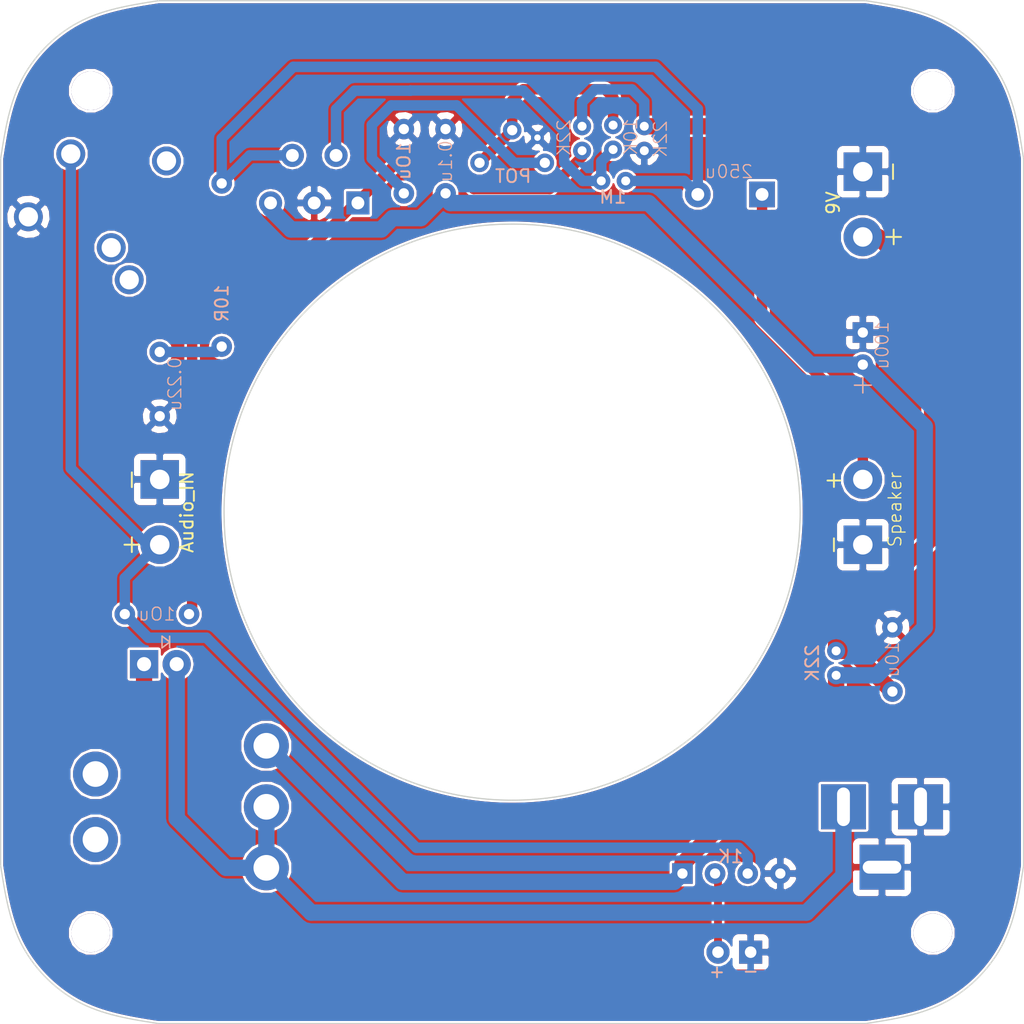
<source format=kicad_pcb>
(kicad_pcb (version 4) (host pcbnew 4.0.7-e2-6376~58~ubuntu16.04.1)
  (title_block (title Amplifier) (date 2017-05-29) (company abierto.cc))
  (layers (0 F.Cu signal) (31 B.Cu signal) (34 B.Paste user) (35 F.Paste user) (36 B.SilkS user) (37 F.SilkS user) (38 B.Mask user) (39 F.Mask user) (44 Edge.Cuts user))
  (net 0 "")
  (net 1 VCC)
  (net 2 GND)
  (net 3 "Net-(C4-Pad1)")
  (net 4 "Net-(C4-Pad2)")
  (net 5 "Net-(C5-Pad1)")
  (net 6 "Net-(C5-Pad2)")
  (net 7 "Net-(C6-Pad2)")
  (net 8 "Net-(C7-Pad2)")
  (net 9 "Net-(D1-Pad2)")
  (net 10 "Net-(1N1007-Pad2)")
  (net 11 "Net-(1N1007-Pad1)")
  (net 12 "Net-(J3-Pad4)")
  (net 13 "Net-(J3-Pad3)")
  (net 14 "Net-(J3-Pad2)")
  (net 15 "Net-(R8-Pad1)")
  (net 16 "Net-(C2-Pad2)")
  (net 17 "Net-(R5-Pad1)")
  (module Diodes_ThroughHole:D_DO-41_SOD81_P2.54mm_Vertical_AnodeUp (layer B.Cu) (at 121.35358 111.83112)
    (fp_text reference 1N1007 hide)
    (fp_text value DIODE)
    (pad 1 thru_hole rect (at 0 0) (size 2.2 2.2) (drill 1.1) (layers *.Cu *.Mask) (net 11 "Net-(1N1007-Pad1)"))
    (pad 2 thru_hole oval (at 2.54 0) (size 2.2 2.2) (drill 1.1) (layers *.Cu *.Mask) (net 10 "Net-(1N1007-Pad2)"))
  )
  (module Switch:switch (layer F.Cu) (at 130.87096 122.936 270)
    (fp_text reference SW1 hide)
    (fp_text value SW_SPDT)
    (pad 4 thru_hole circle (at 2.55 13.3 270) (size 3.5 3.5) (drill 2) (layers *.Cu *.Mask))
    (pad 4 thru_hole circle (at -2.55 13.3 270) (size 3.5 3.5) (drill 2) (layers *.Cu *.Mask))
    (pad 3 thru_hole circle (at 4.75 0 270) (size 3.5 3.5) (drill 2) (layers *.Cu *.Mask) (net 10 "Net-(1N1007-Pad2)"))
    (pad 2 thru_hole circle (at 0 0 270) (size 3.5 3.5) (drill 2) (layers *.Cu *.Mask) (net 10 "Net-(1N1007-Pad2)"))
    (pad 1 thru_hole circle (at -4.75 0 270) (size 3.5 3.5) (drill 2) (layers *.Cu *.Mask) (net 1 VCC))
  )
  (module Connect:bornier2 (layer B.Cu) (at 122.57278 102.53472 90)
    (fp_text reference J5 hide)
    (fp_text value Audio_In)
    (fp_text user - (at 5.0546 -2.286 90) (layer F.SilkS) (effects (font (size 1.5 1.5))))
    (fp_text user + (at 0 -2.286 90) (layer F.SilkS) (effects (font (size 1.5 1.5))))
    (fp_text user Audio_IN (at 2.54 2.1082 90) (layer F.SilkS))
    (pad 1 thru_hole circle (at 0 0 90) (size 3 3) (drill 1.52) (layers *.Cu *.Mask) (net 4 "Net-(C4-Pad2)"))
    (pad 2 thru_hole rect (at 5.08 0 90) (size 3 3) (drill 1.52) (layers *.Cu *.Mask) (net 2 GND))
  )
  (module Potentiometers:Potentiometer_Trimmer_Vishay_T73YP_Horizontal (layer B.Cu) (at 147.46732 72.81164 90)
    (fp_text reference R5 hide)
    (fp_text value 10k)
    (fp_text user POT (at -1.0414 2.6162 360) (layer B.SilkS) (effects (justify mirror)))
    (pad 3 thru_hole circle (at 0 5.08 90) (size 1.44 1.44) (drill 0.8) (layers *.Cu *.Mask) (net 8 "Net-(C7-Pad2)"))
    (pad 2 thru_hole circle (at 2.54 2.54 90) (size 1.44 1.44) (drill 0.8) (layers *.Cu *.Mask) (net 17 "Net-(R5-Pad1)"))
    (pad 1 thru_hole circle (at 0 0 90) (size 1.44 1.44) (drill 0.8) (layers *.Cu *.Mask) (net 17 "Net-(R5-Pad1)"))
  )
  (module Connect:bornier2 (layer B.Cu) (at 177.3 73.5 270)
    (fp_text reference J2 hide)
    (fp_text value 9V_Battery)
    (fp_text user + (at 5.08 -2.286 270) (layer F.SilkS) (effects (font (size 1.5 1.5))))
    (fp_text user - (at 0 -2.2352 270) (layer F.SilkS) (effects (font (size 1.5 1.5))))
    (fp_text user 9V (at 2.4384 2.3114 270) (layer F.SilkS))
    (pad 1 thru_hole rect (at 0 0 270) (size 3 3) (drill 1.52) (layers *.Cu *.Mask) (net 2 GND))
    (pad 2 thru_hole circle (at 5.08 0 270) (size 3 3) (drill 1.52) (layers *.Cu *.Mask) (net 11 "Net-(1N1007-Pad1)"))
  )
  (module Connect:bornier2 (layer B.Cu) (at 177.3 102.54 90)
    (fp_text reference J4 hide)
    (fp_text value Speaker (at 2.75 2.5 90) (layer F.SilkS) (effects (font (thickness 0.1))))
    (pad 2 thru_hole rect (at 0 0 90) (size 3 3) (drill 1.52) (layers *.Cu *.Mask) (net 2 GND))
    (pad 1 thru_hole circle (at 5.08 0 90) (size 3 3) (drill 1.52) (layers *.Cu *.Mask) (net 6 "Net-(C5-Pad2)"))
  )
  (module LEDs:LED_D3.0mm (layer F.Cu) (at 168.5671 134.2517 180)
    (fp_text reference D1 hide)
    (fp_text value LED)
    (fp_text user + (at 2.6162 -1.4986 180) (layer B.SilkS) (effects (justify mirror)))
    (fp_text user - (at 0 -1.4478 180) (layer B.SilkS) (effects (justify mirror)))
    (pad 1 thru_hole rect (at 0 0 180) (size 1.8 1.8) (drill 0.9) (layers *.Cu *.Mask) (net 2 GND))
    (pad 2 thru_hole circle (at 2.54 0 180) (size 1.8 1.8) (drill 0.9) (layers *.Cu *.Mask) (net 9 "Net-(D1-Pad2)"))
  )
  (module Resistors_ThroughHole:R_Axial_DIN0204_L3.6mm_D1.6mm_P1.90mm_Vertical (layer B.Cu) (at 157.861 71.77786 90)
    (fp_text reference R8 hide)
    (fp_text value 10K (at 0.9906 1.3716 90) (layer B.SilkS) (effects (font (thickness 0.1)) (justify mirror)))
    (pad 1 thru_hole circle (at 0 0 90) (size 1.4 1.4) (drill 0.7) (layers *.Cu *.Mask) (net 15 "Net-(R8-Pad1)"))
    (pad 2 thru_hole oval (at 1.9 0 90) (size 1.4 1.4) (drill 0.7) (layers *.Cu *.Mask) (net 17 "Net-(R5-Pad1)"))
  )
  (module ComponentesVarios:hole_3mm (layer F.Cu) (at 117.2 132.75 180)
    (fp_text reference "" hide)
    (fp_text value hole)
    (fp_text user 3mm (at -0.0508 0.7366 180) (layer F.SilkS) (effects (font (size 0.5 0.5) (thickness 0.05))))
    (pad 1 thru_hole circle (at 0 0 180) (size 3 3) (drill 3) (layers *.Cu *.Mask))
  )
  (module ComponentesVarios:hole_3mm (layer F.Cu) (at 182.75 132.75 180)
    (fp_text reference "" hide)
    (fp_text value hole)
    (fp_text user 3mm (at -0.0508 0.7366 180) (layer F.SilkS) (effects (font (size 0.5 0.5) (thickness 0.05))))
    (pad 1 thru_hole circle (at 0 0 180) (size 3 3) (drill 3) (layers *.Cu *.Mask))
  )
  (module ComponentesVarios:hole_3mm (layer F.Cu) (at 182.75 67.2 180)
    (fp_text reference "" hide)
    (fp_text value hole)
    (fp_text user 3mm (at -0.0508 0.7366 180) (layer F.SilkS) (effects (font (size 0.5 0.5) (thickness 0.05))))
    (pad 1 thru_hole circle (at 0 0 180) (size 3 3) (drill 3) (layers *.Cu *.Mask))
  )
  (module ComponentesVarios:hole_3mm (layer F.Cu) (at 117.2 67.2 180)
    (fp_text reference "" hide)
    (fp_text value hole)
    (fp_text user 3mm (at -0.0508 0.7366 180) (layer F.SilkS) (effects (font (size 0.5 0.5) (thickness 0.05))))
    (pad 1 thru_hole circle (at 0 0 180) (size 3 3) (drill 3) (layers *.Cu *.Mask))
  )
  (module Resistors_ThroughHole:R_Axial_DIN0309_L9.0mm_D3.2mm_P12.70mm_Horizontal (layer B.Cu) (at 127.39624 74.41184 270)
    (fp_text reference R6 hide)
    (fp_text value 10R (at 9.33196 -0.01016 270) (layer B.SilkS) (effects (justify mirror)))
    (pad 1 thru_hole circle (at 0 0 270) (size 1.6 1.6) (drill 0.8) (layers *.Cu *.Mask) (net 5 "Net-(C5-Pad1)"))
    (pad 2 thru_hole oval (at 12.7 0 270) (size 1.6 1.6) (drill 0.8) (layers *.Cu *.Mask) (net 7 "Net-(C6-Pad2)"))
  )
  (module TO_SOT_Packages_THT:TO-220-5_Pentawatt_Multiwatt-5_Vertical_StaggeredType1 (layer B.Cu) (at 137.9982 75.9333 180)
    (fp_text reference U1 hide)
    (fp_text value LM1875)
    (pad 1 thru_hole rect (at 0 0 180) (size 1.8 1.8) (drill 1) (layers *.Cu *.Mask) (net 3 "Net-(C4-Pad1)"))
    (pad 2 thru_hole oval (at 1.7 3.7 180) (size 1.8 1.8) (drill 1) (layers *.Cu *.Mask) (net 15 "Net-(R8-Pad1)"))
    (pad 3 thru_hole oval (at 3.4 0 180) (size 1.8 1.8) (drill 1) (layers *.Cu *.Mask) (net 2 GND))
    (pad 4 thru_hole oval (at 5.1 3.7 180) (size 1.8 1.8) (drill 1) (layers *.Cu *.Mask) (net 5 "Net-(C5-Pad1)"))
    (pad 5 thru_hole oval (at 6.8 0 180) (size 1.8 1.8) (drill 1) (layers *.Cu *.Mask) (net 1 VCC))
  )
  (module Resistors_ThroughHole:R_Axial_DIN0204_L3.6mm_D1.6mm_P1.90mm_Vertical (layer B.Cu) (at 155.448 69.96684 270)
    (fp_text reference R4 hide)
    (fp_text value 22K (at 0.889 1.41478 270) (layer B.SilkS) (effects (font (thickness 0.1)) (justify mirror)))
    (pad 1 thru_hole circle (at 0 0 270) (size 1.4 1.4) (drill 0.7) (layers *.Cu *.Mask) (net 16 "Net-(C2-Pad2)"))
    (pad 2 thru_hole oval (at 1.9 0 270) (size 1.4 1.4) (drill 0.7) (layers *.Cu *.Mask) (net 3 "Net-(C4-Pad1)"))
  )
  (module Resistors_ThroughHole:R_Axial_DIN0204_L3.6mm_D1.6mm_P1.90mm_Vertical (layer B.Cu) (at 175.2219 112.6998 90)
    (fp_text reference R3 hide)
    (fp_text value 22K (at 0.95 -1.86 90) (layer B.SilkS) (effects (justify mirror)))
    (pad 1 thru_hole circle (at 0 0 90) (size 1.4 1.4) (drill 0.7) (layers *.Cu *.Mask) (net 1 VCC))
    (pad 2 thru_hole oval (at 1.9 0 90) (size 1.4 1.4) (drill 0.7) (layers *.Cu *.Mask) (net 16 "Net-(C2-Pad2)"))
  )
  (module Resistors_ThroughHole:R_Axial_DIN0204_L3.6mm_D1.6mm_P1.90mm_Vertical (layer B.Cu) (at 160.28924 69.96684 270)
    (fp_text reference R2 hide)
    (fp_text value 22K (at 1 -1.25 270) (layer B.SilkS) (effects (font (thickness 0.1)) (justify mirror)))
    (pad 1 thru_hole circle (at 0 0 270) (size 1.4 1.4) (drill 0.7) (layers *.Cu *.Mask) (net 16 "Net-(C2-Pad2)"))
    (pad 2 thru_hole oval (at 1.9 0 270) (size 1.4 1.4) (drill 0.7) (layers *.Cu *.Mask) (net 2 GND))
  )
  (module Resistors_ThroughHole:R_Axial_DIN0204_L3.6mm_D1.6mm_P1.90mm_Vertical (layer B.Cu) (at 158.84144 74.2188 180)
    (fp_text reference R9 hide)
    (fp_text value 1M (at 1 -1.25 180) (layer B.SilkS) (effects (justify mirror)))
    (pad 1 thru_hole circle (at 0 0 180) (size 1.4 1.4) (drill 0.7) (layers *.Cu *.Mask) (net 5 "Net-(C5-Pad1)"))
    (pad 2 thru_hole oval (at 1.9 0 180) (size 1.4 1.4) (drill 0.7) (layers *.Cu *.Mask) (net 15 "Net-(R8-Pad1)"))
  )
  (module Resistors_ThroughHole:R_Array_SIP4 (layer B.Cu) (at 163.2585 128.1303)
    (fp_text reference R1 hide)
    (fp_text value 1K (at 3.7338 -1.32588) (layer B.SilkS) (effects (justify mirror)))
    (pad 1 thru_hole rect (at 0 0) (size 1.6 1.6) (drill 0.8) (layers *.Cu *.Mask) (net 1 VCC))
    (pad 2 thru_hole oval (at 2.54 0) (size 1.6 1.6) (drill 0.8) (layers *.Cu *.Mask) (net 9 "Net-(D1-Pad2)"))
    (pad 3 thru_hole oval (at 5.08 0) (size 1.6 1.6) (drill 0.8) (layers *.Cu *.Mask) (net 4 "Net-(C4-Pad2)"))
    (pad 4 thru_hole oval (at 7.62 0) (size 1.6 1.6) (drill 0.8) (layers *.Cu *.Mask) (net 2 GND))
  )
  (module Capacitors_ThroughHole:CP_Radial_D10.0mm_P5.00mm (layer B.Cu) (at 164.45484 75.27036)
    (fp_text reference C5 hide)
    (fp_text value 250u (at 2.42316 -1.77546) (layer B.SilkS) (effects (font (thickness 0.1)) (justify mirror)))
    (pad 1 thru_hole circle (at 0 0) (size 2 2) (drill 1) (layers *.Cu *.Mask) (net 5 "Net-(C5-Pad1)"))
    (pad 2 thru_hole rect (at 5 0) (size 2 2) (drill 1) (layers *.Cu *.Mask) (net 6 "Net-(C5-Pad2)"))
  )
  (module Capacitors_ThroughHole:C_Disc_D5.0mm_W2.5mm_P5.00mm (layer B.Cu) (at 141.57198 70.18528 270)
    (fp_text reference C7 hide)
    (fp_text value 1Ou (at 2.5 0 270) (layer B.SilkS) (effects (justify mirror)))
    (pad 1 thru_hole circle (at 0 0 270) (size 1.6 1.6) (drill 0.8) (layers *.Cu *.Mask) (net 2 GND))
    (pad 2 thru_hole circle (at 5 0 270) (size 1.6 1.6) (drill 0.8) (layers *.Cu *.Mask) (net 8 "Net-(C7-Pad2)"))
  )
  (module Capacitors_ThroughHole:C_Disc_D5.0mm_W2.5mm_P5.00mm (layer B.Cu) (at 179.6034 108.966 270)
    (fp_text reference C2 hide)
    (fp_text value 10u (at 2.5 0 270) (layer B.SilkS) (effects (font (thickness 0.1)) (justify mirror)))
    (pad 1 thru_hole circle (at 0 0 270) (size 1.6 1.6) (drill 0.8) (layers *.Cu *.Mask) (net 2 GND))
    (pad 2 thru_hole circle (at 5 0 270) (size 1.6 1.6) (drill 0.8) (layers *.Cu *.Mask) (net 16 "Net-(C2-Pad2)"))
  )
  (module Capacitors_ThroughHole:CP_Radial_D6.3mm_P2.50mm (layer B.Cu) (at 177.3 88.519 90)
    (fp_text reference C3 hide)
    (fp_text value 100u (at 1.5 1.5 90) (layer B.SilkS) (effects (font (thickness 0.1)) (justify mirror)))
    (pad 1 thru_hole circle (at 0 0 90) (size 1.6 1.6) (drill 0.8) (layers *.Cu *.Mask) (net 1 VCC))
    (pad 2 thru_hole rect (at 2.5 0 90) (size 1.6 1.6) (drill 0.8) (layers *.Cu *.Mask) (net 2 GND))
  )
  (module Capacitors_ThroughHole:C_Disc_D5.0mm_W2.5mm_P5.00mm (layer B.Cu) (at 144.82064 75.18528 90)
    (fp_text reference C1 hide)
    (fp_text value 0.1u (at 2.5 0 90) (layer B.SilkS) (effects (font (thickness 0.1)) (justify mirror)))
    (pad 1 thru_hole circle (at 0 0 90) (size 1.6 1.6) (drill 0.8) (layers *.Cu *.Mask) (net 1 VCC))
    (pad 2 thru_hole circle (at 5 0 90) (size 1.6 1.6) (drill 0.8) (layers *.Cu *.Mask) (net 2 GND))
  )
  (module Capacitors_ThroughHole:C_Disc_D5.0mm_W2.5mm_P5.00mm (layer B.Cu) (at 124.8537 107.9373 180)
    (fp_text reference C4 hide)
    (fp_text value 1Ou (at 2.5 0 180) (layer B.SilkS) (effects (font (thickness 0.1)) (justify mirror)))
    (pad 1 thru_hole circle (at 0 0 180) (size 1.6 1.6) (drill 0.8) (layers *.Cu *.Mask) (net 3 "Net-(C4-Pad1)"))
    (pad 2 thru_hole circle (at 5 0 180) (size 1.6 1.6) (drill 0.8) (layers *.Cu *.Mask) (net 4 "Net-(C4-Pad2)"))
  )
  (module Capacitors_ThroughHole:C_Rect_L7.2mm_W5.5mm_P5.00mm_FKS2_FKP2_MKS2_MKP2 (layer B.Cu) (at 122.57278 92.5322 90)
    (fp_text reference C6 hide)
    (fp_text value 0.22u (at 2.50952 1.17602 90) (layer B.SilkS) (effects (font (thickness 0.1)) (justify mirror)))
    (pad 1 thru_hole circle (at 0 0 90) (size 1.6 1.6) (drill 0.8) (layers *.Cu *.Mask) (net 2 GND))
    (pad 2 thru_hole circle (at 5 0 90) (size 1.6 1.6) (drill 0.8) (layers *.Cu *.Mask) (net 7 "Net-(C6-Pad2)"))
  )
  (module Connect:BARREL_JACK (layer B.Cu) (at 175.7934 122.936 180)
    (fp_text reference J1 hide)
    (fp_text value 12V_Charger)
    (pad 3 thru_hole rect (at 0 0 180) (size 3.5 3.5) (drill oval 1 3) (layers *.Cu *.Mask) (net 10 "Net-(1N1007-Pad2)"))
    (pad 1 thru_hole rect (at -6 0 180) (size 3.5 3.5) (drill oval 1 3) (layers *.Cu *.Mask) (net 2 GND))
    (pad 2 thru_hole rect (at -3 -4.7 180) (size 3.5 3.5) (drill oval 3 1) (layers *.Cu *.Mask) (net 2 GND))
  )
  (module AV_Conn:jack_huella (layer B.Cu) (at 117.348 77.014)
    (fp_text reference J3 hide)
    (fp_text value IN hide)
    (pad 1 thru_hole circle (at -5 0) (size 2.25 2.25) (drill 1.4986) (layers *.Cu *.Mask) (net 2 GND))
    (pad 5 thru_hole circle (at -1.7 -4.9) (size 2.25 2.25) (drill 1.4986) (layers *.Cu *.Mask) (net 4 "Net-(C4-Pad2)"))
    (pad 4 thru_hole circle (at 5.75 -4.35) (size 2.25 2.25) (drill 1.4986) (layers *.Cu *.Mask) (net 12 "Net-(J3-Pad4)"))
    (pad 3 thru_hole circle (at 1.45 2.4) (size 2.25 2.25) (drill 1.4986) (layers *.Cu *.Mask) (net 13 "Net-(J3-Pad3)"))
    (pad 2 thru_hole circle (at 2.85 4.9) (size 2.25 2.25) (drill 1.4986) (layers *.Cu *.Mask) (net 14 "Net-(J3-Pad2)"))
  )
  (module ComponentesVarios:hole_05mm (layer F.Cu) (at 151.97328 70.85076)
    (fp_text reference "" hide)
    (fp_text value "" hide)
    (pad 1 thru_hole circle (at 0 0) (size 1 1) (drill 0.5) (layers *.Cu *.Mask) (net 2 GND))
  )
  (gr_line (start 122.058259 60.256648) (end 122.47041 60.192383) (layer Edge.Cuts) (width 0.1))
  (gr_line (start 121.647277 60.321804) (end 122.058259 60.256648) (layer Edge.Cuts) (width 0.1))
  (gr_line (start 121.237793 60.388874) (end 121.647277 60.321804) (layer Edge.Cuts) (width 0.1))
  (gr_line (start 120.830138 60.45888) (end 121.237793 60.388874) (layer Edge.Cuts) (width 0.1))
  (gr_line (start 120.424641 60.532845) (end 120.830138 60.45888) (layer Edge.Cuts) (width 0.1))
  (gr_line (start 120.021632 60.61179) (end 120.424641 60.532845) (layer Edge.Cuts) (width 0.1))
  (gr_line (start 119.621441 60.696737) (end 120.021632 60.61179) (layer Edge.Cuts) (width 0.1))
  (gr_line (start 119.224396 60.788709) (end 119.621441 60.696737) (layer Edge.Cuts) (width 0.1))
  (gr_line (start 118.830828 60.888729) (end 119.224396 60.788709) (layer Edge.Cuts) (width 0.1))
  (gr_line (start 118.441067 60.997817) (end 118.830828 60.888729) (layer Edge.Cuts) (width 0.1))
  (gr_line (start 118.055442 61.116997) (end 118.441067 60.997817) (layer Edge.Cuts) (width 0.1))
  (gr_line (start 117.674282 61.247291) (end 118.055442 61.116997) (layer Edge.Cuts) (width 0.1))
  (gr_line (start 117.297919 61.38972) (end 117.674282 61.247291) (layer Edge.Cuts) (width 0.1))
  (gr_line (start 116.92668 61.545307) (end 117.297919 61.38972) (layer Edge.Cuts) (width 0.1))
  (gr_line (start 116.560896 61.715075) (end 116.92668 61.545307) (layer Edge.Cuts) (width 0.1))
  (gr_line (start 116.200899 61.900034) (end 116.560896 61.715075) (layer Edge.Cuts) (width 0.1))
  (gr_line (start 115.847131 62.100585) (end 116.200899 61.900034) (layer Edge.Cuts) (width 0.1))
  (gr_line (start 115.500208 62.31618) (end 115.847131 62.100585) (layer Edge.Cuts) (width 0.1))
  (gr_line (start 115.160761 62.546187) (end 115.500208 62.31618) (layer Edge.Cuts) (width 0.1))
  (gr_line (start 114.82942 62.789975) (end 115.160761 62.546187) (layer Edge.Cuts) (width 0.1))
  (gr_line (start 114.506816 63.046915) (end 114.82942 62.789975) (layer Edge.Cuts) (width 0.1))
  (gr_line (start 114.193579 63.316375) (end 114.506816 63.046915) (layer Edge.Cuts) (width 0.1))
  (gr_line (start 113.890341 63.597725) (end 114.193579 63.316375) (layer Edge.Cuts) (width 0.1))
  (gr_line (start 113.597731 63.890335) (end 113.890341 63.597725) (layer Edge.Cuts) (width 0.1))
  (gr_line (start 113.316381 64.193573) (end 113.597731 63.890335) (layer Edge.Cuts) (width 0.1))
  (gr_line (start 113.046921 64.506809) (end 113.316381 64.193573) (layer Edge.Cuts) (width 0.1))
  (gr_line (start 112.789981 64.829413) (end 113.046921 64.506809) (layer Edge.Cuts) (width 0.1))
  (gr_line (start 112.546193 65.160754) (end 112.789981 64.829413) (layer Edge.Cuts) (width 0.1))
  (gr_line (start 112.316186 65.500201) (end 112.546193 65.160754) (layer Edge.Cuts) (width 0.1))
  (gr_line (start 112.100591 65.847124) (end 112.316186 65.500201) (layer Edge.Cuts) (width 0.1))
  (gr_line (start 111.90004 66.200892) (end 112.100591 65.847124) (layer Edge.Cuts) (width 0.1))
  (gr_line (start 111.715081 66.560889) (end 111.90004 66.200892) (layer Edge.Cuts) (width 0.1))
  (gr_line (start 111.545313 66.926673) (end 111.715081 66.560889) (layer Edge.Cuts) (width 0.1))
  (gr_line (start 111.389726 67.297911) (end 111.545313 66.926673) (layer Edge.Cuts) (width 0.1))
  (gr_line (start 111.247297 67.674275) (end 111.389726 67.297911) (layer Edge.Cuts) (width 0.1))
  (gr_line (start 111.117003 68.055434) (end 111.247297 67.674275) (layer Edge.Cuts) (width 0.1))
  (gr_line (start 110.997823 68.441059) (end 111.117003 68.055434) (layer Edge.Cuts) (width 0.1))
  (gr_line (start 110.888735 68.83082) (end 110.997823 68.441059) (layer Edge.Cuts) (width 0.1))
  (gr_line (start 110.788715 69.224388) (end 110.888735 68.83082) (layer Edge.Cuts) (width 0.1))
  (gr_line (start 110.696743 69.621432) (end 110.788715 69.224388) (layer Edge.Cuts) (width 0.1))
  (gr_line (start 110.611796 70.021623) (end 110.696743 69.621432) (layer Edge.Cuts) (width 0.1))
  (gr_line (start 110.532851 70.424632) (end 110.611796 70.021623) (layer Edge.Cuts) (width 0.1))
  (gr_line (start 110.458886 70.830129) (end 110.532851 70.424632) (layer Edge.Cuts) (width 0.1))
  (gr_line (start 110.38888 71.237783) (end 110.458886 70.830129) (layer Edge.Cuts) (width 0.1))
  (gr_line (start 110.32181 71.647266) (end 110.38888 71.237783) (layer Edge.Cuts) (width 0.1))
  (gr_line (start 110.256654 72.058248) (end 110.32181 71.647266) (layer Edge.Cuts) (width 0.1))
  (gr_line (start 110.192389 72.470399) (end 110.256654 72.058248) (layer Edge.Cuts) (width 0.1))
  (gr_line (start 110.256654 127.941752) (end 110.192389 127.529601) (layer Edge.Cuts) (width 0.1))
  (gr_line (start 110.32181 128.352734) (end 110.256654 127.941752) (layer Edge.Cuts) (width 0.1))
  (gr_line (start 110.38888 128.762217) (end 110.32181 128.352734) (layer Edge.Cuts) (width 0.1))
  (gr_line (start 110.458886 129.169871) (end 110.38888 128.762217) (layer Edge.Cuts) (width 0.1))
  (gr_line (start 110.532851 129.575368) (end 110.458886 129.169871) (layer Edge.Cuts) (width 0.1))
  (gr_line (start 110.611796 129.978377) (end 110.532851 129.575368) (layer Edge.Cuts) (width 0.1))
  (gr_line (start 110.696743 130.378568) (end 110.611796 129.978377) (layer Edge.Cuts) (width 0.1))
  (gr_line (start 110.788715 130.775612) (end 110.696743 130.378568) (layer Edge.Cuts) (width 0.1))
  (gr_line (start 110.888735 131.169179) (end 110.788715 130.775612) (layer Edge.Cuts) (width 0.1))
  (gr_line (start 110.997823 131.55894) (end 110.888735 131.169179) (layer Edge.Cuts) (width 0.1))
  (gr_line (start 111.117003 131.944565) (end 110.997823 131.55894) (layer Edge.Cuts) (width 0.1))
  (gr_line (start 111.247297 132.325724) (end 111.117003 131.944565) (layer Edge.Cuts) (width 0.1))
  (gr_line (start 111.389726 132.702088) (end 111.247297 132.325724) (layer Edge.Cuts) (width 0.1))
  (gr_line (start 111.545313 133.073326) (end 111.389726 132.702088) (layer Edge.Cuts) (width 0.1))
  (gr_line (start 111.715081 133.43911) (end 111.545313 133.073326) (layer Edge.Cuts) (width 0.1))
  (gr_line (start 111.90004 133.799107) (end 111.715081 133.43911) (layer Edge.Cuts) (width 0.1))
  (gr_line (start 112.100592 134.152874) (end 111.90004 133.799107) (layer Edge.Cuts) (width 0.1))
  (gr_line (start 112.316186 134.499797) (end 112.100592 134.152874) (layer Edge.Cuts) (width 0.1))
  (gr_line (start 112.546193 134.839244) (end 112.316186 134.499797) (layer Edge.Cuts) (width 0.1))
  (gr_line (start 112.789981 135.170585) (end 112.546193 134.839244) (layer Edge.Cuts) (width 0.1))
  (gr_line (start 113.046921 135.493188) (end 112.789981 135.170585) (layer Edge.Cuts) (width 0.1))
  (gr_line (start 113.316382 135.806425) (end 113.046921 135.493188) (layer Edge.Cuts) (width 0.1))
  (gr_line (start 113.597732 136.109663) (end 113.316382 135.806425) (layer Edge.Cuts) (width 0.1))
  (gr_line (start 113.890341 136.402272) (end 113.597732 136.109663) (layer Edge.Cuts) (width 0.1))
  (gr_line (start 114.19358 136.683622) (end 113.890341 136.402272) (layer Edge.Cuts) (width 0.1))
  (gr_line (start 114.506816 136.953082) (end 114.19358 136.683622) (layer Edge.Cuts) (width 0.1))
  (gr_line (start 114.82942 137.210022) (end 114.506816 136.953082) (layer Edge.Cuts) (width 0.1))
  (gr_line (start 115.160761 137.45381) (end 114.82942 137.210022) (layer Edge.Cuts) (width 0.1))
  (gr_line (start 115.500208 137.683817) (end 115.160761 137.45381) (layer Edge.Cuts) (width 0.1))
  (gr_line (start 115.847131 137.899411) (end 115.500208 137.683817) (layer Edge.Cuts) (width 0.1))
  (gr_line (start 116.200899 138.099962) (end 115.847131 137.899411) (layer Edge.Cuts) (width 0.1))
  (gr_line (start 116.560897 138.284922) (end 116.200899 138.099962) (layer Edge.Cuts) (width 0.1))
  (gr_line (start 116.926681 138.454689) (end 116.560897 138.284922) (layer Edge.Cuts) (width 0.1))
  (gr_line (start 117.297919 138.610276) (end 116.926681 138.454689) (layer Edge.Cuts) (width 0.1))
  (gr_line (start 117.674283 138.752705) (end 117.297919 138.610276) (layer Edge.Cuts) (width 0.1))
  (gr_line (start 118.055442 138.882998) (end 117.674283 138.752705) (layer Edge.Cuts) (width 0.1))
  (gr_line (start 118.441067 139.002178) (end 118.055442 138.882998) (layer Edge.Cuts) (width 0.1))
  (gr_line (start 118.830829 139.111267) (end 118.441067 139.002178) (layer Edge.Cuts) (width 0.1))
  (gr_line (start 119.224396 139.211286) (end 118.830829 139.111267) (layer Edge.Cuts) (width 0.1))
  (gr_line (start 119.621441 139.303258) (end 119.224396 139.211286) (layer Edge.Cuts) (width 0.1))
  (gr_line (start 120.021632 139.388206) (end 119.621441 139.303258) (layer Edge.Cuts) (width 0.1))
  (gr_line (start 120.424641 139.46715) (end 120.021632 139.388206) (layer Edge.Cuts) (width 0.1))
  (gr_line (start 120.830138 139.541115) (end 120.424641 139.46715) (layer Edge.Cuts) (width 0.1))
  (gr_line (start 121.237793 139.611121) (end 120.830138 139.541115) (layer Edge.Cuts) (width 0.1))
  (gr_line (start 121.647277 139.678191) (end 121.237793 139.611121) (layer Edge.Cuts) (width 0.1))
  (gr_line (start 122.058259 139.743347) (end 121.647277 139.678191) (layer Edge.Cuts) (width 0.1))
  (gr_line (start 122.47041 139.807612) (end 122.058259 139.743347) (layer Edge.Cuts) (width 0.1))
  (gr_line (start 177.941746 139.743347) (end 177.529595 139.807612) (layer Edge.Cuts) (width 0.1))
  (gr_line (start 178.352729 139.678191) (end 177.941746 139.743347) (layer Edge.Cuts) (width 0.1))
  (gr_line (start 178.762212 139.611121) (end 178.352729 139.678191) (layer Edge.Cuts) (width 0.1))
  (gr_line (start 179.169867 139.541115) (end 178.762212 139.611121) (layer Edge.Cuts) (width 0.1))
  (gr_line (start 179.575364 139.46715) (end 179.169867 139.541115) (layer Edge.Cuts) (width 0.1))
  (gr_line (start 179.978373 139.388206) (end 179.575364 139.46715) (layer Edge.Cuts) (width 0.1))
  (gr_line (start 180.378565 139.303258) (end 179.978373 139.388206) (layer Edge.Cuts) (width 0.1))
  (gr_line (start 180.77561 139.211286) (end 180.378565 139.303258) (layer Edge.Cuts) (width 0.1))
  (gr_line (start 181.169177 139.111267) (end 180.77561 139.211286) (layer Edge.Cuts) (width 0.1))
  (gr_line (start 181.558939 139.002178) (end 181.169177 139.111267) (layer Edge.Cuts) (width 0.1))
  (gr_line (start 181.944564 138.882998) (end 181.558939 139.002178) (layer Edge.Cuts) (width 0.1))
  (gr_line (start 182.325723 138.752705) (end 181.944564 138.882998) (layer Edge.Cuts) (width 0.1))
  (gr_line (start 182.702087 138.610276) (end 182.325723 138.752705) (layer Edge.Cuts) (width 0.1))
  (gr_line (start 183.073325 138.454689) (end 182.702087 138.610276) (layer Edge.Cuts) (width 0.1))
  (gr_line (start 183.439109 138.284922) (end 183.073325 138.454689) (layer Edge.Cuts) (width 0.1))
  (gr_line (start 183.799107 138.099962) (end 183.439109 138.284922) (layer Edge.Cuts) (width 0.1))
  (gr_line (start 184.152875 137.899411) (end 183.799107 138.099962) (layer Edge.Cuts) (width 0.1))
  (gr_line (start 184.499798 137.683817) (end 184.152875 137.899411) (layer Edge.Cuts) (width 0.1))
  (gr_line (start 184.839245 137.45381) (end 184.499798 137.683817) (layer Edge.Cuts) (width 0.1))
  (gr_line (start 185.170586 137.210022) (end 184.839245 137.45381) (layer Edge.Cuts) (width 0.1))
  (gr_line (start 185.49319 136.953082) (end 185.170586 137.210022) (layer Edge.Cuts) (width 0.1))
  (gr_line (start 185.806426 136.683622) (end 185.49319 136.953082) (layer Edge.Cuts) (width 0.1))
  (gr_line (start 186.109665 136.402272) (end 185.806426 136.683622) (layer Edge.Cuts) (width 0.1))
  (gr_line (start 186.402274 136.109663) (end 186.109665 136.402272) (layer Edge.Cuts) (width 0.1))
  (gr_line (start 186.683624 135.806425) (end 186.402274 136.109663) (layer Edge.Cuts) (width 0.1))
  (gr_line (start 186.953085 135.493188) (end 186.683624 135.806425) (layer Edge.Cuts) (width 0.1))
  (gr_line (start 187.210024 135.170585) (end 186.953085 135.493188) (layer Edge.Cuts) (width 0.1))
  (gr_line (start 187.453813 134.839244) (end 187.210024 135.170585) (layer Edge.Cuts) (width 0.1))
  (gr_line (start 187.68382 134.499797) (end 187.453813 134.839244) (layer Edge.Cuts) (width 0.1))
  (gr_line (start 187.899414 134.152874) (end 187.68382 134.499797) (layer Edge.Cuts) (width 0.1))
  (gr_line (start 188.099966 133.799107) (end 187.899414 134.152874) (layer Edge.Cuts) (width 0.1))
  (gr_line (start 188.284925 133.43911) (end 188.099966 133.799107) (layer Edge.Cuts) (width 0.1))
  (gr_line (start 188.454692 133.073326) (end 188.284925 133.43911) (layer Edge.Cuts) (width 0.1))
  (gr_line (start 188.61028 132.702088) (end 188.454692 133.073326) (layer Edge.Cuts) (width 0.1))
  (gr_line (start 188.752709 132.325724) (end 188.61028 132.702088) (layer Edge.Cuts) (width 0.1))
  (gr_line (start 188.883002 131.944565) (end 188.752709 132.325724) (layer Edge.Cuts) (width 0.1))
  (gr_line (start 189.002182 131.55894) (end 188.883002 131.944565) (layer Edge.Cuts) (width 0.1))
  (gr_line (start 189.111271 131.169179) (end 189.002182 131.55894) (layer Edge.Cuts) (width 0.1))
  (gr_line (start 189.21129 130.775612) (end 189.111271 131.169179) (layer Edge.Cuts) (width 0.1))
  (gr_line (start 189.303262 130.378568) (end 189.21129 130.775612) (layer Edge.Cuts) (width 0.1))
  (gr_line (start 189.38821 129.978377) (end 189.303262 130.378568) (layer Edge.Cuts) (width 0.1))
  (gr_line (start 189.467155 129.575368) (end 189.38821 129.978377) (layer Edge.Cuts) (width 0.1))
  (gr_line (start 189.541119 129.169871) (end 189.467155 129.575368) (layer Edge.Cuts) (width 0.1))
  (gr_line (start 189.611126 128.762217) (end 189.541119 129.169871) (layer Edge.Cuts) (width 0.1))
  (gr_line (start 189.678196 128.352734) (end 189.611126 128.762217) (layer Edge.Cuts) (width 0.1))
  (gr_line (start 189.743352 127.941752) (end 189.678196 128.352734) (layer Edge.Cuts) (width 0.1))
  (gr_line (start 189.807617 127.529601) (end 189.743352 127.941752) (layer Edge.Cuts) (width 0.1))
  (gr_line (start 189.743352 72.058248) (end 189.807617 72.470399) (layer Edge.Cuts) (width 0.1))
  (gr_line (start 189.678196 71.647266) (end 189.743352 72.058248) (layer Edge.Cuts) (width 0.1))
  (gr_line (start 189.611126 71.237783) (end 189.678196 71.647266) (layer Edge.Cuts) (width 0.1))
  (gr_line (start 189.541119 70.830129) (end 189.611126 71.237783) (layer Edge.Cuts) (width 0.1))
  (gr_line (start 189.467155 70.424632) (end 189.541119 70.830129) (layer Edge.Cuts) (width 0.1))
  (gr_line (start 189.38821 70.021623) (end 189.467155 70.424632) (layer Edge.Cuts) (width 0.1))
  (gr_line (start 189.303262 69.621432) (end 189.38821 70.021623) (layer Edge.Cuts) (width 0.1))
  (gr_line (start 189.21129 69.224388) (end 189.303262 69.621432) (layer Edge.Cuts) (width 0.1))
  (gr_line (start 189.11127 68.83082) (end 189.21129 69.224388) (layer Edge.Cuts) (width 0.1))
  (gr_line (start 189.002182 68.441059) (end 189.11127 68.83082) (layer Edge.Cuts) (width 0.1))
  (gr_line (start 188.883002 68.055434) (end 189.002182 68.441059) (layer Edge.Cuts) (width 0.1))
  (gr_line (start 188.752708 67.674275) (end 188.883002 68.055434) (layer Edge.Cuts) (width 0.1))
  (gr_line (start 188.610279 67.297911) (end 188.752708 67.674275) (layer Edge.Cuts) (width 0.1))
  (gr_line (start 188.454692 66.926673) (end 188.610279 67.297911) (layer Edge.Cuts) (width 0.1))
  (gr_line (start 188.284925 66.560889) (end 188.454692 66.926673) (layer Edge.Cuts) (width 0.1))
  (gr_line (start 188.099965 66.200892) (end 188.284925 66.560889) (layer Edge.Cuts) (width 0.1))
  (gr_line (start 187.899414 65.847124) (end 188.099965 66.200892) (layer Edge.Cuts) (width 0.1))
  (gr_line (start 187.683819 65.500201) (end 187.899414 65.847124) (layer Edge.Cuts) (width 0.1))
  (gr_line (start 187.453813 65.160754) (end 187.683819 65.500201) (layer Edge.Cuts) (width 0.1))
  (gr_line (start 187.210024 64.829413) (end 187.453813 65.160754) (layer Edge.Cuts) (width 0.1))
  (gr_line (start 186.953085 64.506809) (end 187.210024 64.829413) (layer Edge.Cuts) (width 0.1))
  (gr_line (start 186.683624 64.193573) (end 186.953085 64.506809) (layer Edge.Cuts) (width 0.1))
  (gr_line (start 186.402274 63.890335) (end 186.683624 64.193573) (layer Edge.Cuts) (width 0.1))
  (gr_line (start 186.109665 63.597725) (end 186.402274 63.890335) (layer Edge.Cuts) (width 0.1))
  (gr_line (start 185.806426 63.316375) (end 186.109665 63.597725) (layer Edge.Cuts) (width 0.1))
  (gr_line (start 185.49319 63.046915) (end 185.806426 63.316375) (layer Edge.Cuts) (width 0.1))
  (gr_line (start 185.170586 62.789975) (end 185.49319 63.046915) (layer Edge.Cuts) (width 0.1))
  (gr_line (start 184.839245 62.546187) (end 185.170586 62.789975) (layer Edge.Cuts) (width 0.1))
  (gr_line (start 184.499798 62.31618) (end 184.839245 62.546187) (layer Edge.Cuts) (width 0.1))
  (gr_line (start 184.152875 62.100585) (end 184.499798 62.31618) (layer Edge.Cuts) (width 0.1))
  (gr_line (start 183.799107 61.900034) (end 184.152875 62.100585) (layer Edge.Cuts) (width 0.1))
  (gr_line (start 183.43911 61.715075) (end 183.799107 61.900034) (layer Edge.Cuts) (width 0.1))
  (gr_line (start 183.073326 61.545307) (end 183.43911 61.715075) (layer Edge.Cuts) (width 0.1))
  (gr_line (start 182.702087 61.38972) (end 183.073326 61.545307) (layer Edge.Cuts) (width 0.1))
  (gr_line (start 182.325723 61.247291) (end 182.702087 61.38972) (layer Edge.Cuts) (width 0.1))
  (gr_line (start 181.944564 61.116997) (end 182.325723 61.247291) (layer Edge.Cuts) (width 0.1))
  (gr_line (start 181.558939 60.997817) (end 181.944564 61.116997) (layer Edge.Cuts) (width 0.1))
  (gr_line (start 181.169178 60.888729) (end 181.558939 60.997817) (layer Edge.Cuts) (width 0.1))
  (gr_line (start 180.77561 60.788709) (end 181.169178 60.888729) (layer Edge.Cuts) (width 0.1))
  (gr_line (start 180.378565 60.696737) (end 180.77561 60.788709) (layer Edge.Cuts) (width 0.1))
  (gr_line (start 179.978374 60.61179) (end 180.378565 60.696737) (layer Edge.Cuts) (width 0.1))
  (gr_line (start 179.575364 60.532845) (end 179.978374 60.61179) (layer Edge.Cuts) (width 0.1))
  (gr_line (start 179.169867 60.45888) (end 179.575364 60.532845) (layer Edge.Cuts) (width 0.1))
  (gr_line (start 178.762212 60.388874) (end 179.169867 60.45888) (layer Edge.Cuts) (width 0.1))
  (gr_line (start 178.352729 60.321804) (end 178.762212 60.388874) (layer Edge.Cuts) (width 0.1))
  (gr_line (start 177.941746 60.256648) (end 178.352729 60.321804) (layer Edge.Cuts) (width 0.1))
  (gr_line (start 177.529595 60.192383) (end 177.941746 60.256648) (layer Edge.Cuts) (width 0.1))
  (gr_line (start 172.417973 99.763673) (end 172.419914 99.876345) (layer Edge.Cuts) (width 0.1))
  (gr_line (start 172.415948 99.651117) (end 172.417973 99.763673) (layer Edge.Cuts) (width 0.1))
  (gr_line (start 172.413754 99.53867) (end 172.415948 99.651117) (layer Edge.Cuts) (width 0.1))
  (gr_line (start 172.411304 99.426329) (end 172.413754 99.53867) (layer Edge.Cuts) (width 0.1))
  (gr_line (start 172.408511 99.314088) (end 172.411304 99.426329) (layer Edge.Cuts) (width 0.1))
  (gr_line (start 172.405292 99.201945) (end 172.408511 99.314088) (layer Edge.Cuts) (width 0.1))
  (gr_line (start 172.401558 99.089892) (end 172.405292 99.201945) (layer Edge.Cuts) (width 0.1))
  (gr_line (start 172.397225 98.977927) (end 172.401558 99.089892) (layer Edge.Cuts) (width 0.1))
  (gr_line (start 172.392217 98.866042) (end 172.397225 98.977927) (layer Edge.Cuts) (width 0.1))
  (gr_line (start 172.386528 98.754208) (end 172.392217 98.866042) (layer Edge.Cuts) (width 0.1))
  (gr_line (start 172.380178 98.642389) (end 172.386528 98.754208) (layer Edge.Cuts) (width 0.1))
  (gr_line (start 172.373185 98.530551) (end 172.380178 98.642389) (layer Edge.Cuts) (width 0.1))
  (gr_line (start 172.365571 98.418657) (end 172.373185 98.530551) (layer Edge.Cuts) (width 0.1))
  (gr_line (start 172.357353 98.306671) (end 172.365571 98.418657) (layer Edge.Cuts) (width 0.1))
  (gr_line (start 172.348553 98.194558) (end 172.357353 98.306671) (layer Edge.Cuts) (width 0.1))
  (gr_line (start 172.33919 98.082282) (end 172.348553 98.194558) (layer Edge.Cuts) (width 0.1))
  (gr_line (start 172.329282 97.96981) (end 172.33919 98.082282) (layer Edge.Cuts) (width 0.1))
  (gr_line (start 172.318828 97.85713) (end 172.329282 97.96981) (layer Edge.Cuts) (width 0.1))
  (gr_line (start 172.307817 97.744247) (end 172.318828 97.85713) (layer Edge.Cuts) (width 0.1))
  (gr_line (start 172.296238 97.631161) (end 172.307817 97.744247) (layer Edge.Cuts) (width 0.1))
  (gr_line (start 172.284081 97.517877) (end 172.296238 97.631161) (layer Edge.Cuts) (width 0.1))
  (gr_line (start 172.271334 97.404395) (end 172.284081 97.517877) (layer Edge.Cuts) (width 0.1))
  (gr_line (start 172.257986 97.290721) (end 172.271334 97.404395) (layer Edge.Cuts) (width 0.1))
  (gr_line (start 172.244027 97.176855) (end 172.257986 97.290721) (layer Edge.Cuts) (width 0.1))
  (gr_line (start 172.229444 97.0628) (end 172.244027 97.176855) (layer Edge.Cuts) (width 0.1))
  (gr_line (start 172.214233 96.94856) (end 172.229444 97.0628) (layer Edge.Cuts) (width 0.1))
  (gr_line (start 172.198388 96.834138) (end 172.214233 96.94856) (layer Edge.Cuts) (width 0.1))
  (gr_line (start 172.181907 96.719537) (end 172.198388 96.834138) (layer Edge.Cuts) (width 0.1))
  (gr_line (start 172.164786 96.604761) (end 172.181907 96.719537) (layer Edge.Cuts) (width 0.1))
  (gr_line (start 172.147022 96.489813) (end 172.164786 96.604761) (layer Edge.Cuts) (width 0.1))
  (gr_line (start 172.128611 96.374696) (end 172.147022 96.489813) (layer Edge.Cuts) (width 0.1))
  (gr_line (start 172.10955 96.259414) (end 172.128611 96.374696) (layer Edge.Cuts) (width 0.1))
  (gr_line (start 172.089836 96.143967) (end 172.10955 96.259414) (layer Edge.Cuts) (width 0.1))
  (gr_line (start 172.069448 96.028291) (end 172.089836 96.143967) (layer Edge.Cuts) (width 0.1))
  (gr_line (start 172.048349 95.91224) (end 172.069448 96.028291) (layer Edge.Cuts) (width 0.1))
  (gr_line (start 172.026499 95.79566) (end 172.048349 95.91224) (layer Edge.Cuts) (width 0.1))
  (gr_line (start 172.003859 95.678401) (end 172.026499 95.79566) (layer Edge.Cuts) (width 0.1))
  (gr_line (start 171.98039 95.560311) (end 172.003859 95.678401) (layer Edge.Cuts) (width 0.1))
  (gr_line (start 171.956052 95.441237) (end 171.98039 95.560311) (layer Edge.Cuts) (width 0.1))
  (gr_line (start 171.930806 95.321029) (end 171.956052 95.441237) (layer Edge.Cuts) (width 0.1))
  (gr_line (start 171.904612 95.199534) (end 171.930806 95.321029) (layer Edge.Cuts) (width 0.1))
  (gr_line (start 171.877435 95.076656) (end 171.904612 95.199534) (layer Edge.Cuts) (width 0.1))
  (gr_line (start 171.849243 94.952397) (end 171.877435 95.076656) (layer Edge.Cuts) (width 0.1))
  (gr_line (start 171.820006 94.826768) (end 171.849243 94.952397) (layer Edge.Cuts) (width 0.1))
  (gr_line (start 171.789694 94.699782) (end 171.820006 94.826768) (layer Edge.Cuts) (width 0.1))
  (gr_line (start 171.758276 94.571451) (end 171.789694 94.699782) (layer Edge.Cuts) (width 0.1))
  (gr_line (start 171.725723 94.441786) (end 171.758276 94.571451) (layer Edge.Cuts) (width 0.1))
  (gr_line (start 171.692004 94.3108) (end 171.725723 94.441786) (layer Edge.Cuts) (width 0.1))
  (gr_line (start 171.657089 94.178504) (end 171.692004 94.3108) (layer Edge.Cuts) (width 0.1))
  (gr_line (start 171.620946 94.044911) (end 171.657089 94.178504) (layer Edge.Cuts) (width 0.1))
  (gr_line (start 171.583545 93.91004) (end 171.620946 94.044911) (layer Edge.Cuts) (width 0.1))
  (gr_line (start 171.544851 93.773906) (end 171.583545 93.91004) (layer Edge.Cuts) (width 0.1))
  (gr_line (start 171.504832 93.636527) (end 171.544851 93.773906) (layer Edge.Cuts) (width 0.1))
  (gr_line (start 171.463456 93.497922) (end 171.504832 93.636527) (layer Edge.Cuts) (width 0.1))
  (gr_line (start 171.42069 93.358107) (end 171.463456 93.497922) (layer Edge.Cuts) (width 0.1))
  (gr_line (start 171.376502 93.217099) (end 171.42069 93.358107) (layer Edge.Cuts) (width 0.1))
  (gr_line (start 171.330858 93.074917) (end 171.376502 93.217099) (layer Edge.Cuts) (width 0.1))
  (gr_line (start 171.283756 92.931642) (end 171.330858 93.074917) (layer Edge.Cuts) (width 0.1))
  (gr_line (start 171.23532 92.787632) (end 171.283756 92.931642) (layer Edge.Cuts) (width 0.1))
  (gr_line (start 171.185707 92.643313) (end 171.23532 92.787632) (layer Edge.Cuts) (width 0.1))
  (gr_line (start 171.135074 92.499111) (end 171.185707 92.643313) (layer Edge.Cuts) (width 0.1))
  (gr_line (start 171.083576 92.355453) (end 171.135074 92.499111) (layer Edge.Cuts) (width 0.1))
  (gr_line (start 171.03137 92.212766) (end 171.083576 92.355453) (layer Edge.Cuts) (width 0.1))
  (gr_line (start 170.978613 92.071477) (end 171.03137 92.212766) (layer Edge.Cuts) (width 0.1))
  (gr_line (start 170.925461 91.932012) (end 170.978613 92.071477) (layer Edge.Cuts) (width 0.1))
  (gr_line (start 170.87206 91.794754) (end 170.925461 91.932012) (layer Edge.Cuts) (width 0.1))
  (gr_line (start 170.818483 91.659801) (end 170.87206 91.794754) (layer Edge.Cuts) (width 0.1))
  (gr_line (start 170.764772 91.527139) (end 170.818483 91.659801) (layer Edge.Cuts) (width 0.1))
  (gr_line (start 170.710973 91.396751) (end 170.764772 91.527139) (layer Edge.Cuts) (width 0.1))
  (gr_line (start 170.657128 91.268623) (end 170.710973 91.396751) (layer Edge.Cuts) (width 0.1))
  (gr_line (start 170.603281 91.142739) (end 170.657128 91.268623) (layer Edge.Cuts) (width 0.1))
  (gr_line (start 170.549477 91.019085) (end 170.603281 91.142739) (layer Edge.Cuts) (width 0.1))
  (gr_line (start 170.495759 90.897645) (end 170.549477 91.019085) (layer Edge.Cuts) (width 0.1))
  (gr_line (start 170.44217 90.778405) (end 170.495759 90.897645) (layer Edge.Cuts) (width 0.1))
  (gr_line (start 170.388748 90.661347) (end 170.44217 90.778405) (layer Edge.Cuts) (width 0.1))
  (gr_line (start 170.335528 90.546455) (end 170.388748 90.661347) (layer Edge.Cuts) (width 0.1))
  (gr_line (start 170.282544 90.433712) (end 170.335528 90.546455) (layer Edge.Cuts) (width 0.1))
  (gr_line (start 170.22983 90.323102) (end 170.282544 90.433712) (layer Edge.Cuts) (width 0.1))
  (gr_line (start 170.177423 90.214608) (end 170.22983 90.323102) (layer Edge.Cuts) (width 0.1))
  (gr_line (start 170.125355 90.108212) (end 170.177423 90.214608) (layer Edge.Cuts) (width 0.1))
  (gr_line (start 170.073661 90.003899) (end 170.125355 90.108212) (layer Edge.Cuts) (width 0.1))
  (gr_line (start 170.02237 89.901643) (end 170.073661 90.003899) (layer Edge.Cuts) (width 0.1))
  (gr_line (start 169.971401 89.801245) (end 170.02237 89.901643) (layer Edge.Cuts) (width 0.1))
  (gr_line (start 169.920577 89.70236) (end 169.971401 89.801245) (layer Edge.Cuts) (width 0.1))
  (gr_line (start 169.869717 89.604639) (end 169.920577 89.70236) (layer Edge.Cuts) (width 0.1))
  (gr_line (start 169.818641 89.507731) (end 169.869717 89.604639) (layer Edge.Cuts) (width 0.1))
  (gr_line (start 169.76717 89.411284) (end 169.818641 89.507731) (layer Edge.Cuts) (width 0.1))
  (gr_line (start 169.715123 89.314949) (end 169.76717 89.411284) (layer Edge.Cuts) (width 0.1))
  (gr_line (start 169.66232 89.218375) (end 169.715123 89.314949) (layer Edge.Cuts) (width 0.1))
  (gr_line (start 169.608583 89.121216) (end 169.66232 89.218375) (layer Edge.Cuts) (width 0.1))
  (gr_line (start 169.553802 89.023278) (end 169.608583 89.121216) (layer Edge.Cuts) (width 0.1))
  (gr_line (start 169.497954 88.924561) (end 169.553802 89.023278) (layer Edge.Cuts) (width 0.1))
  (gr_line (start 169.441021 88.825079) (end 169.497954 88.924561) (layer Edge.Cuts) (width 0.1))
  (gr_line (start 169.382987 88.724844) (end 169.441021 88.825079) (layer Edge.Cuts) (width 0.1))
  (gr_line (start 169.323834 88.62387) (end 169.382987 88.724844) (layer Edge.Cuts) (width 0.1))
  (gr_line (start 169.263544 88.522169) (end 169.323834 88.62387) (layer Edge.Cuts) (width 0.1))
  (gr_line (start 169.202101 88.419754) (end 169.263544 88.522169) (layer Edge.Cuts) (width 0.1))
  (gr_line (start 169.139487 88.316638) (end 169.202101 88.419754) (layer Edge.Cuts) (width 0.1))
  (gr_line (start 169.075684 88.212835) (end 169.139487 88.316638) (layer Edge.Cuts) (width 0.1))
  (gr_line (start 169.010675 88.108362) (end 169.075684 88.212835) (layer Edge.Cuts) (width 0.1))
  (gr_line (start 168.944442 88.003234) (end 169.010675 88.108362) (layer Edge.Cuts) (width 0.1))
  (gr_line (start 168.876967 87.897468) (end 168.944442 88.003234) (layer Edge.Cuts) (width 0.1))
  (gr_line (start 168.808234 87.791082) (end 168.876967 87.897468) (layer Edge.Cuts) (width 0.1))
  (gr_line (start 168.738223 87.68409) (end 168.808234 87.791082) (layer Edge.Cuts) (width 0.1))
  (gr_line (start 168.666917 87.57651) (end 168.738223 87.68409) (layer Edge.Cuts) (width 0.1))
  (gr_line (start 168.5943 87.468358) (end 168.666917 87.57651) (layer Edge.Cuts) (width 0.1))
  (gr_line (start 168.520434 87.359752) (end 168.5943 87.468358) (layer Edge.Cuts) (width 0.1))
  (gr_line (start 168.445617 87.251094) (end 168.520434 87.359752) (layer Edge.Cuts) (width 0.1))
  (gr_line (start 168.370186 87.142834) (end 168.445617 87.251094) (layer Edge.Cuts) (width 0.1))
  (gr_line (start 168.294476 87.035425) (end 168.370186 87.142834) (layer Edge.Cuts) (width 0.1))
  (gr_line (start 168.218824 86.929317) (end 168.294476 87.035425) (layer Edge.Cuts) (width 0.1))
  (gr_line (start 168.143566 86.824962) (end 168.218824 86.929317) (layer Edge.Cuts) (width 0.1))
  (gr_line (start 168.069039 86.722811) (end 168.143566 86.824962) (layer Edge.Cuts) (width 0.1))
  (gr_line (start 167.995579 86.623315) (end 168.069039 86.722811) (layer Edge.Cuts) (width 0.1))
  (gr_line (start 167.923479 86.52685) (end 167.995579 86.623315) (layer Edge.Cuts) (width 0.1))
  (gr_line (start 167.852837 86.43347) (end 167.923479 86.52685) (layer Edge.Cuts) (width 0.1))
  (gr_line (start 167.783701 86.343141) (end 167.852837 86.43347) (layer Edge.Cuts) (width 0.1))
  (gr_line (start 167.716118 86.255828) (end 167.783701 86.343141) (layer Edge.Cuts) (width 0.1))
  (gr_line (start 167.650136 86.171497) (end 167.716118 86.255828) (layer Edge.Cuts) (width 0.1))
  (gr_line (start 167.585803 86.090115) (end 167.650136 86.171497) (layer Edge.Cuts) (width 0.1))
  (gr_line (start 167.523165 86.011647) (end 167.585803 86.090115) (layer Edge.Cuts) (width 0.1))
  (gr_line (start 167.462271 85.936059) (end 167.523165 86.011647) (layer Edge.Cuts) (width 0.1))
  (gr_line (start 167.403165 85.863319) (end 167.462271 85.936059) (layer Edge.Cuts) (width 0.1))
  (gr_line (start 167.345884 85.793397) (end 167.403165 85.863319) (layer Edge.Cuts) (width 0.1))
  (gr_line (start 167.290457 85.726267) (end 167.345884 85.793397) (layer Edge.Cuts) (width 0.1))
  (gr_line (start 167.236915 85.661904) (end 167.290457 85.726267) (layer Edge.Cuts) (width 0.1))
  (gr_line (start 167.185287 85.600281) (end 167.236915 85.661904) (layer Edge.Cuts) (width 0.1))
  (gr_line (start 167.135605 85.541373) (end 167.185287 85.600281) (layer Edge.Cuts) (width 0.1))
  (gr_line (start 167.087898 85.485152) (end 167.135605 85.541373) (layer Edge.Cuts) (width 0.1))
  (gr_line (start 167.042197 85.431593) (end 167.087898 85.485152) (layer Edge.Cuts) (width 0.1))
  (gr_line (start 166.998501 85.380638) (end 167.042197 85.431593) (layer Edge.Cuts) (width 0.1))
  (gr_line (start 166.956471 85.331877) (end 166.998501 85.380638) (layer Edge.Cuts) (width 0.1))
  (gr_line (start 166.915557 85.284686) (end 166.956471 85.331877) (layer Edge.Cuts) (width 0.1))
  (gr_line (start 166.875211 85.238439) (end 166.915557 85.284686) (layer Edge.Cuts) (width 0.1))
  (gr_line (start 166.834881 85.192507) (end 166.875211 85.238439) (layer Edge.Cuts) (width 0.1))
  (gr_line (start 166.794016 85.146265) (end 166.834881 85.192507) (layer Edge.Cuts) (width 0.1))
  (gr_line (start 166.752067 85.099086) (end 166.794016 85.146265) (layer Edge.Cuts) (width 0.1))
  (gr_line (start 166.708482 85.050341) (end 166.752067 85.099086) (layer Edge.Cuts) (width 0.1))
  (gr_line (start 166.662724 84.999421) (end 166.708482 85.050341) (layer Edge.Cuts) (width 0.1))
  (gr_line (start 166.614519 84.946047) (end 166.662724 84.999421) (layer Edge.Cuts) (width 0.1))
  (gr_line (start 166.563827 84.890237) (end 166.614519 84.946047) (layer Edge.Cuts) (width 0.1))
  (gr_line (start 166.510617 84.832021) (end 166.563827 84.890237) (layer Edge.Cuts) (width 0.1))
  (gr_line (start 166.454858 84.771426) (end 166.510617 84.832021) (layer Edge.Cuts) (width 0.1))
  (gr_line (start 166.396518 84.708482) (end 166.454858 84.771426) (layer Edge.Cuts) (width 0.1))
  (gr_line (start 166.335567 84.643218) (end 166.396518 84.708482) (layer Edge.Cuts) (width 0.1))
  (gr_line (start 166.271974 84.575662) (end 166.335567 84.643218) (layer Edge.Cuts) (width 0.1))
  (gr_line (start 166.205706 84.505843) (end 166.271974 84.575662) (layer Edge.Cuts) (width 0.1))
  (gr_line (start 166.13673 84.433798) (end 166.205706 84.505843) (layer Edge.Cuts) (width 0.1))
  (gr_line (start 166.065003 84.359571) (end 166.13673 84.433798) (layer Edge.Cuts) (width 0.1))
  (gr_line (start 165.990484 84.283208) (end 166.065003 84.359571) (layer Edge.Cuts) (width 0.1))
  (gr_line (start 165.913131 84.204756) (end 165.990484 84.283208) (layer Edge.Cuts) (width 0.1))
  (gr_line (start 165.832902 84.124259) (end 165.913131 84.204756) (layer Edge.Cuts) (width 0.1))
  (gr_line (start 165.749757 84.041764) (end 165.832902 84.124259) (layer Edge.Cuts) (width 0.1))
  (gr_line (start 165.663652 83.957316) (end 165.749757 84.041764) (layer Edge.Cuts) (width 0.1))
  (gr_line (start 165.574549 83.870963) (end 165.663652 83.957316) (layer Edge.Cuts) (width 0.1))
  (gr_line (start 165.482533 83.782849) (end 165.574549 83.870963) (layer Edge.Cuts) (width 0.1))
  (gr_line (start 165.387938 83.693312) (end 165.482533 83.782849) (layer Edge.Cuts) (width 0.1))
  (gr_line (start 165.291128 83.60271) (end 165.387938 83.693312) (layer Edge.Cuts) (width 0.1))
  (gr_line (start 165.192463 83.511403) (end 165.291128 83.60271) (layer Edge.Cuts) (width 0.1))
  (gr_line (start 165.092307 83.419748) (end 165.192463 83.511403) (layer Edge.Cuts) (width 0.1))
  (gr_line (start 164.99102 83.328105) (end 165.092307 83.419748) (layer Edge.Cuts) (width 0.1))
  (gr_line (start 164.888966 83.236832) (end 164.99102 83.328105) (layer Edge.Cuts) (width 0.1))
  (gr_line (start 164.786506 83.146288) (end 164.888966 83.236832) (layer Edge.Cuts) (width 0.1))
  (gr_line (start 164.683924 83.05675) (end 164.786506 83.146288) (layer Edge.Cuts) (width 0.1))
  (gr_line (start 164.581272 82.968254) (end 164.683924 83.05675) (layer Edge.Cuts) (width 0.1))
  (gr_line (start 164.478563 82.880792) (end 164.581272 82.968254) (layer Edge.Cuts) (width 0.1))
  (gr_line (start 164.375808 82.794356) (end 164.478563 82.880792) (layer Edge.Cuts) (width 0.1))
  (gr_line (start 164.273019 82.708941) (end 164.375808 82.794356) (layer Edge.Cuts) (width 0.1))
  (gr_line (start 164.170207 82.624538) (end 164.273019 82.708941) (layer Edge.Cuts) (width 0.1))
  (gr_line (start 164.067385 82.54114) (end 164.170207 82.624538) (layer Edge.Cuts) (width 0.1))
  (gr_line (start 163.964564 82.45874) (end 164.067385 82.54114) (layer Edge.Cuts) (width 0.1))
  (gr_line (start 163.861756 82.37733) (end 163.964564 82.45874) (layer Edge.Cuts) (width 0.1))
  (gr_line (start 163.75897 82.296903) (end 163.861756 82.37733) (layer Edge.Cuts) (width 0.1))
  (gr_line (start 163.656218 82.217452) (end 163.75897 82.296903) (layer Edge.Cuts) (width 0.1))
  (gr_line (start 163.553509 82.138967) (end 163.656218 82.217452) (layer Edge.Cuts) (width 0.1))
  (gr_line (start 163.450852 82.061441) (end 163.553509 82.138967) (layer Edge.Cuts) (width 0.1))
  (gr_line (start 163.348259 81.984866) (end 163.450852 82.061441) (layer Edge.Cuts) (width 0.1))
  (gr_line (start 163.245738 81.909235) (end 163.348259 81.984866) (layer Edge.Cuts) (width 0.1))
  (gr_line (start 163.143301 81.834539) (end 163.245738 81.909235) (layer Edge.Cuts) (width 0.1))
  (gr_line (start 163.040971 81.760781) (end 163.143301 81.834539) (layer Edge.Cuts) (width 0.1))
  (gr_line (start 162.938865 81.688023) (end 163.040971 81.760781) (layer Edge.Cuts) (width 0.1))
  (gr_line (start 162.837144 81.616359) (end 162.938865 81.688023) (layer Edge.Cuts) (width 0.1))
  (gr_line (start 162.735965 81.545879) (end 162.837144 81.616359) (layer Edge.Cuts) (width 0.1))
  (gr_line (start 162.635488 81.476676) (end 162.735965 81.545879) (layer Edge.Cuts) (width 0.1))
  (gr_line (start 162.535872 81.408842) (end 162.635488 81.476676) (layer Edge.Cuts) (width 0.1))
  (gr_line (start 162.437275 81.342469) (end 162.535872 81.408842) (layer Edge.Cuts) (width 0.1))
  (gr_line (start 162.339857 81.277647) (end 162.437275 81.342469) (layer Edge.Cuts) (width 0.1))
  (gr_line (start 162.24377 81.214464) (end 162.339857 81.277647) (layer Edge.Cuts) (width 0.1))
  (gr_line (start 162.149087 81.152935) (end 162.24377 81.214464) (layer Edge.Cuts) (width 0.1))
  (gr_line (start 162.055829 81.093033) (end 162.149087 81.152935) (layer Edge.Cuts) (width 0.1))
  (gr_line (start 161.964019 81.03473) (end 162.055829 81.093033) (layer Edge.Cuts) (width 0.1))
  (gr_line (start 161.873679 80.977997) (end 161.964019 81.03473) (layer Edge.Cuts) (width 0.1))
  (gr_line (start 161.78483 80.922806) (end 161.873679 80.977997) (layer Edge.Cuts) (width 0.1))
  (gr_line (start 161.697494 80.86913) (end 161.78483 80.922806) (layer Edge.Cuts) (width 0.1))
  (gr_line (start 161.611692 80.816939) (end 161.697494 80.86913) (layer Edge.Cuts) (width 0.1))
  (gr_line (start 161.527447 80.766205) (end 161.611692 80.816939) (layer Edge.Cuts) (width 0.1))
  (gr_line (start 161.444776 80.716904) (end 161.527447 80.766205) (layer Edge.Cuts) (width 0.1))
  (gr_line (start 161.363695 80.66901) (end 161.444776 80.716904) (layer Edge.Cuts) (width 0.1))
  (gr_line (start 161.284221 80.622499) (end 161.363695 80.66901) (layer Edge.Cuts) (width 0.1))
  (gr_line (start 161.206367 80.577349) (end 161.284221 80.622499) (layer Edge.Cuts) (width 0.1))
  (gr_line (start 161.13015 80.533534) (end 161.206367 80.577349) (layer Edge.Cuts) (width 0.1))
  (gr_line (start 161.055586 80.491031) (end 161.13015 80.533534) (layer Edge.Cuts) (width 0.1))
  (gr_line (start 160.982689 80.449816) (end 161.055586 80.491031) (layer Edge.Cuts) (width 0.1))
  (gr_line (start 160.91147 80.409862) (end 160.982689 80.449816) (layer Edge.Cuts) (width 0.1))
  (gr_line (start 160.841746 80.371052) (end 160.91147 80.409862) (layer Edge.Cuts) (width 0.1))
  (gr_line (start 160.773068 80.333142) (end 160.841746 80.371052) (layer Edge.Cuts) (width 0.1))
  (gr_line (start 160.704969 80.29588) (end 160.773068 80.333142) (layer Edge.Cuts) (width 0.1))
  (gr_line (start 160.636981 80.259013) (end 160.704969 80.29588) (layer Edge.Cuts) (width 0.1))
  (gr_line (start 160.568636 80.22229) (end 160.636981 80.259013) (layer Edge.Cuts) (width 0.1))
  (gr_line (start 160.499469 80.185457) (end 160.568636 80.22229) (layer Edge.Cuts) (width 0.1))
  (gr_line (start 160.429011 80.148262) (end 160.499469 80.185457) (layer Edge.Cuts) (width 0.1))
  (gr_line (start 160.356795 80.110454) (end 160.429011 80.148262) (layer Edge.Cuts) (width 0.1))
  (gr_line (start 160.282496 80.071868) (end 160.356795 80.110454) (layer Edge.Cuts) (width 0.1))
  (gr_line (start 160.206064 80.032509) (end 160.282496 80.071868) (layer Edge.Cuts) (width 0.1))
  (gr_line (start 160.127485 79.992406) (end 160.206064 80.032509) (layer Edge.Cuts) (width 0.1))
  (gr_line (start 160.046743 79.951586) (end 160.127485 79.992406) (layer Edge.Cuts) (width 0.1))
  (gr_line (start 159.963825 79.910077) (end 160.046743 79.951586) (layer Edge.Cuts) (width 0.1))
  (gr_line (start 159.878714 79.867905) (end 159.963825 79.910077) (layer Edge.Cuts) (width 0.1))
  (gr_line (start 159.791397 79.825099) (end 159.878714 79.867905) (layer Edge.Cuts) (width 0.1))
  (gr_line (start 159.701858 79.781686) (end 159.791397 79.825099) (layer Edge.Cuts) (width 0.1))
  (gr_line (start 159.610081 79.737695) (end 159.701858 79.781686) (layer Edge.Cuts) (width 0.1))
  (gr_line (start 159.516052 79.693162) (end 159.610081 79.737695) (layer Edge.Cuts) (width 0.1))
  (gr_line (start 159.419755 79.648125) (end 159.516052 79.693162) (layer Edge.Cuts) (width 0.1))
  (gr_line (start 159.321174 79.602619) (end 159.419755 79.648125) (layer Edge.Cuts) (width 0.1))
  (gr_line (start 159.220293 79.556682) (end 159.321174 79.602619) (layer Edge.Cuts) (width 0.1))
  (gr_line (start 159.117097 79.510351) (end 159.220293 79.556682) (layer Edge.Cuts) (width 0.1))
  (gr_line (start 159.01157 79.463663) (end 159.117097 79.510351) (layer Edge.Cuts) (width 0.1))
  (gr_line (start 158.903696 79.416654) (end 159.01157 79.463663) (layer Edge.Cuts) (width 0.1))
  (gr_line (start 158.7935 79.369373) (end 158.903696 79.416654) (layer Edge.Cuts) (width 0.1))
  (gr_line (start 158.681188 79.321926) (end 158.7935 79.369373) (layer Edge.Cuts) (width 0.1))
  (gr_line (start 158.567022 79.274432) (end 158.681188 79.321926) (layer Edge.Cuts) (width 0.1))
  (gr_line (start 158.451263 79.227012) (end 158.567022 79.274432) (layer Edge.Cuts) (width 0.1))
  (gr_line (start 158.334172 79.179787) (end 158.451263 79.227012) (layer Edge.Cuts) (width 0.1))
  (gr_line (start 158.216011 79.132878) (end 158.334172 79.179787) (layer Edge.Cuts) (width 0.1))
  (gr_line (start 158.09704 79.086405) (end 158.216011 79.132878) (layer Edge.Cuts) (width 0.1))
  (gr_line (start 157.97752 79.040489) (end 158.09704 79.086405) (layer Edge.Cuts) (width 0.1))
  (gr_line (start 157.857691 78.995239) (end 157.97752 79.040489) (layer Edge.Cuts) (width 0.1))
  (gr_line (start 157.737627 78.950691) (end 157.857691 78.995239) (layer Edge.Cuts) (width 0.1))
  (gr_line (start 157.617332 78.906845) (end 157.737627 78.950691) (layer Edge.Cuts) (width 0.1))
  (gr_line (start 157.496809 78.863701) (end 157.617332 78.906845) (layer Edge.Cuts) (width 0.1))
  (gr_line (start 157.376062 78.82126) (end 157.496809 78.863701) (layer Edge.Cuts) (width 0.1))
  (gr_line (start 157.255093 78.779523) (end 157.376062 78.82126) (layer Edge.Cuts) (width 0.1))
  (gr_line (start 157.133905 78.738488) (end 157.255093 78.779523) (layer Edge.Cuts) (width 0.1))
  (gr_line (start 157.012501 78.698158) (end 157.133905 78.738488) (layer Edge.Cuts) (width 0.1))
  (gr_line (start 156.890885 78.658533) (end 157.012501 78.698158) (layer Edge.Cuts) (width 0.1))
  (gr_line (start 156.76906 78.619613) (end 156.890885 78.658533) (layer Edge.Cuts) (width 0.1))
  (gr_line (start 156.647028 78.581397) (end 156.76906 78.619613) (layer Edge.Cuts) (width 0.1))
  (gr_line (start 156.524792 78.543888) (end 156.647028 78.581397) (layer Edge.Cuts) (width 0.1))
  (gr_line (start 156.402354 78.507084) (end 156.524792 78.543888) (layer Edge.Cuts) (width 0.1))
  (gr_line (start 156.279719 78.470987) (end 156.402354 78.507084) (layer Edge.Cuts) (width 0.1))
  (gr_line (start 156.156888 78.435597) (end 156.279719 78.470987) (layer Edge.Cuts) (width 0.1))
  (gr_line (start 156.033864 78.400913) (end 156.156888 78.435597) (layer Edge.Cuts) (width 0.1))
  (gr_line (start 155.910646 78.366936) (end 156.033864 78.400913) (layer Edge.Cuts) (width 0.1))
  (gr_line (start 155.78714 78.333646) (end 155.910646 78.366936) (layer Edge.Cuts) (width 0.1))
  (gr_line (start 155.663166 78.301009) (end 155.78714 78.333646) (layer Edge.Cuts) (width 0.1))
  (gr_line (start 155.538539 78.268987) (end 155.663166 78.301009) (layer Edge.Cuts) (width 0.1))
  (gr_line (start 155.413072 78.237543) (end 155.538539 78.268987) (layer Edge.Cuts) (width 0.1))
  (gr_line (start 155.286582 78.20664) (end 155.413072 78.237543) (layer Edge.Cuts) (width 0.1))
  (gr_line (start 155.158884 78.176243) (end 155.286582 78.20664) (layer Edge.Cuts) (width 0.1))
  (gr_line (start 155.029793 78.146314) (end 155.158884 78.176243) (layer Edge.Cuts) (width 0.1))
  (gr_line (start 154.899125 78.116818) (end 155.029793 78.146314) (layer Edge.Cuts) (width 0.1))
  (gr_line (start 154.766767 78.087745) (end 154.899125 78.116818) (layer Edge.Cuts) (width 0.1))
  (gr_line (start 154.632705 78.059126) (end 154.766767 78.087745) (layer Edge.Cuts) (width 0.1))
  (gr_line (start 154.496931 78.030993) (end 154.632705 78.059126) (layer Edge.Cuts) (width 0.1))
  (gr_line (start 154.359438 78.003381) (end 154.496931 78.030993) (layer Edge.Cuts) (width 0.1))
  (gr_line (start 154.220218 77.976321) (end 154.359438 78.003381) (layer Edge.Cuts) (width 0.1))
  (gr_line (start 154.079264 77.949847) (end 154.220218 77.976321) (layer Edge.Cuts) (width 0.1))
  (gr_line (start 153.93657 77.923992) (end 154.079264 77.949847) (layer Edge.Cuts) (width 0.1))
  (gr_line (start 153.792126 77.898789) (end 153.93657 77.923992) (layer Edge.Cuts) (width 0.1))
  (gr_line (start 153.645928 77.874272) (end 153.792126 77.898789) (layer Edge.Cuts) (width 0.1))
  (gr_line (start 153.497972 77.85048) (end 153.645928 77.874272) (layer Edge.Cuts) (width 0.1))
  (gr_line (start 153.348254 77.82745) (end 153.497972 77.85048) (layer Edge.Cuts) (width 0.1))
  (gr_line (start 153.196769 77.805222) (end 153.348254 77.82745) (layer Edge.Cuts) (width 0.1))
  (gr_line (start 153.043516 77.783832) (end 153.196769 77.805222) (layer Edge.Cuts) (width 0.1))
  (gr_line (start 152.88849 77.76332) (end 153.043516 77.783832) (layer Edge.Cuts) (width 0.1))
  (gr_line (start 152.731687 77.743723) (end 152.88849 77.76332) (layer Edge.Cuts) (width 0.1))
  (gr_line (start 152.573105 77.72508) (end 152.731687 77.743723) (layer Edge.Cuts) (width 0.1))
  (gr_line (start 152.412914 77.707431) (end 152.573105 77.72508) (layer Edge.Cuts) (width 0.1))
  (gr_line (start 152.25183 77.690821) (end 152.412914 77.707431) (layer Edge.Cuts) (width 0.1))
  (gr_line (start 152.090678 77.675295) (end 152.25183 77.690821) (layer Edge.Cuts) (width 0.1))
  (gr_line (start 151.930282 77.660899) (end 152.090678 77.675295) (layer Edge.Cuts) (width 0.1))
  (gr_line (start 151.771465 77.64768) (end 151.930282 77.660899) (layer Edge.Cuts) (width 0.1))
  (gr_line (start 151.615051 77.635682) (end 151.771465 77.64768) (layer Edge.Cuts) (width 0.1))
  (gr_line (start 151.461863 77.624953) (end 151.615051 77.635682) (layer Edge.Cuts) (width 0.1))
  (gr_line (start 151.312726 77.615537) (end 151.461863 77.624953) (layer Edge.Cuts) (width 0.1))
  (gr_line (start 151.168352 77.60746) (end 151.312726 77.615537) (layer Edge.Cuts) (width 0.1))
  (gr_line (start 151.028923 77.600649) (end 151.168352 77.60746) (layer Edge.Cuts) (width 0.1))
  (gr_line (start 150.894456 77.594999) (end 151.028923 77.600649) (layer Edge.Cuts) (width 0.1))
  (gr_line (start 150.764971 77.590408) (end 150.894456 77.594999) (layer Edge.Cuts) (width 0.1))
  (gr_line (start 150.640487 77.586771) (end 150.764971 77.590408) (layer Edge.Cuts) (width 0.1))
  (gr_line (start 150.521023 77.583986) (end 150.640487 77.586771) (layer Edge.Cuts) (width 0.1))
  (gr_line (start 150.406598 77.581948) (end 150.521023 77.583986) (layer Edge.Cuts) (width 0.1))
  (gr_line (start 150.297232 77.580555) (end 150.406598 77.581948) (layer Edge.Cuts) (width 0.1))
  (gr_line (start 150.192942 77.579706) (end 150.297232 77.580555) (layer Edge.Cuts) (width 0.1))
  (gr_line (start 150.093742 77.579326) (end 150.192942 77.579706) (layer Edge.Cuts) (width 0.1))
  (gr_line (start 149.999642 77.579355) (end 150.093742 77.579326) (layer Edge.Cuts) (width 0.1))
  (gr_line (start 149.910652 77.579729) (end 149.999642 77.579355) (layer Edge.Cuts) (width 0.1))
  (gr_line (start 149.826784 77.580386) (end 149.910652 77.579729) (layer Edge.Cuts) (width 0.1))
  (gr_line (start 149.748048 77.581265) (end 149.826784 77.580386) (layer Edge.Cuts) (width 0.1))
  (gr_line (start 149.674454 77.582303) (end 149.748048 77.581265) (layer Edge.Cuts) (width 0.1))
  (gr_line (start 149.606012 77.583438) (end 149.674454 77.582303) (layer Edge.Cuts) (width 0.1))
  (gr_line (start 149.54267 77.584613) (end 149.606012 77.583438) (layer Edge.Cuts) (width 0.1))
  (gr_line (start 149.483559 77.585829) (end 149.54267 77.584613) (layer Edge.Cuts) (width 0.1))
  (gr_line (start 149.427263 77.58713) (end 149.483559 77.585829) (layer Edge.Cuts) (width 0.1))
  (gr_line (start 149.372354 77.588558) (end 149.427263 77.58713) (layer Edge.Cuts) (width 0.1))
  (gr_line (start 149.317406 77.590157) (end 149.372354 77.588558) (layer Edge.Cuts) (width 0.1))
  (gr_line (start 149.26099 77.591971) (end 149.317406 77.590157) (layer Edge.Cuts) (width 0.1))
  (gr_line (start 149.20168 77.594043) (end 149.26099 77.591971) (layer Edge.Cuts) (width 0.1))
  (gr_line (start 149.138048 77.596415) (end 149.20168 77.594043) (layer Edge.Cuts) (width 0.1))
  (gr_line (start 149.068696 77.599133) (end 149.138048 77.596415) (layer Edge.Cuts) (width 0.1))
  (gr_line (start 148.992923 77.602261) (end 149.068696 77.599133) (layer Edge.Cuts) (width 0.1))
  (gr_line (start 148.910716 77.605885) (end 148.992923 77.602261) (layer Edge.Cuts) (width 0.1))
  (gr_line (start 148.822091 77.610092) (end 148.910716 77.605885) (layer Edge.Cuts) (width 0.1))
  (gr_line (start 148.727063 77.614969) (end 148.822091 77.610092) (layer Edge.Cuts) (width 0.1))
  (gr_line (start 148.62565 77.620601) (end 148.727063 77.614969) (layer Edge.Cuts) (width 0.1))
  (gr_line (start 148.517867 77.627076) (end 148.62565 77.620601) (layer Edge.Cuts) (width 0.1))
  (gr_line (start 148.40373 77.63448) (end 148.517867 77.627076) (layer Edge.Cuts) (width 0.1))
  (gr_line (start 148.283257 77.642901) (end 148.40373 77.63448) (layer Edge.Cuts) (width 0.1))
  (gr_line (start 148.15647 77.65245) (end 148.283257 77.642901) (layer Edge.Cuts) (width 0.1))
  (gr_line (start 148.023404 77.663278) (end 148.15647 77.65245) (layer Edge.Cuts) (width 0.1))
  (gr_line (start 147.884094 77.675535) (end 148.023404 77.663278) (layer Edge.Cuts) (width 0.1))
  (gr_line (start 147.738574 77.689373) (end 147.884094 77.675535) (layer Edge.Cuts) (width 0.1))
  (gr_line (start 147.58688 77.704946) (end 147.738574 77.689373) (layer Edge.Cuts) (width 0.1))
  (gr_line (start 147.429047 77.722404) (end 147.58688 77.704946) (layer Edge.Cuts) (width 0.1))
  (gr_line (start 147.26511 77.7419) (end 147.429047 77.722404) (layer Edge.Cuts) (width 0.1))
  (gr_line (start 147.095105 77.763585) (end 147.26511 77.7419) (layer Edge.Cuts) (width 0.1))
  (gr_line (start 146.919467 77.787503) (end 147.095105 77.763585) (layer Edge.Cuts) (width 0.1))
  (gr_line (start 146.739483 77.813467) (end 146.919467 77.787503) (layer Edge.Cuts) (width 0.1))
  (gr_line (start 146.556548 77.841261) (end 146.739483 77.813467) (layer Edge.Cuts) (width 0.1))
  (gr_line (start 146.37206 77.870668) (end 146.556548 77.841261) (layer Edge.Cuts) (width 0.1))
  (gr_line (start 146.187414 77.901473) (end 146.37206 77.870668) (layer Edge.Cuts) (width 0.1))
  (gr_line (start 146.004008 77.933458) (end 146.187414 77.901473) (layer Edge.Cuts) (width 0.1))
  (gr_line (start 145.823238 77.966407) (end 146.004008 77.933458) (layer Edge.Cuts) (width 0.1))
  (gr_line (start 145.6465 78.000104) (end 145.823238 77.966407) (layer Edge.Cuts) (width 0.1))
  (gr_line (start 145.474901 78.03435) (end 145.6465 78.000104) (layer Edge.Cuts) (width 0.1))
  (gr_line (start 145.308602 78.069009) (end 145.474901 78.03435) (layer Edge.Cuts) (width 0.1))
  (gr_line (start 145.147575 78.103955) (end 145.308602 78.069009) (layer Edge.Cuts) (width 0.1))
  (gr_line (start 144.991788 78.139062) (end 145.147575 78.103955) (layer Edge.Cuts) (width 0.1))
  (gr_line (start 144.841213 78.174206) (end 144.991788 78.139062) (layer Edge.Cuts) (width 0.1))
  (gr_line (start 144.69582 78.20926) (end 144.841213 78.174206) (layer Edge.Cuts) (width 0.1))
  (gr_line (start 144.555579 78.2441) (end 144.69582 78.20926) (layer Edge.Cuts) (width 0.1))
  (gr_line (start 144.420461 78.2786) (end 144.555579 78.2441) (layer Edge.Cuts) (width 0.1))
  (gr_line (start 144.290435 78.312641) (end 144.420461 78.2786) (layer Edge.Cuts) (width 0.1))
  (gr_line (start 144.165469 78.346132) (end 144.290435 78.312641) (layer Edge.Cuts) (width 0.1))
  (gr_line (start 144.045533 78.378994) (end 144.165469 78.346132) (layer Edge.Cuts) (width 0.1))
  (gr_line (start 143.930592 78.411145) (end 144.045533 78.378994) (layer Edge.Cuts) (width 0.1))
  (gr_line (start 143.820616 78.442505) (end 143.930592 78.411145) (layer Edge.Cuts) (width 0.1))
  (gr_line (start 143.715571 78.472994) (end 143.820616 78.442505) (layer Edge.Cuts) (width 0.1))
  (gr_line (start 143.615426 78.50253) (end 143.715571 78.472994) (layer Edge.Cuts) (width 0.1))
  (gr_line (start 143.520148 78.531034) (end 143.615426 78.50253) (layer Edge.Cuts) (width 0.1))
  (gr_line (start 143.429656 78.558445) (end 143.520148 78.531034) (layer Edge.Cuts) (width 0.1))
  (gr_line (start 143.343489 78.584874) (end 143.429656 78.558445) (layer Edge.Cuts) (width 0.1))
  (gr_line (start 143.261004 78.610511) (end 143.343489 78.584874) (layer Edge.Cuts) (width 0.1))
  (gr_line (start 143.181555 78.635546) (end 143.261004 78.610511) (layer Edge.Cuts) (width 0.1))
  (gr_line (start 143.1045 78.660169) (end 143.181555 78.635546) (layer Edge.Cuts) (width 0.1))
  (gr_line (start 143.029195 78.684572) (end 143.1045 78.660169) (layer Edge.Cuts) (width 0.1))
  (gr_line (start 142.954994 78.708944) (end 143.029195 78.684572) (layer Edge.Cuts) (width 0.1))
  (gr_line (start 142.881255 78.733475) (end 142.954994 78.708944) (layer Edge.Cuts) (width 0.1))
  (gr_line (start 142.80736 78.758349) (end 142.881255 78.733475) (layer Edge.Cuts) (width 0.1))
  (gr_line (start 142.733054 78.783645) (end 142.80736 78.758349) (layer Edge.Cuts) (width 0.1))
  (gr_line (start 142.658336 78.80937) (end 142.733054 78.783645) (layer Edge.Cuts) (width 0.1))
  (gr_line (start 142.583208 78.835531) (end 142.658336 78.80937) (layer Edge.Cuts) (width 0.1))
  (gr_line (start 142.507673 78.862133) (end 142.583208 78.835531) (layer Edge.Cuts) (width 0.1))
  (gr_line (start 142.431735 78.889182) (end 142.507673 78.862133) (layer Edge.Cuts) (width 0.1))
  (gr_line (start 142.355397 78.916684) (end 142.431735 78.889182) (layer Edge.Cuts) (width 0.1))
  (gr_line (start 142.278662 78.944646) (end 142.355397 78.916684) (layer Edge.Cuts) (width 0.1))
  (gr_line (start 142.201532 78.973073) (end 142.278662 78.944646) (layer Edge.Cuts) (width 0.1))
  (gr_line (start 142.124012 79.001971) (end 142.201532 78.973073) (layer Edge.Cuts) (width 0.1))
  (gr_line (start 142.046106 79.031346) (end 142.124012 79.001971) (layer Edge.Cuts) (width 0.1))
  (gr_line (start 141.967816 79.061205) (end 142.046106 79.031346) (layer Edge.Cuts) (width 0.1))
  (gr_line (start 141.889147 79.091553) (end 141.967816 79.061205) (layer Edge.Cuts) (width 0.1))
  (gr_line (start 141.810103 79.122397) (end 141.889147 79.091553) (layer Edge.Cuts) (width 0.1))
  (gr_line (start 141.730688 79.153743) (end 141.810103 79.122397) (layer Edge.Cuts) (width 0.1))
  (gr_line (start 141.650905 79.185597) (end 141.730688 79.153743) (layer Edge.Cuts) (width 0.1))
  (gr_line (start 141.570758 79.217964) (end 141.650905 79.185597) (layer Edge.Cuts) (width 0.1))
  (gr_line (start 141.490272 79.250841) (end 141.570758 79.217964) (layer Edge.Cuts) (width 0.1))
  (gr_line (start 141.409497 79.284209) (end 141.490272 79.250841) (layer Edge.Cuts) (width 0.1))
  (gr_line (start 141.328488 79.318047) (end 141.409497 79.284209) (layer Edge.Cuts) (width 0.1))
  (gr_line (start 141.2473 79.352333) (end 141.328488 79.318047) (layer Edge.Cuts) (width 0.1))
  (gr_line (start 141.165986 79.387049) (end 141.2473 79.352333) (layer Edge.Cuts) (width 0.1))
  (gr_line (start 141.084602 79.422172) (end 141.165986 79.387049) (layer Edge.Cuts) (width 0.1))
  (gr_line (start 141.003201 79.457683) (end 141.084602 79.422172) (layer Edge.Cuts) (width 0.1))
  (gr_line (start 140.921838 79.493561) (end 141.003201 79.457683) (layer Edge.Cuts) (width 0.1))
  (gr_line (start 140.840552 79.529791) (end 140.921838 79.493561) (layer Edge.Cuts) (width 0.1))
  (gr_line (start 140.759349 79.566373) (end 140.840552 79.529791) (layer Edge.Cuts) (width 0.1))
  (gr_line (start 140.67823 79.603306) (end 140.759349 79.566373) (layer Edge.Cuts) (width 0.1))
  (gr_line (start 140.597196 79.640591) (end 140.67823 79.603306) (layer Edge.Cuts) (width 0.1))
  (gr_line (start 140.51625 79.678228) (end 140.597196 79.640591) (layer Edge.Cuts) (width 0.1))
  (gr_line (start 140.435392 79.716217) (end 140.51625 79.678228) (layer Edge.Cuts) (width 0.1))
  (gr_line (start 140.354623 79.75456) (end 140.435392 79.716217) (layer Edge.Cuts) (width 0.1))
  (gr_line (start 140.273946 79.793257) (end 140.354623 79.75456) (layer Edge.Cuts) (width 0.1))
  (gr_line (start 140.193361 79.832307) (end 140.273946 79.793257) (layer Edge.Cuts) (width 0.1))
  (gr_line (start 140.11287 79.871712) (end 140.193361 79.832307) (layer Edge.Cuts) (width 0.1))
  (gr_line (start 140.032474 79.911472) (end 140.11287 79.871712) (layer Edge.Cuts) (width 0.1))
  (gr_line (start 139.952175 79.951587) (end 140.032474 79.911472) (layer Edge.Cuts) (width 0.1))
  (gr_line (start 139.871974 79.992057) (end 139.952175 79.951587) (layer Edge.Cuts) (width 0.1))
  (gr_line (start 139.791873 80.032883) (end 139.871974 79.992057) (layer Edge.Cuts) (width 0.1))
  (gr_line (start 139.711874 80.074066) (end 139.791873 80.032883) (layer Edge.Cuts) (width 0.1))
  (gr_line (start 139.631977 80.115605) (end 139.711874 80.074066) (layer Edge.Cuts) (width 0.1))
  (gr_line (start 139.552158 80.157517) (end 139.631977 80.115605) (layer Edge.Cuts) (width 0.1))
  (gr_line (start 139.472261 80.199894) (end 139.552158 80.157517) (layer Edge.Cuts) (width 0.1))
  (gr_line (start 139.392084 80.242854) (end 139.472261 80.199894) (layer Edge.Cuts) (width 0.1))
  (gr_line (start 139.311426 80.286517) (end 139.392084 80.242854) (layer Edge.Cuts) (width 0.1))
  (gr_line (start 139.230087 80.331001) (end 139.311426 80.286517) (layer Edge.Cuts) (width 0.1))
  (gr_line (start 139.147865 80.376424) (end 139.230087 80.331001) (layer Edge.Cuts) (width 0.1))
  (gr_line (start 139.064561 80.422905) (end 139.147865 80.376424) (layer Edge.Cuts) (width 0.1))
  (gr_line (start 138.979972 80.470562) (end 139.064561 80.422905) (layer Edge.Cuts) (width 0.1))
  (gr_line (start 138.893916 80.519507) (end 138.979972 80.470562) (layer Edge.Cuts) (width 0.1))
  (gr_line (start 138.806342 80.569795) (end 138.893916 80.519507) (layer Edge.Cuts) (width 0.1))
  (gr_line (start 138.717269 80.621453) (end 138.806342 80.569795) (layer Edge.Cuts) (width 0.1))
  (gr_line (start 138.626714 80.674508) (end 138.717269 80.621453) (layer Edge.Cuts) (width 0.1))
  (gr_line (start 138.534697 80.728986) (end 138.626714 80.674508) (layer Edge.Cuts) (width 0.1))
  (gr_line (start 138.441235 80.784914) (end 138.534697 80.728986) (layer Edge.Cuts) (width 0.1))
  (gr_line (start 138.346346 80.842319) (end 138.441235 80.784914) (layer Edge.Cuts) (width 0.1))
  (gr_line (start 138.250049 80.901229) (end 138.346346 80.842319) (layer Edge.Cuts) (width 0.1))
  (gr_line (start 138.152362 80.961668) (end 138.250049 80.901229) (layer Edge.Cuts) (width 0.1))
  (gr_line (start 138.053307 81.023667) (end 138.152362 80.961668) (layer Edge.Cuts) (width 0.1))
  (gr_line (start 137.952909 81.087255) (end 138.053307 81.023667) (layer Edge.Cuts) (width 0.1))
  (gr_line (start 137.851193 81.152462) (end 137.952909 81.087255) (layer Edge.Cuts) (width 0.1))
  (gr_line (start 137.748184 81.219317) (end 137.851193 81.152462) (layer Edge.Cuts) (width 0.1))
  (gr_line (start 137.643906 81.287851) (end 137.748184 81.219317) (layer Edge.Cuts) (width 0.1))
  (gr_line (start 137.538384 81.358092) (end 137.643906 81.287851) (layer Edge.Cuts) (width 0.1))
  (gr_line (start 137.431643 81.430072) (end 137.538384 81.358092) (layer Edge.Cuts) (width 0.1))
  (gr_line (start 137.323714 81.503814) (end 137.431643 81.430072) (layer Edge.Cuts) (width 0.1))
  (gr_line (start 137.214772 81.57922) (end 137.323714 81.503814) (layer Edge.Cuts) (width 0.1))
  (gr_line (start 137.105144 81.65606) (end 137.214772 81.57922) (layer Edge.Cuts) (width 0.1))
  (gr_line (start 136.995165 81.734097) (end 137.105144 81.65606) (layer Edge.Cuts) (width 0.1))
  (gr_line (start 136.885172 81.813096) (end 136.995165 81.734097) (layer Edge.Cuts) (width 0.1))
  (gr_line (start 136.775499 81.892819) (end 136.885172 81.813096) (layer Edge.Cuts) (width 0.1))
  (gr_line (start 136.666482 81.973031) (end 136.775499 81.892819) (layer Edge.Cuts) (width 0.1))
  (gr_line (start 136.558456 82.053495) (end 136.666482 81.973031) (layer Edge.Cuts) (width 0.1))
  (gr_line (start 136.451755 82.133975) (end 136.558456 82.053495) (layer Edge.Cuts) (width 0.1))
  (gr_line (start 136.346581 82.214317) (end 136.451755 82.133975) (layer Edge.Cuts) (width 0.1))
  (gr_line (start 136.24294 82.294486) (end 136.346581 82.214317) (layer Edge.Cuts) (width 0.1))
  (gr_line (start 136.140816 82.374459) (end 136.24294 82.294486) (layer Edge.Cuts) (width 0.1))
  (gr_line (start 136.040196 82.454213) (end 136.140816 82.374459) (layer Edge.Cuts) (width 0.1))
  (gr_line (start 135.941067 82.533725) (end 136.040196 82.454213) (layer Edge.Cuts) (width 0.1))
  (gr_line (start 135.843415 82.612972) (end 135.941067 82.533725) (layer Edge.Cuts) (width 0.1))
  (gr_line (start 135.747225 82.69193) (end 135.843415 82.612972) (layer Edge.Cuts) (width 0.1))
  (gr_line (start 135.652486 82.770577) (end 135.747225 82.69193) (layer Edge.Cuts) (width 0.1))
  (gr_line (start 135.559181 82.84889) (end 135.652486 82.770577) (layer Edge.Cuts) (width 0.1))
  (gr_line (start 135.467298 82.926851) (end 135.559181 82.84889) (layer Edge.Cuts) (width 0.1))
  (gr_line (start 135.376822 83.00444) (end 135.467298 82.926851) (layer Edge.Cuts) (width 0.1))
  (gr_line (start 135.28774 83.081639) (end 135.376822 83.00444) (layer Edge.Cuts) (width 0.1))
  (gr_line (start 135.200036 83.158428) (end 135.28774 83.081639) (layer Edge.Cuts) (width 0.1))
  (gr_line (start 135.113697 83.234789) (end 135.200036 83.158428) (layer Edge.Cuts) (width 0.1))
  (gr_line (start 135.028708 83.310703) (end 135.113697 83.234789) (layer Edge.Cuts) (width 0.1))
  (gr_line (start 134.945056 83.386151) (end 135.028708 83.310703) (layer Edge.Cuts) (width 0.1))
  (gr_line (start 134.862666 83.461178) (end 134.945056 83.386151) (layer Edge.Cuts) (width 0.1))
  (gr_line (start 134.781252 83.536058) (end 134.862666 83.461178) (layer Edge.Cuts) (width 0.1))
  (gr_line (start 134.70048 83.61111) (end 134.781252 83.536058) (layer Edge.Cuts) (width 0.1))
  (gr_line (start 134.620018 83.686657) (end 134.70048 83.61111) (layer Edge.Cuts) (width 0.1))
  (gr_line (start 134.539533 83.763019) (end 134.620018 83.686657) (layer Edge.Cuts) (width 0.1))
  (gr_line (start 134.458692 83.84052) (end 134.539533 83.763019) (layer Edge.Cuts) (width 0.1))
  (gr_line (start 134.377163 83.919479) (end 134.458692 83.84052) (layer Edge.Cuts) (width 0.1))
  (gr_line (start 134.294612 84.000218) (end 134.377163 83.919479) (layer Edge.Cuts) (width 0.1))
  (gr_line (start 134.210753 84.083025) (end 134.294612 84.000218) (layer Edge.Cuts) (width 0.1))
  (gr_line (start 134.125537 84.167995) (end 134.210753 84.083025) (layer Edge.Cuts) (width 0.1))
  (gr_line (start 134.039002 84.25516) (end 134.125537 84.167995) (layer Edge.Cuts) (width 0.1))
  (gr_line (start 133.951182 84.344553) (end 134.039002 84.25516) (layer Edge.Cuts) (width 0.1))
  (gr_line (start 133.862113 84.436207) (end 133.951182 84.344553) (layer Edge.Cuts) (width 0.1))
  (gr_line (start 133.771831 84.530153) (end 133.862113 84.436207) (layer Edge.Cuts) (width 0.1))
  (gr_line (start 133.680372 84.626424) (end 133.771831 84.530153) (layer Edge.Cuts) (width 0.1))
  (gr_line (start 133.58777 84.725052) (end 133.680372 84.626424) (layer Edge.Cuts) (width 0.1))
  (gr_line (start 133.494063 84.82607) (end 133.58777 84.725052) (layer Edge.Cuts) (width 0.1))
  (gr_line (start 133.399295 84.929511) (end 133.494063 84.82607) (layer Edge.Cuts) (width 0.1))
  (gr_line (start 133.303512 85.035409) (end 133.399295 84.929511) (layer Edge.Cuts) (width 0.1))
  (gr_line (start 133.206764 85.143797) (end 133.303512 85.035409) (layer Edge.Cuts) (width 0.1))
  (gr_line (start 133.109098 85.254709) (end 133.206764 85.143797) (layer Edge.Cuts) (width 0.1))
  (gr_line (start 133.010562 85.368179) (end 133.109098 85.254709) (layer Edge.Cuts) (width 0.1))
  (gr_line (start 132.911204 85.484242) (end 133.010562 85.368179) (layer Edge.Cuts) (width 0.1))
  (gr_line (start 132.811071 85.60293) (end 132.911204 85.484242) (layer Edge.Cuts) (width 0.1))
  (gr_line (start 132.710234 85.724246) (end 132.811071 85.60293) (layer Edge.Cuts) (width 0.1))
  (gr_line (start 132.609061 85.847736) (end 132.710234 85.724246) (layer Edge.Cuts) (width 0.1))
  (gr_line (start 132.508151 85.972605) (end 132.609061 85.847736) (layer Edge.Cuts) (width 0.1))
  (gr_line (start 132.408105 86.09805) (end 132.508151 85.972605) (layer Edge.Cuts) (width 0.1))
  (gr_line (start 132.309527 86.223268) (end 132.408105 86.09805) (layer Edge.Cuts) (width 0.1))
  (gr_line (start 132.213017 86.347454) (end 132.309527 86.223268) (layer Edge.Cuts) (width 0.1))
  (gr_line (start 132.119179 86.469807) (end 132.213017 86.347454) (layer Edge.Cuts) (width 0.1))
  (gr_line (start 132.028615 86.589522) (end 132.119179 86.469807) (layer Edge.Cuts) (width 0.1))
  (gr_line (start 131.941916 86.705808) (end 132.028615 86.589522) (layer Edge.Cuts) (width 0.1))
  (gr_line (start 131.859356 86.81821) (end 131.941916 86.705808) (layer Edge.Cuts) (width 0.1))
  (gr_line (start 131.780866 86.926639) (end 131.859356 86.81821) (layer Edge.Cuts) (width 0.1))
  (gr_line (start 131.706357 87.031025) (end 131.780866 86.926639) (layer Edge.Cuts) (width 0.1))
  (gr_line (start 131.635741 87.131299) (end 131.706357 87.031025) (layer Edge.Cuts) (width 0.1))
  (gr_line (start 131.56893 87.227391) (end 131.635741 87.131299) (layer Edge.Cuts) (width 0.1))
  (gr_line (start 131.505837 87.319231) (end 131.56893 87.227391) (layer Edge.Cuts) (width 0.1))
  (gr_line (start 131.446372 87.40675) (end 131.505837 87.319231) (layer Edge.Cuts) (width 0.1))
  (gr_line (start 131.390449 87.489876) (end 131.446372 87.40675) (layer Edge.Cuts) (width 0.1))
  (gr_line (start 131.337992 87.568555) (end 131.390449 87.489876) (layer Edge.Cuts) (width 0.1))
  (gr_line (start 131.28895 87.64275) (end 131.337992 87.568555) (layer Edge.Cuts) (width 0.1))
  (gr_line (start 131.24327 87.712426) (end 131.28895 87.64275) (layer Edge.Cuts) (width 0.1))
  (gr_line (start 131.200903 87.777551) (end 131.24327 87.712426) (layer Edge.Cuts) (width 0.1))
  (gr_line (start 131.161797 87.83809) (end 131.200903 87.777551) (layer Edge.Cuts) (width 0.1))
  (gr_line (start 131.125901 87.894008) (end 131.161797 87.83809) (layer Edge.Cuts) (width 0.1))
  (gr_line (start 131.093165 87.945272) (end 131.125901 87.894008) (layer Edge.Cuts) (width 0.1))
  (gr_line (start 131.063538 87.99185) (end 131.093165 87.945272) (layer Edge.Cuts) (width 0.1))
  (gr_line (start 131.036821 88.033969) (end 131.063538 87.99185) (layer Edge.Cuts) (width 0.1))
  (gr_line (start 131.012471 88.072486) (end 131.036821 88.033969) (layer Edge.Cuts) (width 0.1))
  (gr_line (start 130.989894 88.108348) (end 131.012471 88.072486) (layer Edge.Cuts) (width 0.1))
  (gr_line (start 130.968494 88.142504) (end 130.989894 88.108348) (layer Edge.Cuts) (width 0.1))
  (gr_line (start 130.947676 88.175899) (end 130.968494 88.142504) (layer Edge.Cuts) (width 0.1))
  (gr_line (start 130.926846 88.209482) (end 130.947676 88.175899) (layer Edge.Cuts) (width 0.1))
  (gr_line (start 130.905408 88.2442) (end 130.926846 88.209482) (layer Edge.Cuts) (width 0.1))
  (gr_line (start 130.882768 88.281) (end 130.905408 88.2442) (layer Edge.Cuts) (width 0.1))
  (gr_line (start 130.858445 88.320659) (end 130.882768 88.281) (layer Edge.Cuts) (width 0.1))
  (gr_line (start 130.832368 88.363335) (end 130.858445 88.320659) (layer Edge.Cuts) (width 0.1))
  (gr_line (start 130.804564 88.409044) (end 130.832368 88.363335) (layer Edge.Cuts) (width 0.1))
  (gr_line (start 130.775055 88.457804) (end 130.804564 88.409044) (layer Edge.Cuts) (width 0.1))
  (gr_line (start 130.743869 88.50963) (end 130.775055 88.457804) (layer Edge.Cuts) (width 0.1))
  (gr_line (start 130.711028 88.56454) (end 130.743869 88.50963) (layer Edge.Cuts) (width 0.1))
  (gr_line (start 130.676559 88.622549) (end 130.711028 88.56454) (layer Edge.Cuts) (width 0.1))
  (gr_line (start 130.640485 88.683675) (end 130.676559 88.622549) (layer Edge.Cuts) (width 0.1))
  (gr_line (start 130.602835 88.747934) (end 130.640485 88.683675) (layer Edge.Cuts) (width 0.1))
  (gr_line (start 130.563646 88.81535) (end 130.602835 88.747934) (layer Edge.Cuts) (width 0.1))
  (gr_line (start 130.522963 88.885947) (end 130.563646 88.81535) (layer Edge.Cuts) (width 0.1))
  (gr_line (start 130.480831 88.95975) (end 130.522963 88.885947) (layer Edge.Cuts) (width 0.1))
  (gr_line (start 130.437292 89.036782) (end 130.480831 88.95975) (layer Edge.Cuts) (width 0.1))
  (gr_line (start 130.392391 89.117068) (end 130.437292 89.036782) (layer Edge.Cuts) (width 0.1))
  (gr_line (start 130.346172 89.200633) (end 130.392391 89.117068) (layer Edge.Cuts) (width 0.1))
  (gr_line (start 130.298678 89.287501) (end 130.346172 89.200633) (layer Edge.Cuts) (width 0.1))
  (gr_line (start 130.249964 89.377673) (end 130.298678 89.287501) (layer Edge.Cuts) (width 0.1))
  (gr_line (start 130.200171 89.47094) (end 130.249964 89.377673) (layer Edge.Cuts) (width 0.1))
  (gr_line (start 130.149491 89.566982) (end 130.200171 89.47094) (layer Edge.Cuts) (width 0.1))
  (gr_line (start 130.098112 89.665477) (end 130.149491 89.566982) (layer Edge.Cuts) (width 0.1))
  (gr_line (start 130.046225 89.766106) (end 130.098112 89.665477) (layer Edge.Cuts) (width 0.1))
  (gr_line (start 129.99402 89.868547) (end 130.046225 89.766106) (layer Edge.Cuts) (width 0.1))
  (gr_line (start 129.941687 89.972481) (end 129.99402 89.868547) (layer Edge.Cuts) (width 0.1))
  (gr_line (start 129.889417 90.077584) (end 129.941687 89.972481) (layer Edge.Cuts) (width 0.1))
  (gr_line (start 129.837392 90.18355) (end 129.889417 90.077584) (layer Edge.Cuts) (width 0.1))
  (gr_line (start 129.785699 90.290241) (end 129.837392 90.18355) (layer Edge.Cuts) (width 0.1))
  (gr_line (start 129.734351 90.397657) (end 129.785699 90.290241) (layer Edge.Cuts) (width 0.1))
  (gr_line (start 129.683356 90.505799) (end 129.734351 90.397657) (layer Edge.Cuts) (width 0.1))
  (gr_line (start 129.632724 90.614671) (end 129.683356 90.505799) (layer Edge.Cuts) (width 0.1))
  (gr_line (start 129.582464 90.724275) (end 129.632724 90.614671) (layer Edge.Cuts) (width 0.1))
  (gr_line (start 129.532586 90.834612) (end 129.582464 90.724275) (layer Edge.Cuts) (width 0.1))
  (gr_line (start 129.4831 90.945685) (end 129.532586 90.834612) (layer Edge.Cuts) (width 0.1))
  (gr_line (start 129.434014 91.057496) (end 129.4831 90.945685) (layer Edge.Cuts) (width 0.1))
  (gr_line (start 129.38534 91.170048) (end 129.434014 91.057496) (layer Edge.Cuts) (width 0.1))
  (gr_line (start 129.337086 91.283341) (end 129.38534 91.170048) (layer Edge.Cuts) (width 0.1))
  (gr_line (start 129.289264 91.397378) (end 129.337086 91.283341) (layer Edge.Cuts) (width 0.1))
  (gr_line (start 129.241884 91.51216) (end 129.289264 91.397378) (layer Edge.Cuts) (width 0.1))
  (gr_line (start 129.194956 91.627688) (end 129.241884 91.51216) (layer Edge.Cuts) (width 0.1))
  (gr_line (start 129.14849 91.743964) (end 129.194956 91.627688) (layer Edge.Cuts) (width 0.1))
  (gr_line (start 129.102496 91.86099) (end 129.14849 91.743964) (layer Edge.Cuts) (width 0.1))
  (gr_line (start 129.056986 91.978767) (end 129.102496 91.86099) (layer Edge.Cuts) (width 0.1))
  (gr_line (start 129.01197 92.097289) (end 129.056986 91.978767) (layer Edge.Cuts) (width 0.1))
  (gr_line (start 128.967461 92.216535) (end 129.01197 92.097289) (layer Edge.Cuts) (width 0.1))
  (gr_line (start 128.923474 92.336484) (end 128.967461 92.216535) (layer Edge.Cuts) (width 0.1))
  (gr_line (start 128.880022 92.457116) (end 128.923474 92.336484) (layer Edge.Cuts) (width 0.1))
  (gr_line (start 128.837118 92.57841) (end 128.880022 92.457116) (layer Edge.Cuts) (width 0.1))
  (gr_line (start 128.794775 92.700344) (end 128.837118 92.57841) (layer Edge.Cuts) (width 0.1))
  (gr_line (start 128.753008 92.822898) (end 128.794775 92.700344) (layer Edge.Cuts) (width 0.1))
  (gr_line (start 128.71183 92.94605) (end 128.753008 92.822898) (layer Edge.Cuts) (width 0.1))
  (gr_line (start 128.671252 93.069784) (end 128.71183 92.94605) (layer Edge.Cuts) (width 0.1))
  (gr_line (start 128.631284 93.1941) (end 128.671252 93.069784) (layer Edge.Cuts) (width 0.1))
  (gr_line (start 128.591932 93.318995) (end 128.631284 93.1941) (layer Edge.Cuts) (width 0.1))
  (gr_line (start 128.553205 93.444471) (end 128.591932 93.318995) (layer Edge.Cuts) (width 0.1))
  (gr_line (start 128.51511 93.570527) (end 128.553205 93.444471) (layer Edge.Cuts) (width 0.1))
  (gr_line (start 128.477655 93.697163) (end 128.51511 93.570527) (layer Edge.Cuts) (width 0.1))
  (gr_line (start 128.440848 93.824378) (end 128.477655 93.697163) (layer Edge.Cuts) (width 0.1))
  (gr_line (start 128.404697 93.952173) (end 128.440848 93.824378) (layer Edge.Cuts) (width 0.1))
  (gr_line (start 128.369209 94.080548) (end 128.404697 93.952173) (layer Edge.Cuts) (width 0.1))
  (gr_line (start 128.334392 94.209501) (end 128.369209 94.080548) (layer Edge.Cuts) (width 0.1))
  (gr_line (start 128.300255 94.339032) (end 128.334392 94.209501) (layer Edge.Cuts) (width 0.1))
  (gr_line (start 128.266806 94.469139) (end 128.300255 94.339032) (layer Edge.Cuts) (width 0.1))
  (gr_line (start 128.234053 94.599823) (end 128.266806 94.469139) (layer Edge.Cuts) (width 0.1))
  (gr_line (start 128.202005 94.731083) (end 128.234053 94.599823) (layer Edge.Cuts) (width 0.1))
  (gr_line (start 128.17067 94.862917) (end 128.202005 94.731083) (layer Edge.Cuts) (width 0.1))
  (gr_line (start 128.140056 94.995325) (end 128.17067 94.862917) (layer Edge.Cuts) (width 0.1))
  (gr_line (start 128.110173 95.128289) (end 128.140056 94.995325) (layer Edge.Cuts) (width 0.1))
  (gr_line (start 128.081045 95.261699) (end 128.110173 95.128289) (layer Edge.Cuts) (width 0.1))
  (gr_line (start 128.052699 95.395409) (end 128.081045 95.261699) (layer Edge.Cuts) (width 0.1))
  (gr_line (start 128.025162 95.529272) (end 128.052699 95.395409) (layer Edge.Cuts) (width 0.1))
  (gr_line (start 127.998463 95.663143) (end 128.025162 95.529272) (layer Edge.Cuts) (width 0.1))
  (gr_line (start 127.972628 95.796875) (end 127.998463 95.663143) (layer Edge.Cuts) (width 0.1))
  (gr_line (start 127.947686 95.930323) (end 127.972628 95.796875) (layer Edge.Cuts) (width 0.1))
  (gr_line (start 127.923664 96.06334) (end 127.947686 95.930323) (layer Edge.Cuts) (width 0.1))
  (gr_line (start 127.900587 96.195791) (end 127.923664 96.06334) (layer Edge.Cuts) (width 0.1))
  (gr_line (start 127.878453 96.327621) (end 127.900587 96.195791) (layer Edge.Cuts) (width 0.1))
  (gr_line (start 127.857246 96.458823) (end 127.878453 96.327621) (layer Edge.Cuts) (width 0.1))
  (gr_line (start 127.83695 96.589389) (end 127.857246 96.458823) (layer Edge.Cuts) (width 0.1))
  (gr_line (start 127.817549 96.719313) (end 127.83695 96.589389) (layer Edge.Cuts) (width 0.1))
  (gr_line (start 127.799027 96.848586) (end 127.817549 96.719313) (layer Edge.Cuts) (width 0.1))
  (gr_line (start 127.781368 96.977203) (end 127.799027 96.848586) (layer Edge.Cuts) (width 0.1))
  (gr_line (start 127.764555 97.105155) (end 127.781368 96.977203) (layer Edge.Cuts) (width 0.1))
  (gr_line (start 127.748574 97.232434) (end 127.764555 97.105155) (layer Edge.Cuts) (width 0.1))
  (gr_line (start 127.733407 97.359037) (end 127.748574 97.232434) (layer Edge.Cuts) (width 0.1))
  (gr_line (start 127.719041 97.484956) (end 127.733407 97.359037) (layer Edge.Cuts) (width 0.1))
  (gr_line (start 127.705461 97.610187) (end 127.719041 97.484956) (layer Edge.Cuts) (width 0.1))
  (gr_line (start 127.692651 97.734725) (end 127.705461 97.610187) (layer Edge.Cuts) (width 0.1))
  (gr_line (start 127.680596 97.858565) (end 127.692651 97.734725) (layer Edge.Cuts) (width 0.1))
  (gr_line (start 127.669282 97.981702) (end 127.680596 97.858565) (layer Edge.Cuts) (width 0.1))
  (gr_line (start 127.658693 98.10413) (end 127.669282 97.981702) (layer Edge.Cuts) (width 0.1))
  (gr_line (start 127.648816 98.22584) (end 127.658693 98.10413) (layer Edge.Cuts) (width 0.1))
  (gr_line (start 127.639639 98.346691) (end 127.648816 98.22584) (layer Edge.Cuts) (width 0.1))
  (gr_line (start 127.63116 98.466383) (end 127.639639 98.346691) (layer Edge.Cuts) (width 0.1))
  (gr_line (start 127.623374 98.584611) (end 127.63116 98.466383) (layer Edge.Cuts) (width 0.1))
  (gr_line (start 127.616277 98.701067) (end 127.623374 98.584611) (layer Edge.Cuts) (width 0.1))
  (gr_line (start 127.609866 98.815445) (end 127.616277 98.701067) (layer Edge.Cuts) (width 0.1))
  (gr_line (start 127.604138 98.927439) (end 127.609866 98.815445) (layer Edge.Cuts) (width 0.1))
  (gr_line (start 127.599088 99.036741) (end 127.604138 98.927439) (layer Edge.Cuts) (width 0.1))
  (gr_line (start 127.594712 99.143047) (end 127.599088 99.036741) (layer Edge.Cuts) (width 0.1))
  (gr_line (start 127.590993 99.246153) (end 127.594712 99.143047) (layer Edge.Cuts) (width 0.1))
  (gr_line (start 127.587884 99.346034) (end 127.590993 99.246153) (layer Edge.Cuts) (width 0.1))
  (gr_line (start 127.58534 99.44268) (end 127.587884 99.346034) (layer Edge.Cuts) (width 0.1))
  (gr_line (start 127.583314 99.536083) (end 127.58534 99.44268) (layer Edge.Cuts) (width 0.1))
  (gr_line (start 127.581757 99.626234) (end 127.583314 99.536083) (layer Edge.Cuts) (width 0.1))
  (gr_line (start 127.580625 99.713125) (end 127.581757 99.626234) (layer Edge.Cuts) (width 0.1))
  (gr_line (start 127.579868 99.796746) (end 127.580625 99.713125) (layer Edge.Cuts) (width 0.1))
  (gr_line (start 127.579441 99.877088) (end 127.579868 99.796746) (layer Edge.Cuts) (width 0.1))
  (gr_line (start 127.5793 99.954144) (end 127.579441 99.877088) (layer Edge.Cuts) (width 0.1))
  (gr_line (start 127.57941 100.027908) (end 127.5793 99.954144) (layer Edge.Cuts) (width 0.1))
  (gr_line (start 127.579739 100.098373) (end 127.57941 100.027908) (layer Edge.Cuts) (width 0.1))
  (gr_line (start 127.580252 100.165533) (end 127.579739 100.098373) (layer Edge.Cuts) (width 0.1))
  (gr_line (start 127.580916 100.229384) (end 127.580252 100.165533) (layer Edge.Cuts) (width 0.1))
  (gr_line (start 127.581698 100.289919) (end 127.580916 100.229384) (layer Edge.Cuts) (width 0.1))
  (gr_line (start 127.582566 100.347131) (end 127.581698 100.289919) (layer Edge.Cuts) (width 0.1))
  (gr_line (start 127.583485 100.401017) (end 127.582566 100.347131) (layer Edge.Cuts) (width 0.1))
  (gr_line (start 127.584431 100.451703) (end 127.583485 100.401017) (layer Edge.Cuts) (width 0.1))
  (gr_line (start 127.585417 100.499851) (end 127.584431 100.451703) (layer Edge.Cuts) (width 0.1))
  (gr_line (start 127.586464 100.546247) (end 127.585417 100.499851) (layer Edge.Cuts) (width 0.1))
  (gr_line (start 127.587592 100.591681) (end 127.586464 100.546247) (layer Edge.Cuts) (width 0.1))
  (gr_line (start 127.588822 100.636942) (end 127.587592 100.591681) (layer Edge.Cuts) (width 0.1))
  (gr_line (start 127.590175 100.682819) (end 127.588822 100.636942) (layer Edge.Cuts) (width 0.1))
  (gr_line (start 127.591672 100.7301) (end 127.590175 100.682819) (layer Edge.Cuts) (width 0.1))
  (gr_line (start 127.593335 100.779574) (end 127.591672 100.7301) (layer Edge.Cuts) (width 0.1))
  (gr_line (start 127.595183 100.831946) (end 127.593335 100.779574) (layer Edge.Cuts) (width 0.1))
  (gr_line (start 127.597246 100.887404) (end 127.595183 100.831946) (layer Edge.Cuts) (width 0.1))
  (gr_line (start 127.59955 100.945943) (end 127.597246 100.887404) (layer Edge.Cuts) (width 0.1))
  (gr_line (start 127.602126 101.007558) (end 127.59955 100.945943) (layer Edge.Cuts) (width 0.1))
  (gr_line (start 127.605001 101.072244) (end 127.602126 101.007558) (layer Edge.Cuts) (width 0.1))
  (gr_line (start 127.608204 101.139995) (end 127.605001 101.072244) (layer Edge.Cuts) (width 0.1))
  (gr_line (start 127.611765 101.210806) (end 127.608204 101.139995) (layer Edge.Cuts) (width 0.1))
  (gr_line (start 127.615711 101.284671) (end 127.611765 101.210806) (layer Edge.Cuts) (width 0.1))
  (gr_line (start 127.620072 101.361586) (end 127.615711 101.284671) (layer Edge.Cuts) (width 0.1))
  (gr_line (start 127.624888 101.441542) (end 127.620072 101.361586) (layer Edge.Cuts) (width 0.1))
  (gr_line (start 127.6302 101.524532) (end 127.624888 101.441542) (layer Edge.Cuts) (width 0.1))
  (gr_line (start 127.636052 101.610545) (end 127.6302 101.524532) (layer Edge.Cuts) (width 0.1))
  (gr_line (start 127.642488 101.699574) (end 127.636052 101.610545) (layer Edge.Cuts) (width 0.1))
  (gr_line (start 127.649551 101.79161) (end 127.642488 101.699574) (layer Edge.Cuts) (width 0.1))
  (gr_line (start 127.657284 101.886643) (end 127.649551 101.79161) (layer Edge.Cuts) (width 0.1))
  (gr_line (start 127.665731 101.984666) (end 127.657284 101.886643) (layer Edge.Cuts) (width 0.1))
  (gr_line (start 127.674932 102.085655) (end 127.665731 101.984666) (layer Edge.Cuts) (width 0.1))
  (gr_line (start 127.684881 102.189326) (end 127.674932 102.085655) (layer Edge.Cuts) (width 0.1))
  (gr_line (start 127.695536 102.295183) (end 127.684881 102.189326) (layer Edge.Cuts) (width 0.1))
  (gr_line (start 127.706851 102.402724) (end 127.695536 102.295183) (layer Edge.Cuts) (width 0.1))
  (gr_line (start 127.718781 102.511446) (end 127.706851 102.402724) (layer Edge.Cuts) (width 0.1))
  (gr_line (start 127.731282 102.620846) (end 127.718781 102.511446) (layer Edge.Cuts) (width 0.1))
  (gr_line (start 127.744309 102.730421) (end 127.731282 102.620846) (layer Edge.Cuts) (width 0.1))
  (gr_line (start 127.757817 102.839669) (end 127.744309 102.730421) (layer Edge.Cuts) (width 0.1))
  (gr_line (start 127.771762 102.948093) (end 127.757817 102.839669) (layer Edge.Cuts) (width 0.1))
  (gr_line (start 127.786111 103.055416) (end 127.771762 102.948093) (layer Edge.Cuts) (width 0.1))
  (gr_line (start 127.800847 103.161625) (end 127.786111 103.055416) (layer Edge.Cuts) (width 0.1))
  (gr_line (start 127.815952 103.266721) (end 127.800847 103.161625) (layer Edge.Cuts) (width 0.1))
  (gr_line (start 127.831411 103.370707) (end 127.815952 103.266721) (layer Edge.Cuts) (width 0.1))
  (gr_line (start 127.847206 103.473586) (end 127.831411 103.370707) (layer Edge.Cuts) (width 0.1))
  (gr_line (start 127.863319 103.575359) (end 127.847206 103.473586) (layer Edge.Cuts) (width 0.1))
  (gr_line (start 127.879736 103.67603) (end 127.863319 103.575359) (layer Edge.Cuts) (width 0.1))
  (gr_line (start 127.896437 103.7756) (end 127.879736 103.67603) (layer Edge.Cuts) (width 0.1))
  (gr_line (start 127.913408 103.874072) (end 127.896437 103.7756) (layer Edge.Cuts) (width 0.1))
  (gr_line (start 127.930634 103.97145) (end 127.913408 103.874072) (layer Edge.Cuts) (width 0.1))
  (gr_line (start 127.9481 104.067738) (end 127.930634 103.97145) (layer Edge.Cuts) (width 0.1))
  (gr_line (start 127.965791 104.162937) (end 127.9481 104.067738) (layer Edge.Cuts) (width 0.1))
  (gr_line (start 127.983693 104.257053) (end 127.965791 104.162937) (layer Edge.Cuts) (width 0.1))
  (gr_line (start 128.00179 104.350088) (end 127.983693 104.257053) (layer Edge.Cuts) (width 0.1))
  (gr_line (start 128.02007 104.442046) (end 128.00179 104.350088) (layer Edge.Cuts) (width 0.1))
  (gr_line (start 128.038516 104.532931) (end 128.02007 104.442046) (layer Edge.Cuts) (width 0.1))
  (gr_line (start 128.057133 104.62281) (end 128.038516 104.532931) (layer Edge.Cuts) (width 0.1))
  (gr_line (start 128.075973 104.711925) (end 128.057133 104.62281) (layer Edge.Cuts) (width 0.1))
  (gr_line (start 128.095096 104.800545) (end 128.075973 104.711925) (layer Edge.Cuts) (width 0.1))
  (gr_line (start 128.114564 104.888938) (end 128.095096 104.800545) (layer Edge.Cuts) (width 0.1))
  (gr_line (start 128.134437 104.977374) (end 128.114564 104.888938) (layer Edge.Cuts) (width 0.1))
  (gr_line (start 128.154775 105.066122) (end 128.134437 104.977374) (layer Edge.Cuts) (width 0.1))
  (gr_line (start 128.175638 105.155451) (end 128.154775 105.066122) (layer Edge.Cuts) (width 0.1))
  (gr_line (start 128.197089 105.24563) (end 128.175638 105.155451) (layer Edge.Cuts) (width 0.1))
  (gr_line (start 128.219179 105.336882) (end 128.197089 105.24563) (layer Edge.Cuts) (width 0.1))
  (gr_line (start 128.241934 105.429248) (end 128.219179 105.336882) (layer Edge.Cuts) (width 0.1))
  (gr_line (start 128.265372 105.522721) (end 128.241934 105.429248) (layer Edge.Cuts) (width 0.1))
  (gr_line (start 128.28951 105.617294) (end 128.265372 105.522721) (layer Edge.Cuts) (width 0.1))
  (gr_line (start 128.314366 105.71296) (end 128.28951 105.617294) (layer Edge.Cuts) (width 0.1))
  (gr_line (start 128.339959 105.809712) (end 128.314366 105.71296) (layer Edge.Cuts) (width 0.1))
  (gr_line (start 128.366305 105.907543) (end 128.339959 105.809712) (layer Edge.Cuts) (width 0.1))
  (gr_line (start 128.393424 106.006447) (end 128.366305 105.907543) (layer Edge.Cuts) (width 0.1))
  (gr_line (start 128.421331 106.106415) (end 128.393424 106.006447) (layer Edge.Cuts) (width 0.1))
  (gr_line (start 128.450048 106.207439) (end 128.421331 106.106415) (layer Edge.Cuts) (width 0.1))
  (gr_line (start 128.479592 106.309509) (end 128.450048 106.207439) (layer Edge.Cuts) (width 0.1))
  (gr_line (start 128.509985 106.412616) (end 128.479592 106.309509) (layer Edge.Cuts) (width 0.1))
  (gr_line (start 128.541245 106.51675) (end 128.509985 106.412616) (layer Edge.Cuts) (width 0.1))
  (gr_line (start 128.573392 106.621902) (end 128.541245 106.51675) (layer Edge.Cuts) (width 0.1))
  (gr_line (start 128.606446 106.728062) (end 128.573392 106.621902) (layer Edge.Cuts) (width 0.1))
  (gr_line (start 128.640427 106.835219) (end 128.606446 106.728062) (layer Edge.Cuts) (width 0.1))
  (gr_line (start 128.675341 106.943336) (end 128.640427 106.835219) (layer Edge.Cuts) (width 0.1))
  (gr_line (start 128.71107 107.052069) (end 128.675341 106.943336) (layer Edge.Cuts) (width 0.1))
  (gr_line (start 128.747425 107.160897) (end 128.71107 107.052069) (layer Edge.Cuts) (width 0.1))
  (gr_line (start 128.784212 107.269298) (end 128.747425 107.160897) (layer Edge.Cuts) (width 0.1))
  (gr_line (start 128.82124 107.376751) (end 128.784212 107.269298) (layer Edge.Cuts) (width 0.1))
  (gr_line (start 128.858317 107.482733) (end 128.82124 107.376751) (layer Edge.Cuts) (width 0.1))
  (gr_line (start 128.895252 107.586723) (end 128.858317 107.482733) (layer Edge.Cuts) (width 0.1))
  (gr_line (start 128.931851 107.688196) (end 128.895252 107.586723) (layer Edge.Cuts) (width 0.1))
  (gr_line (start 128.967928 107.786649) (end 128.931851 107.688196) (layer Edge.Cuts) (width 0.1))
  (gr_line (start 129.003371 107.881851) (end 128.967928 107.786649) (layer Edge.Cuts) (width 0.1))
  (gr_line (start 129.038131 107.973815) (end 129.003371 107.881851) (layer Edge.Cuts) (width 0.1))
  (gr_line (start 129.072163 108.062558) (end 129.038131 107.973815) (layer Edge.Cuts) (width 0.1))
  (gr_line (start 129.105422 108.148098) (end 129.072163 108.062558) (layer Edge.Cuts) (width 0.1))
  (gr_line (start 129.137861 108.230455) (end 129.105422 108.148098) (layer Edge.Cuts) (width 0.1))
  (gr_line (start 129.169435 108.309645) (end 129.137861 108.230455) (layer Edge.Cuts) (width 0.1))
  (gr_line (start 129.200099 108.385687) (end 129.169435 108.309645) (layer Edge.Cuts) (width 0.1))
  (gr_line (start 129.229806 108.4586) (end 129.200099 108.385687) (layer Edge.Cuts) (width 0.1))
  (gr_line (start 129.25852 108.528399) (end 129.229806 108.4586) (layer Edge.Cuts) (width 0.1))
  (gr_line (start 129.286211 108.5951) (end 129.25852 108.528399) (layer Edge.Cuts) (width 0.1))
  (gr_line (start 129.312851 108.658716) (end 129.286211 108.5951) (layer Edge.Cuts) (width 0.1))
  (gr_line (start 129.338414 108.719261) (end 129.312851 108.658716) (layer Edge.Cuts) (width 0.1))
  (gr_line (start 129.36287 108.776751) (end 129.338414 108.719261) (layer Edge.Cuts) (width 0.1))
  (gr_line (start 129.386193 108.831199) (end 129.36287 108.776751) (layer Edge.Cuts) (width 0.1))
  (gr_line (start 129.408354 108.88262) (end 129.386193 108.831199) (layer Edge.Cuts) (width 0.1))
  (gr_line (start 129.429327 108.931029) (end 129.408354 108.88262) (layer Edge.Cuts) (width 0.1))
  (gr_line (start 129.449181 108.976636) (end 129.429327 108.931029) (layer Edge.Cuts) (width 0.1))
  (gr_line (start 129.468161 109.020004) (end 129.449181 108.976636) (layer Edge.Cuts) (width 0.1))
  (gr_line (start 129.486533 109.061735) (end 129.468161 109.020004) (layer Edge.Cuts) (width 0.1))
  (gr_line (start 129.504562 109.102429) (end 129.486533 109.061735) (layer Edge.Cuts) (width 0.1))
  (gr_line (start 129.522513 109.142689) (end 129.504562 109.102429) (layer Edge.Cuts) (width 0.1))
  (gr_line (start 129.540651 109.183116) (end 129.522513 109.142689) (layer Edge.Cuts) (width 0.1))
  (gr_line (start 129.559241 109.22431) (end 129.540651 109.183116) (layer Edge.Cuts) (width 0.1))
  (gr_line (start 129.578548 109.266874) (end 129.559241 109.22431) (layer Edge.Cuts) (width 0.1))
  (gr_line (start 129.598778 109.311264) (end 129.578548 109.266874) (layer Edge.Cuts) (width 0.1))
  (gr_line (start 129.619974 109.35754) (end 129.598778 109.311264) (layer Edge.Cuts) (width 0.1))
  (gr_line (start 129.642153 109.405693) (end 129.619974 109.35754) (layer Edge.Cuts) (width 0.1))
  (gr_line (start 129.66533 109.455715) (end 129.642153 109.405693) (layer Edge.Cuts) (width 0.1))
  (gr_line (start 129.689521 109.507598) (end 129.66533 109.455715) (layer Edge.Cuts) (width 0.1))
  (gr_line (start 129.714742 109.561333) (end 129.689521 109.507598) (layer Edge.Cuts) (width 0.1))
  (gr_line (start 129.741009 109.616912) (end 129.714742 109.561333) (layer Edge.Cuts) (width 0.1))
  (gr_line (start 129.768338 109.674326) (end 129.741009 109.616912) (layer Edge.Cuts) (width 0.1))
  (gr_line (start 129.796745 109.733568) (end 129.768338 109.674326) (layer Edge.Cuts) (width 0.1))
  (gr_line (start 129.826252 109.794624) (end 129.796745 109.733568) (layer Edge.Cuts) (width 0.1))
  (gr_line (start 129.856879 109.857482) (end 129.826252 109.794624) (layer Edge.Cuts) (width 0.1))
  (gr_line (start 129.888648 109.92213) (end 129.856879 109.857482) (layer Edge.Cuts) (width 0.1))
  (gr_line (start 129.921581 109.988554) (end 129.888648 109.92213) (layer Edge.Cuts) (width 0.1))
  (gr_line (start 129.955699 110.056744) (end 129.921581 109.988554) (layer Edge.Cuts) (width 0.1))
  (gr_line (start 129.991025 110.126684) (end 129.955699 110.056744) (layer Edge.Cuts) (width 0.1))
  (gr_line (start 130.027578 110.198364) (end 129.991025 110.126684) (layer Edge.Cuts) (width 0.1))
  (gr_line (start 130.065363 110.271741) (end 130.027578 110.198364) (layer Edge.Cuts) (width 0.1))
  (gr_line (start 130.104262 110.346571) (end 130.065363 110.271741) (layer Edge.Cuts) (width 0.1))
  (gr_line (start 130.144108 110.42253) (end 130.104262 110.346571) (layer Edge.Cuts) (width 0.1))
  (gr_line (start 130.184735 110.499296) (end 130.144108 110.42253) (layer Edge.Cuts) (width 0.1))
  (gr_line (start 130.225976 110.576543) (end 130.184735 110.499296) (layer Edge.Cuts) (width 0.1))
  (gr_line (start 130.267665 110.653949) (end 130.225976 110.576543) (layer Edge.Cuts) (width 0.1))
  (gr_line (start 130.309634 110.731189) (end 130.267665 110.653949) (layer Edge.Cuts) (width 0.1))
  (gr_line (start 130.351718 110.80794) (end 130.309634 110.731189) (layer Edge.Cuts) (width 0.1))
  (gr_line (start 130.393758 110.883895) (end 130.351718 110.80794) (layer Edge.Cuts) (width 0.1))
  (gr_line (start 130.435687 110.958943) (end 130.393758 110.883895) (layer Edge.Cuts) (width 0.1))
  (gr_line (start 130.477496 111.033085) (end 130.435687 110.958943) (layer Edge.Cuts) (width 0.1))
  (gr_line (start 130.519174 111.106328) (end 130.477496 111.033085) (layer Edge.Cuts) (width 0.1))
  (gr_line (start 130.560711 111.178676) (end 130.519174 111.106328) (layer Edge.Cuts) (width 0.1))
  (gr_line (start 130.602097 111.250133) (end 130.560711 111.178676) (layer Edge.Cuts) (width 0.1))
  (gr_line (start 130.643323 111.320706) (end 130.602097 111.250133) (layer Edge.Cuts) (width 0.1))
  (gr_line (start 130.684376 111.390398) (end 130.643323 111.320706) (layer Edge.Cuts) (width 0.1))
  (gr_line (start 130.725249 111.459215) (end 130.684376 111.390398) (layer Edge.Cuts) (width 0.1))
  (gr_line (start 130.765932 111.527161) (end 130.725249 111.459215) (layer Edge.Cuts) (width 0.1))
  (gr_line (start 130.806415 111.594242) (end 130.765932 111.527161) (layer Edge.Cuts) (width 0.1))
  (gr_line (start 130.846691 111.660463) (end 130.806415 111.594242) (layer Edge.Cuts) (width 0.1))
  (gr_line (start 130.88675 111.725829) (end 130.846691 111.660463) (layer Edge.Cuts) (width 0.1))
  (gr_line (start 130.926584 111.790344) (end 130.88675 111.725829) (layer Edge.Cuts) (width 0.1))
  (gr_line (start 130.966184 111.854015) (end 130.926584 111.790344) (layer Edge.Cuts) (width 0.1))
  (gr_line (start 131.005541 111.916846) (end 130.966184 111.854015) (layer Edge.Cuts) (width 0.1))
  (gr_line (start 131.044652 111.978847) (end 131.005541 111.916846) (layer Edge.Cuts) (width 0.1))
  (gr_line (start 131.08366 112.040246) (end 131.044652 111.978847) (layer Edge.Cuts) (width 0.1))
  (gr_line (start 131.122908 112.101546) (end 131.08366 112.040246) (layer Edge.Cuts) (width 0.1))
  (gr_line (start 131.162746 112.163272) (end 131.122908 112.101546) (layer Edge.Cuts) (width 0.1))
  (gr_line (start 131.203529 112.225947) (end 131.162746 112.163272) (layer Edge.Cuts) (width 0.1))
  (gr_line (start 131.245609 112.290094) (end 131.203529 112.225947) (layer Edge.Cuts) (width 0.1))
  (gr_line (start 131.289339 112.356236) (end 131.245609 112.290094) (layer Edge.Cuts) (width 0.1))
  (gr_line (start 131.335072 112.424896) (end 131.289339 112.356236) (layer Edge.Cuts) (width 0.1))
  (gr_line (start 131.38316 112.496597) (end 131.335072 112.424896) (layer Edge.Cuts) (width 0.1))
  (gr_line (start 131.433858 112.571679) (end 131.38316 112.496597) (layer Edge.Cuts) (width 0.1))
  (gr_line (start 131.487243 112.650142) (end 131.433858 112.571679) (layer Edge.Cuts) (width 0.1))
  (gr_line (start 131.543368 112.731946) (end 131.487243 112.650142) (layer Edge.Cuts) (width 0.1))
  (gr_line (start 131.602287 112.817053) (end 131.543368 112.731946) (layer Edge.Cuts) (width 0.1))
  (gr_line (start 131.664054 112.905422) (end 131.602287 112.817053) (layer Edge.Cuts) (width 0.1))
  (gr_line (start 131.728725 112.997014) (end 131.664054 112.905422) (layer Edge.Cuts) (width 0.1))
  (gr_line (start 131.796352 113.09179) (end 131.728725 112.997014) (layer Edge.Cuts) (width 0.1))
  (gr_line (start 131.866991 113.18971) (end 131.796352 113.09179) (layer Edge.Cuts) (width 0.1))
  (gr_line (start 131.9407 113.29073) (end 131.866991 113.18971) (layer Edge.Cuts) (width 0.1))
  (gr_line (start 132.017549 113.394787) (end 131.9407 113.29073) (layer Edge.Cuts) (width 0.1))
  (gr_line (start 132.09761 113.501816) (end 132.017549 113.394787) (layer Edge.Cuts) (width 0.1))
  (gr_line (start 132.180954 113.611753) (end 132.09761 113.501816) (layer Edge.Cuts) (width 0.1))
  (gr_line (start 132.267656 113.724533) (end 132.180954 113.611753) (layer Edge.Cuts) (width 0.1))
  (gr_line (start 132.357786 113.840091) (end 132.267656 113.724533) (layer Edge.Cuts) (width 0.1))
  (gr_line (start 132.451417 113.958361) (end 132.357786 113.840091) (layer Edge.Cuts) (width 0.1))
  (gr_line (start 132.548621 114.07928) (end 132.451417 113.958361) (layer Edge.Cuts) (width 0.1))
  (gr_line (start 132.649384 114.2027) (end 132.548621 114.07928) (layer Edge.Cuts) (width 0.1))
  (gr_line (start 132.753315 114.328116) (end 132.649384 114.2027) (layer Edge.Cuts) (width 0.1))
  (gr_line (start 132.859919 114.454925) (end 132.753315 114.328116) (layer Edge.Cuts) (width 0.1))
  (gr_line (start 132.968701 114.582522) (end 132.859919 114.454925) (layer Edge.Cuts) (width 0.1))
  (gr_line (start 133.079166 114.710304) (end 132.968701 114.582522) (layer Edge.Cuts) (width 0.1))
  (gr_line (start 133.190819 114.837667) (end 133.079166 114.710304) (layer Edge.Cuts) (width 0.1))
  (gr_line (start 133.303165 114.964006) (end 133.190819 114.837667) (layer Edge.Cuts) (width 0.1))
  (gr_line (start 133.415708 115.088719) (end 133.303165 114.964006) (layer Edge.Cuts) (width 0.1))
  (gr_line (start 133.527997 115.21126) (end 133.415708 115.088719) (layer Edge.Cuts) (width 0.1))
  (gr_line (start 133.639868 115.331489) (end 133.527997 115.21126) (layer Edge.Cuts) (width 0.1))
  (gr_line (start 133.75128 115.449432) (end 133.639868 115.331489) (layer Edge.Cuts) (width 0.1))
  (gr_line (start 133.862193 115.56512) (end 133.75128 115.449432) (layer Edge.Cuts) (width 0.1))
  (gr_line (start 133.972564 115.678581) (end 133.862193 115.56512) (layer Edge.Cuts) (width 0.1))
  (gr_line (start 134.082354 115.789844) (end 133.972564 115.678581) (layer Edge.Cuts) (width 0.1))
  (gr_line (start 134.191521 115.898938) (end 134.082354 115.789844) (layer Edge.Cuts) (width 0.1))
  (gr_line (start 134.300025 116.005891) (end 134.191521 115.898938) (layer Edge.Cuts) (width 0.1))
  (gr_line (start 134.407824 116.110732) (end 134.300025 116.005891) (layer Edge.Cuts) (width 0.1))
  (gr_line (start 134.514885 116.21349) (end 134.407824 116.110732) (layer Edge.Cuts) (width 0.1))
  (gr_line (start 134.621174 116.314196) (end 134.514885 116.21349) (layer Edge.Cuts) (width 0.1))
  (gr_line (start 134.726662 116.412877) (end 134.621174 116.314196) (layer Edge.Cuts) (width 0.1))
  (gr_line (start 134.831315 116.509563) (end 134.726662 116.412877) (layer Edge.Cuts) (width 0.1))
  (gr_line (start 134.935102 116.604283) (end 134.831315 116.509563) (layer Edge.Cuts) (width 0.1))
  (gr_line (start 135.037993 116.697067) (end 134.935102 116.604283) (layer Edge.Cuts) (width 0.1))
  (gr_line (start 135.139954 116.787944) (end 135.037993 116.697067) (layer Edge.Cuts) (width 0.1))
  (gr_line (start 135.240958 116.876946) (end 135.139954 116.787944) (layer Edge.Cuts) (width 0.1))
  (gr_line (start 135.341064 116.964156) (end 135.240958 116.876946) (layer Edge.Cuts) (width 0.1))
  (gr_line (start 135.440405 117.049704) (end 135.341064 116.964156) (layer Edge.Cuts) (width 0.1))
  (gr_line (start 135.539119 117.133724) (end 135.440405 117.049704) (layer Edge.Cuts) (width 0.1))
  (gr_line (start 135.637343 117.216347) (end 135.539119 117.133724) (layer Edge.Cuts) (width 0.1))
  (gr_line (start 135.735215 117.297706) (end 135.637343 117.216347) (layer Edge.Cuts) (width 0.1))
  (gr_line (start 135.832872 117.377932) (end 135.735215 117.297706) (layer Edge.Cuts) (width 0.1))
  (gr_line (start 135.930452 117.457159) (end 135.832872 117.377932) (layer Edge.Cuts) (width 0.1))
  (gr_line (start 136.028091 117.535518) (end 135.930452 117.457159) (layer Edge.Cuts) (width 0.1))
  (gr_line (start 136.125866 117.613086) (end 136.028091 117.535518) (layer Edge.Cuts) (width 0.1))
  (gr_line (start 136.223775 117.689873) (end 136.125866 117.613086) (layer Edge.Cuts) (width 0.1))
  (gr_line (start 136.321811 117.765882) (end 136.223775 117.689873) (layer Edge.Cuts) (width 0.1))
  (gr_line (start 136.419968 117.841117) (end 136.321811 117.765882) (layer Edge.Cuts) (width 0.1))
  (gr_line (start 136.518238 117.915582) (end 136.419968 117.841117) (layer Edge.Cuts) (width 0.1))
  (gr_line (start 136.616615 117.98928) (end 136.518238 117.915582) (layer Edge.Cuts) (width 0.1))
  (gr_line (start 136.715092 118.062215) (end 136.616615 117.98928) (layer Edge.Cuts) (width 0.1))
  (gr_line (start 136.813661 118.134391) (end 136.715092 118.062215) (layer Edge.Cuts) (width 0.1))
  (gr_line (start 136.912316 118.205812) (end 136.813661 118.134391) (layer Edge.Cuts) (width 0.1))
  (gr_line (start 137.011051 118.276482) (end 136.912316 118.205812) (layer Edge.Cuts) (width 0.1))
  (gr_line (start 137.10986 118.346405) (end 137.011051 118.276482) (layer Edge.Cuts) (width 0.1))
  (gr_line (start 137.208736 118.415585) (end 137.10986 118.346405) (layer Edge.Cuts) (width 0.1))
  (gr_line (start 137.307673 118.484026) (end 137.208736 118.415585) (layer Edge.Cuts) (width 0.1))
  (gr_line (start 137.406665 118.551732) (end 137.307673 118.484026) (layer Edge.Cuts) (width 0.1))
  (gr_line (start 137.505707 118.618709) (end 137.406665 118.551732) (layer Edge.Cuts) (width 0.1))
  (gr_line (start 137.604791 118.684958) (end 137.505707 118.618709) (layer Edge.Cuts) (width 0.1))
  (gr_line (start 137.703906 118.750482) (end 137.604791 118.684958) (layer Edge.Cuts) (width 0.1))
  (gr_line (start 137.803025 118.815268) (end 137.703906 118.750482) (layer Edge.Cuts) (width 0.1))
  (gr_line (start 137.902118 118.879303) (end 137.803025 118.815268) (layer Edge.Cuts) (width 0.1))
  (gr_line (start 138.001154 118.942573) (end 137.902118 118.879303) (layer Edge.Cuts) (width 0.1))
  (gr_line (start 138.100103 119.005066) (end 138.001154 118.942573) (layer Edge.Cuts) (width 0.1))
  (gr_line (start 138.198935 119.066767) (end 138.100103 119.005066) (layer Edge.Cuts) (width 0.1))
  (gr_line (start 138.29762 119.127664) (end 138.198935 119.066767) (layer Edge.Cuts) (width 0.1))
  (gr_line (start 138.396128 119.187741) (end 138.29762 119.127664) (layer Edge.Cuts) (width 0.1))
  (gr_line (start 138.494431 119.246991) (end 138.396128 119.187741) (layer Edge.Cuts) (width 0.1))
  (gr_line (start 138.592517 119.305415) (end 138.494431 119.246991) (layer Edge.Cuts) (width 0.1))
  (gr_line (start 138.69038 119.363022) (end 138.592517 119.305415) (layer Edge.Cuts) (width 0.1))
  (gr_line (start 138.78801 119.419821) (end 138.69038 119.363022) (layer Edge.Cuts) (width 0.1))
  (gr_line (start 138.8854 119.475818) (end 138.78801 119.419821) (layer Edge.Cuts) (width 0.1))
  (gr_line (start 138.982543 119.531022) (end 138.8854 119.475818) (layer Edge.Cuts) (width 0.1))
  (gr_line (start 139.079431 119.585441) (end 138.982543 119.531022) (layer Edge.Cuts) (width 0.1))
  (gr_line (start 139.176055 119.639083) (end 139.079431 119.585441) (layer Edge.Cuts) (width 0.1))
  (gr_line (start 139.272409 119.691956) (end 139.176055 119.639083) (layer Edge.Cuts) (width 0.1))
  (gr_line (start 139.368485 119.744068) (end 139.272409 119.691956) (layer Edge.Cuts) (width 0.1))
  (gr_line (start 139.464278 119.795426) (end 139.368485 119.744068) (layer Edge.Cuts) (width 0.1))
  (gr_line (start 139.55978 119.846039) (end 139.464278 119.795426) (layer Edge.Cuts) (width 0.1))
  (gr_line (start 139.654985 119.895915) (end 139.55978 119.846039) (layer Edge.Cuts) (width 0.1))
  (gr_line (start 139.749887 119.945061) (end 139.654985 119.895915) (layer Edge.Cuts) (width 0.1))
  (gr_line (start 139.84448 119.993486) (end 139.749887 119.945061) (layer Edge.Cuts) (width 0.1))
  (gr_line (start 139.938756 120.041198) (end 139.84448 119.993486) (layer Edge.Cuts) (width 0.1))
  (gr_line (start 140.032717 120.088207) (end 139.938756 120.041198) (layer Edge.Cuts) (width 0.1))
  (gr_line (start 140.126453 120.134561) (end 140.032717 120.088207) (layer Edge.Cuts) (width 0.1))
  (gr_line (start 140.220109 120.180327) (end 140.126453 120.134561) (layer Edge.Cuts) (width 0.1))
  (gr_line (start 140.313833 120.225576) (end 140.220109 120.180327) (layer Edge.Cuts) (width 0.1))
  (gr_line (start 140.407771 120.270375) (end 140.313833 120.225576) (layer Edge.Cuts) (width 0.1))
  (gr_line (start 140.50207 120.314796) (end 140.407771 120.270375) (layer Edge.Cuts) (width 0.1))
  (gr_line (start 140.596879 120.358906) (end 140.50207 120.314796) (layer Edge.Cuts) (width 0.1))
  (gr_line (start 140.692343 120.402776) (end 140.596879 120.358906) (layer Edge.Cuts) (width 0.1))
  (gr_line (start 140.788607 120.446473) (end 140.692343 120.402776) (layer Edge.Cuts) (width 0.1))
  (gr_line (start 140.885743 120.490023) (end 140.788607 120.446473) (layer Edge.Cuts) (width 0.1))
  (gr_line (start 140.983758 120.533417) (end 140.885743 120.490023) (layer Edge.Cuts) (width 0.1))
  (gr_line (start 141.082657 120.576643) (end 140.983758 120.533417) (layer Edge.Cuts) (width 0.1))
  (gr_line (start 141.182444 120.619688) (end 141.082657 120.576643) (layer Edge.Cuts) (width 0.1))
  (gr_line (start 141.283122 120.662541) (end 141.182444 120.619688) (layer Edge.Cuts) (width 0.1))
  (gr_line (start 141.384696 120.70519) (end 141.283122 120.662541) (layer Edge.Cuts) (width 0.1))
  (gr_line (start 141.48717 120.747624) (end 141.384696 120.70519) (layer Edge.Cuts) (width 0.1))
  (gr_line (start 141.590548 120.789829) (end 141.48717 120.747624) (layer Edge.Cuts) (width 0.1))
  (gr_line (start 141.694834 120.831794) (end 141.590548 120.789829) (layer Edge.Cuts) (width 0.1))
  (gr_line (start 141.80003 120.873505) (end 141.694834 120.831794) (layer Edge.Cuts) (width 0.1))
  (gr_line (start 141.906141 120.914949) (end 141.80003 120.873505) (layer Edge.Cuts) (width 0.1))
  (gr_line (start 142.013169 120.956112) (end 141.906141 120.914949) (layer Edge.Cuts) (width 0.1))
  (gr_line (start 142.121119 120.996982) (end 142.013169 120.956112) (layer Edge.Cuts) (width 0.1))
  (gr_line (start 142.229992 121.037544) (end 142.121119 120.996982) (layer Edge.Cuts) (width 0.1))
  (gr_line (start 142.339793 121.077785) (end 142.229992 121.037544) (layer Edge.Cuts) (width 0.1))
  (gr_line (start 142.450525 121.117692) (end 142.339793 121.077785) (layer Edge.Cuts) (width 0.1))
  (gr_line (start 142.56217 121.157248) (end 142.450525 121.117692) (layer Edge.Cuts) (width 0.1))
  (gr_line (start 142.674671 121.196425) (end 142.56217 121.157248) (layer Edge.Cuts) (width 0.1))
  (gr_line (start 142.787967 121.235198) (end 142.674671 121.196425) (layer Edge.Cuts) (width 0.1))
  (gr_line (start 142.901995 121.273538) (end 142.787967 121.235198) (layer Edge.Cuts) (width 0.1))
  (gr_line (start 143.016692 121.31142) (end 142.901995 121.273538) (layer Edge.Cuts) (width 0.1))
  (gr_line (start 143.131996 121.348816) (end 143.016692 121.31142) (layer Edge.Cuts) (width 0.1))
  (gr_line (start 143.247845 121.385699) (end 143.131996 121.348816) (layer Edge.Cuts) (width 0.1))
  (gr_line (start 143.364176 121.422043) (end 143.247845 121.385699) (layer Edge.Cuts) (width 0.1))
  (gr_line (start 143.480941 121.457824) (end 143.364176 121.422043) (layer Edge.Cuts) (width 0.1))
  (gr_line (start 143.59813 121.493035) (end 143.480941 121.457824) (layer Edge.Cuts) (width 0.1))
  (gr_line (start 143.715744 121.527671) (end 143.59813 121.493035) (layer Edge.Cuts) (width 0.1))
  (gr_line (start 143.833781 121.561728) (end 143.715744 121.527671) (layer Edge.Cuts) (width 0.1))
  (gr_line (start 143.95224 121.5952) (end 143.833781 121.561728) (layer Edge.Cuts) (width 0.1))
  (gr_line (start 144.071121 121.628083) (end 143.95224 121.5952) (layer Edge.Cuts) (width 0.1))
  (gr_line (start 144.190423 121.660371) (end 144.071121 121.628083) (layer Edge.Cuts) (width 0.1))
  (gr_line (start 144.310145 121.692061) (end 144.190423 121.660371) (layer Edge.Cuts) (width 0.1))
  (gr_line (start 144.430286 121.723146) (end 144.310145 121.692061) (layer Edge.Cuts) (width 0.1))
  (gr_line (start 144.550846 121.753623) (end 144.430286 121.723146) (layer Edge.Cuts) (width 0.1))
  (gr_line (start 144.671822 121.783485) (end 144.550846 121.753623) (layer Edge.Cuts) (width 0.1))
  (gr_line (start 144.793215 121.812728) (end 144.671822 121.783485) (layer Edge.Cuts) (width 0.1))
  (gr_line (start 144.915022 121.841346) (end 144.793215 121.812728) (layer Edge.Cuts) (width 0.1))
  (gr_line (start 145.037244 121.869334) (end 144.915022 121.841346) (layer Edge.Cuts) (width 0.1))
  (gr_line (start 145.159878 121.896688) (end 145.037244 121.869334) (layer Edge.Cuts) (width 0.1))
  (gr_line (start 145.282923 121.923402) (end 145.159878 121.896688) (layer Edge.Cuts) (width 0.1))
  (gr_line (start 145.40637 121.94947) (end 145.282923 121.923402) (layer Edge.Cuts) (width 0.1))
  (gr_line (start 145.530145 121.974876) (end 145.40637 121.94947) (layer Edge.Cuts) (width 0.1))
  (gr_line (start 145.654142 121.999604) (end 145.530145 121.974876) (layer Edge.Cuts) (width 0.1))
  (gr_line (start 145.778259 122.023634) (end 145.654142 121.999604) (layer Edge.Cuts) (width 0.1))
  (gr_line (start 145.90239 122.046949) (end 145.778259 122.023634) (layer Edge.Cuts) (width 0.1))
  (gr_line (start 146.026433 122.06953) (end 145.90239 122.046949) (layer Edge.Cuts) (width 0.1))
  (gr_line (start 146.150282 122.091358) (end 146.026433 122.06953) (layer Edge.Cuts) (width 0.1))
  (gr_line (start 146.273834 122.112415) (end 146.150282 122.091358) (layer Edge.Cuts) (width 0.1))
  (gr_line (start 146.39699 122.132685) (end 146.273834 122.112415) (layer Edge.Cuts) (width 0.1))
  (gr_line (start 146.519707 122.152167) (end 146.39699 122.132685) (layer Edge.Cuts) (width 0.1))
  (gr_line (start 146.641977 122.170871) (end 146.519707 122.152167) (layer Edge.Cuts) (width 0.1))
  (gr_line (start 146.763796 122.188809) (end 146.641977 122.170871) (layer Edge.Cuts) (width 0.1))
  (gr_line (start 146.88516 122.205991) (end 146.763796 122.188809) (layer Edge.Cuts) (width 0.1))
  (gr_line (start 147.006061 122.222428) (end 146.88516 122.205991) (layer Edge.Cuts) (width 0.1))
  (gr_line (start 147.126497 122.238131) (end 147.006061 122.222428) (layer Edge.Cuts) (width 0.1))
  (gr_line (start 147.24646 122.253111) (end 147.126497 122.238131) (layer Edge.Cuts) (width 0.1))
  (gr_line (start 147.365946 122.267378) (end 147.24646 122.253111) (layer Edge.Cuts) (width 0.1))
  (gr_line (start 147.48495 122.280944) (end 147.365946 122.267378) (layer Edge.Cuts) (width 0.1))
  (gr_line (start 147.60347 122.293819) (end 147.48495 122.280944) (layer Edge.Cuts) (width 0.1))
  (gr_line (start 147.721499 122.306013) (end 147.60347 122.293819) (layer Edge.Cuts) (width 0.1))
  (gr_line (start 147.839036 122.317538) (end 147.721499 122.306013) (layer Edge.Cuts) (width 0.1))
  (gr_line (start 147.956077 122.328403) (end 147.839036 122.317538) (layer Edge.Cuts) (width 0.1))
  (gr_line (start 148.072616 122.338619) (end 147.956077 122.328403) (layer Edge.Cuts) (width 0.1))
  (gr_line (start 148.188652 122.348196) (end 148.072616 122.338619) (layer Edge.Cuts) (width 0.1))
  (gr_line (start 148.304182 122.357146) (end 148.188652 122.348196) (layer Edge.Cuts) (width 0.1))
  (gr_line (start 148.419333 122.365479) (end 148.304182 122.357146) (layer Edge.Cuts) (width 0.1))
  (gr_line (start 148.534418 122.373205) (end 148.419333 122.365479) (layer Edge.Cuts) (width 0.1))
  (gr_line (start 148.64976 122.380333) (end 148.534418 122.373205) (layer Edge.Cuts) (width 0.1))
  (gr_line (start 148.765683 122.386875) (end 148.64976 122.380333) (layer Edge.Cuts) (width 0.1))
  (gr_line (start 148.882513 122.392841) (end 148.765683 122.386875) (layer Edge.Cuts) (width 0.1))
  (gr_line (start 149.000574 122.39824) (end 148.882513 122.392841) (layer Edge.Cuts) (width 0.1))
  (gr_line (start 149.120191 122.403084) (end 149.000574 122.39824) (layer Edge.Cuts) (width 0.1))
  (gr_line (start 149.241688 122.407382) (end 149.120191 122.403084) (layer Edge.Cuts) (width 0.1))
  (gr_line (start 149.365287 122.411129) (end 149.241688 122.407382) (layer Edge.Cuts) (width 0.1))
  (gr_line (start 149.490999 122.41429) (end 149.365287 122.411129) (layer Edge.Cuts) (width 0.1))
  (gr_line (start 149.618806 122.416823) (end 149.490999 122.41429) (layer Edge.Cuts) (width 0.1))
  (gr_line (start 149.748692 122.41869) (end 149.618806 122.416823) (layer Edge.Cuts) (width 0.1))
  (gr_line (start 149.880638 122.419849) (end 149.748692 122.41869) (layer Edge.Cuts) (width 0.1))
  (gr_line (start 150.014628 122.420261) (end 149.880638 122.419849) (layer Edge.Cuts) (width 0.1))
  (gr_line (start 150.150644 122.419885) (end 150.014628 122.420261) (layer Edge.Cuts) (width 0.1))
  (gr_line (start 150.28867 122.418682) (end 150.150644 122.419885) (layer Edge.Cuts) (width 0.1))
  (gr_line (start 150.428686 122.416609) (end 150.28867 122.418682) (layer Edge.Cuts) (width 0.1))
  (gr_line (start 150.570671 122.413623) (end 150.428686 122.416609) (layer Edge.Cuts) (width 0.1))
  (gr_line (start 150.714602 122.409677) (end 150.570671 122.413623) (layer Edge.Cuts) (width 0.1))
  (gr_line (start 150.860456 122.404728) (end 150.714602 122.409677) (layer Edge.Cuts) (width 0.1))
  (gr_line (start 151.008212 122.398729) (end 150.860456 122.404728) (layer Edge.Cuts) (width 0.1))
  (gr_line (start 151.157845 122.391635) (end 151.008212 122.398729) (layer Edge.Cuts) (width 0.1))
  (gr_line (start 151.309334 122.383401) (end 151.157845 122.391635) (layer Edge.Cuts) (width 0.1))
  (gr_line (start 151.462655 122.373981) (end 151.309334 122.383401) (layer Edge.Cuts) (width 0.1))
  (gr_line (start 151.617729 122.363343) (end 151.462655 122.373981) (layer Edge.Cuts) (width 0.1))
  (gr_line (start 151.774198 122.351508) (end 151.617729 122.363343) (layer Edge.Cuts) (width 0.1))
  (gr_line (start 151.931617 122.338518) (end 151.774198 122.351508) (layer Edge.Cuts) (width 0.1))
  (gr_line (start 152.08954 122.324413) (end 151.931617 122.338518) (layer Edge.Cuts) (width 0.1))
  (gr_line (start 152.247524 122.309234) (end 152.08954 122.324413) (layer Edge.Cuts) (width 0.1))
  (gr_line (start 152.405124 122.293021) (end 152.247524 122.309234) (layer Edge.Cuts) (width 0.1))
  (gr_line (start 152.561895 122.275815) (end 152.405124 122.293021) (layer Edge.Cuts) (width 0.1))
  (gr_line (start 152.717391 122.257657) (end 152.561895 122.275815) (layer Edge.Cuts) (width 0.1))
  (gr_line (start 152.871206 122.238587) (end 152.717391 122.257657) (layer Edge.Cuts) (width 0.1))
  (gr_line (start 153.023211 122.218644) (end 152.871206 122.238587) (layer Edge.Cuts) (width 0.1))
  (gr_line (start 153.17341 122.197865) (end 153.023211 122.218644) (layer Edge.Cuts) (width 0.1))
  (gr_line (start 153.321808 122.176288) (end 153.17341 122.197865) (layer Edge.Cuts) (width 0.1))
  (gr_line (start 153.468408 122.15395) (end 153.321808 122.176288) (layer Edge.Cuts) (width 0.1))
  (gr_line (start 153.613214 122.130891) (end 153.468408 122.15395) (layer Edge.Cuts) (width 0.1))
  (gr_line (start 153.756232 122.107146) (end 153.613214 122.130891) (layer Edge.Cuts) (width 0.1))
  (gr_line (start 153.897464 122.082754) (end 153.756232 122.107146) (layer Edge.Cuts) (width 0.1))
  (gr_line (start 154.036917 122.057753) (end 153.897464 122.082754) (layer Edge.Cuts) (width 0.1))
  (gr_line (start 154.174595 122.032177) (end 154.036917 122.057753) (layer Edge.Cuts) (width 0.1))
  (gr_line (start 154.310507 122.006058) (end 154.174595 122.032177) (layer Edge.Cuts) (width 0.1))
  (gr_line (start 154.44466 121.979429) (end 154.310507 122.006058) (layer Edge.Cuts) (width 0.1))
  (gr_line (start 154.577063 121.952322) (end 154.44466 121.979429) (layer Edge.Cuts) (width 0.1))
  (gr_line (start 154.707722 121.924769) (end 154.577063 121.952322) (layer Edge.Cuts) (width 0.1))
  (gr_line (start 154.836645 121.896804) (end 154.707722 121.924769) (layer Edge.Cuts) (width 0.1))
  (gr_line (start 154.96384 121.868457) (end 154.836645 121.896804) (layer Edge.Cuts) (width 0.1))
  (gr_line (start 155.089313 121.839763) (end 154.96384 121.868457) (layer Edge.Cuts) (width 0.1))
  (gr_line (start 155.213032 121.810757) (end 155.089313 121.839763) (layer Edge.Cuts) (width 0.1))
  (gr_line (start 155.334923 121.78148) (end 155.213032 121.810757) (layer Edge.Cuts) (width 0.1))
  (gr_line (start 155.454913 121.751973) (end 155.334923 121.78148) (layer Edge.Cuts) (width 0.1))
  (gr_line (start 155.572928 121.722277) (end 155.454913 121.751973) (layer Edge.Cuts) (width 0.1))
  (gr_line (start 155.688893 121.692433) (end 155.572928 121.722277) (layer Edge.Cuts) (width 0.1))
  (gr_line (start 155.802735 121.662481) (end 155.688893 121.692433) (layer Edge.Cuts) (width 0.1))
  (gr_line (start 155.91438 121.632463) (end 155.802735 121.662481) (layer Edge.Cuts) (width 0.1))
  (gr_line (start 156.023754 121.602419) (end 155.91438 121.632463) (layer Edge.Cuts) (width 0.1))
  (gr_line (start 156.130816 121.572388) (end 156.023754 121.602419) (layer Edge.Cuts) (width 0.1))
  (gr_line (start 156.235574 121.542406) (end 156.130816 121.572388) (layer Edge.Cuts) (width 0.1))
  (gr_line (start 156.338037 121.512509) (end 156.235574 121.542406) (layer Edge.Cuts) (width 0.1))
  (gr_line (start 156.438218 121.482731) (end 156.338037 121.512509) (layer Edge.Cuts) (width 0.1))
  (gr_line (start 156.536125 121.453108) (end 156.438218 121.482731) (layer Edge.Cuts) (width 0.1))
  (gr_line (start 156.631771 121.423676) (end 156.536125 121.453108) (layer Edge.Cuts) (width 0.1))
  (gr_line (start 156.725165 121.394471) (end 156.631771 121.423676) (layer Edge.Cuts) (width 0.1))
  (gr_line (start 156.816319 121.365527) (end 156.725165 121.394471) (layer Edge.Cuts) (width 0.1))
  (gr_line (start 156.905243 121.336878) (end 156.816319 121.365527) (layer Edge.Cuts) (width 0.1))
  (gr_line (start 156.991949 121.308551) (end 156.905243 121.336878) (layer Edge.Cuts) (width 0.1))
  (gr_line (start 157.076447 121.280573) (end 156.991949 121.308551) (layer Edge.Cuts) (width 0.1))
  (gr_line (start 157.158748 121.252971) (end 157.076447 121.280573) (layer Edge.Cuts) (width 0.1))
  (gr_line (start 157.238863 121.225771) (end 157.158748 121.252971) (layer Edge.Cuts) (width 0.1))
  (gr_line (start 157.316804 121.199) (end 157.238863 121.225771) (layer Edge.Cuts) (width 0.1))
  (gr_line (start 157.392581 121.172686) (end 157.316804 121.199) (layer Edge.Cuts) (width 0.1))
  (gr_line (start 157.466205 121.146854) (end 157.392581 121.172686) (layer Edge.Cuts) (width 0.1))
  (gr_line (start 157.537702 121.121523) (end 157.466205 121.146854) (layer Edge.Cuts) (width 0.1))
  (gr_line (start 157.607142 121.096681) (end 157.537702 121.121523) (layer Edge.Cuts) (width 0.1))
  (gr_line (start 157.674608 121.07231) (end 157.607142 121.096681) (layer Edge.Cuts) (width 0.1))
  (gr_line (start 157.740179 121.048393) (end 157.674608 121.07231) (layer Edge.Cuts) (width 0.1))
  (gr_line (start 157.803937 121.024911) (end 157.740179 121.048393) (layer Edge.Cuts) (width 0.1))
  (gr_line (start 157.865964 121.001848) (end 157.803937 121.024911) (layer Edge.Cuts) (width 0.1))
  (gr_line (start 157.926341 120.979185) (end 157.865964 121.001848) (layer Edge.Cuts) (width 0.1))
  (gr_line (start 157.985148 120.956905) (end 157.926341 120.979185) (layer Edge.Cuts) (width 0.1))
  (gr_line (start 158.042458 120.934994) (end 157.985148 120.956905) (layer Edge.Cuts) (width 0.1))
  (gr_line (start 158.09829 120.913458) (end 158.042458 120.934994) (layer Edge.Cuts) (width 0.1))
  (gr_line (start 158.152651 120.892309) (end 158.09829 120.913458) (layer Edge.Cuts) (width 0.1))
  (gr_line (start 158.205546 120.871561) (end 158.152651 120.892309) (layer Edge.Cuts) (width 0.1))
  (gr_line (start 158.25698 120.851226) (end 158.205546 120.871561) (layer Edge.Cuts) (width 0.1))
  (gr_line (start 158.306958 120.831316) (end 158.25698 120.851226) (layer Edge.Cuts) (width 0.1))
  (gr_line (start 158.355486 120.811845) (end 158.306958 120.831316) (layer Edge.Cuts) (width 0.1))
  (gr_line (start 158.402568 120.792824) (end 158.355486 120.811845) (layer Edge.Cuts) (width 0.1))
  (gr_line (start 158.448211 120.774266) (end 158.402568 120.792824) (layer Edge.Cuts) (width 0.1))
  (gr_line (start 158.492418 120.756181) (end 158.448211 120.774266) (layer Edge.Cuts) (width 0.1))
  (gr_line (start 158.535194 120.738578) (end 158.492418 120.756181) (layer Edge.Cuts) (width 0.1))
  (gr_line (start 158.576543 120.721466) (end 158.535194 120.738578) (layer Edge.Cuts) (width 0.1))
  (gr_line (start 158.616469 120.704854) (end 158.576543 120.721466) (layer Edge.Cuts) (width 0.1))
  (gr_line (start 158.654978 120.68875) (end 158.616469 120.704854) (layer Edge.Cuts) (width 0.1))
  (gr_line (start 158.692073 120.673164) (end 158.654978 120.68875) (layer Edge.Cuts) (width 0.1))
  (gr_line (start 158.727758 120.658105) (end 158.692073 120.673164) (layer Edge.Cuts) (width 0.1))
  (gr_line (start 158.762064 120.64357) (end 158.727758 120.658105) (layer Edge.Cuts) (width 0.1))
  (gr_line (start 158.795356 120.629403) (end 158.762064 120.64357) (layer Edge.Cuts) (width 0.1))
  (gr_line (start 158.82824 120.61534) (end 158.795356 120.629403) (layer Edge.Cuts) (width 0.1))
  (gr_line (start 158.861327 120.601112) (end 158.82824 120.61534) (layer Edge.Cuts) (width 0.1))
  (gr_line (start 158.895229 120.586453) (end 158.861327 120.601112) (layer Edge.Cuts) (width 0.1))
  (gr_line (start 158.930555 120.571096) (end 158.895229 120.586453) (layer Edge.Cuts) (width 0.1))
  (gr_line (start 158.967918 120.554772) (end 158.930555 120.571096) (layer Edge.Cuts) (width 0.1))
  (gr_line (start 159.007928 120.537215) (end 158.967918 120.554772) (layer Edge.Cuts) (width 0.1))
  (gr_line (start 159.051185 120.518162) (end 159.007928 120.537215) (layer Edge.Cuts) (width 0.1))
  (gr_line (start 159.097994 120.49746) (end 159.051185 120.518162) (layer Edge.Cuts) (width 0.1))
  (gr_line (start 159.148351 120.475071) (end 159.097994 120.49746) (layer Edge.Cuts) (width 0.1))
  (gr_line (start 159.202241 120.450964) (end 159.148351 120.475071) (layer Edge.Cuts) (width 0.1))
  (gr_line (start 159.259648 120.425105) (end 159.202241 120.450964) (layer Edge.Cuts) (width 0.1))
  (gr_line (start 159.320555 120.397464) (end 159.259648 120.425105) (layer Edge.Cuts) (width 0.1))
  (gr_line (start 159.384946 120.368007) (end 159.320555 120.397464) (layer Edge.Cuts) (width 0.1))
  (gr_line (start 159.452803 120.336702) (end 159.384946 120.368007) (layer Edge.Cuts) (width 0.1))
  (gr_line (start 159.524111 120.303517) (end 159.452803 120.336702) (layer Edge.Cuts) (width 0.1))
  (gr_line (start 159.598849 120.268412) (end 159.524111 120.303517) (layer Edge.Cuts) (width 0.1))
  (gr_line (start 159.676985 120.231334) (end 159.598849 120.268412) (layer Edge.Cuts) (width 0.1))
  (gr_line (start 159.75849 120.19223) (end 159.676985 120.231334) (layer Edge.Cuts) (width 0.1))
  (gr_line (start 159.843333 120.151047) (end 159.75849 120.19223) (layer Edge.Cuts) (width 0.1))
  (gr_line (start 159.931483 120.107731) (end 159.843333 120.151047) (layer Edge.Cuts) (width 0.1))
  (gr_line (start 160.022911 120.06223) (end 159.931483 120.107731) (layer Edge.Cuts) (width 0.1))
  (gr_line (start 160.117585 120.01449) (end 160.022911 120.06223) (layer Edge.Cuts) (width 0.1))
  (gr_line (start 160.215474 119.964459) (end 160.117585 120.01449) (layer Edge.Cuts) (width 0.1))
  (gr_line (start 160.316428 119.91216) (end 160.215474 119.964459) (layer Edge.Cuts) (width 0.1))
  (gr_line (start 160.420019 119.857797) (end 160.316428 119.91216) (layer Edge.Cuts) (width 0.1))
  (gr_line (start 160.525786 119.801596) (end 160.420019 119.857797) (layer Edge.Cuts) (width 0.1))
  (gr_line (start 160.633267 119.743782) (end 160.525786 119.801596) (layer Edge.Cuts) (width 0.1))
  (gr_line (start 160.741997 119.684582) (end 160.633267 119.743782) (layer Edge.Cuts) (width 0.1))
  (gr_line (start 160.851514 119.624223) (end 160.741997 119.684582) (layer Edge.Cuts) (width 0.1))
  (gr_line (start 160.961356 119.56293) (end 160.851514 119.624223) (layer Edge.Cuts) (width 0.1))
  (gr_line (start 161.07106 119.50093) (end 160.961356 119.56293) (layer Edge.Cuts) (width 0.1))
  (gr_line (start 161.180252 119.438406) (end 161.07106 119.50093) (layer Edge.Cuts) (width 0.1))
  (gr_line (start 161.288866 119.375395) (end 161.180252 119.438406) (layer Edge.Cuts) (width 0.1))
  (gr_line (start 161.396902 119.311905) (end 161.288866 119.375395) (layer Edge.Cuts) (width 0.1))
  (gr_line (start 161.50436 119.247939) (end 161.396902 119.311905) (layer Edge.Cuts) (width 0.1))
  (gr_line (start 161.611241 119.183505) (end 161.50436 119.247939) (layer Edge.Cuts) (width 0.1))
  (gr_line (start 161.717544 119.118608) (end 161.611241 119.183505) (layer Edge.Cuts) (width 0.1))
  (gr_line (start 161.823269 119.053254) (end 161.717544 119.118608) (layer Edge.Cuts) (width 0.1))
  (gr_line (start 161.928417 118.987448) (end 161.823269 119.053254) (layer Edge.Cuts) (width 0.1))
  (gr_line (start 162.032987 118.921197) (end 161.928417 118.987448) (layer Edge.Cuts) (width 0.1))
  (gr_line (start 162.136979 118.854506) (end 162.032987 118.921197) (layer Edge.Cuts) (width 0.1))
  (gr_line (start 162.240395 118.78738) (end 162.136979 118.854506) (layer Edge.Cuts) (width 0.1))
  (gr_line (start 162.343235 118.719826) (end 162.240395 118.78738) (layer Edge.Cuts) (width 0.1))
  (gr_line (start 162.445498 118.651848) (end 162.343235 118.719826) (layer Edge.Cuts) (width 0.1))
  (gr_line (start 162.547187 118.583452) (end 162.445498 118.651848) (layer Edge.Cuts) (width 0.1))
  (gr_line (start 162.6483 118.514643) (end 162.547187 118.583452) (layer Edge.Cuts) (width 0.1))
  (gr_line (start 162.748838 118.445428) (end 162.6483 118.514643) (layer Edge.Cuts) (width 0.1))
  (gr_line (start 162.848785 118.375824) (end 162.748838 118.445428) (layer Edge.Cuts) (width 0.1))
  (gr_line (start 162.947984 118.305962) (end 162.848785 118.375824) (layer Edge.Cuts) (width 0.1))
  (gr_line (start 163.046207 118.236026) (end 162.947984 118.305962) (layer Edge.Cuts) (width 0.1))
  (gr_line (start 163.143226 118.166202) (end 163.046207 118.236026) (layer Edge.Cuts) (width 0.1))
  (gr_line (start 163.238812 118.096675) (end 163.143226 118.166202) (layer Edge.Cuts) (width 0.1))
  (gr_line (start 163.332736 118.02763) (end 163.238812 118.096675) (layer Edge.Cuts) (width 0.1))
  (gr_line (start 163.424772 117.959252) (end 163.332736 118.02763) (layer Edge.Cuts) (width 0.1))
  (gr_line (start 163.514689 117.891728) (end 163.424772 117.959252) (layer Edge.Cuts) (width 0.1))
  (gr_line (start 163.602271 117.825236) (end 163.514689 117.891728) (layer Edge.Cuts) (width 0.1))
  (gr_line (start 163.687436 117.759872) (end 163.602271 117.825236) (layer Edge.Cuts) (width 0.1))
  (gr_line (start 163.770207 117.695673) (end 163.687436 117.759872) (layer Edge.Cuts) (width 0.1))
  (gr_line (start 163.850609 117.632671) (end 163.770207 117.695673) (layer Edge.Cuts) (width 0.1))
  (gr_line (start 163.928665 117.5709) (end 163.850609 117.632671) (layer Edge.Cuts) (width 0.1))
  (gr_line (start 164.004401 117.510395) (end 163.928665 117.5709) (layer Edge.Cuts) (width 0.1))
  (gr_line (start 164.07784 117.451188) (end 164.004401 117.510395) (layer Edge.Cuts) (width 0.1))
  (gr_line (start 164.149007 117.393313) (end 164.07784 117.451188) (layer Edge.Cuts) (width 0.1))
  (gr_line (start 164.217926 117.336804) (end 164.149007 117.393313) (layer Edge.Cuts) (width 0.1))
  (gr_line (start 164.284621 117.28169) (end 164.217926 117.336804) (layer Edge.Cuts) (width 0.1))
  (gr_line (start 164.349109 117.227994) (end 164.284621 117.28169) (layer Edge.Cuts) (width 0.1))
  (gr_line (start 164.411412 117.175739) (end 164.349109 117.227994) (layer Edge.Cuts) (width 0.1))
  (gr_line (start 164.47155 117.124948) (end 164.411412 117.175739) (layer Edge.Cuts) (width 0.1))
  (gr_line (start 164.529541 117.075644) (end 164.47155 117.124948) (layer Edge.Cuts) (width 0.1))
  (gr_line (start 164.585407 117.027851) (end 164.529541 117.075644) (layer Edge.Cuts) (width 0.1))
  (gr_line (start 164.639167 116.981591) (end 164.585407 117.027851) (layer Edge.Cuts) (width 0.1))
  (gr_line (start 164.690842 116.936887) (end 164.639167 116.981591) (layer Edge.Cuts) (width 0.1))
  (gr_line (start 164.740567 116.893646) (end 164.690842 116.936887) (layer Edge.Cuts) (width 0.1))
  (gr_line (start 164.788654 116.8516) (end 164.740567 116.893646) (layer Edge.Cuts) (width 0.1))
  (gr_line (start 164.835429 116.810463) (end 164.788654 116.8516) (layer Edge.Cuts) (width 0.1))
  (gr_line (start 164.881221 116.769952) (end 164.835429 116.810463) (layer Edge.Cuts) (width 0.1))
  (gr_line (start 164.926356 116.729781) (end 164.881221 116.769952) (layer Edge.Cuts) (width 0.1))
  (gr_line (start 164.971162 116.689666) (end 164.926356 116.729781) (layer Edge.Cuts) (width 0.1))
  (gr_line (start 165.015967 116.649321) (end 164.971162 116.689666) (layer Edge.Cuts) (width 0.1))
  (gr_line (start 165.061096 116.608464) (end 165.015967 116.649321) (layer Edge.Cuts) (width 0.1))
  (gr_line (start 165.106787 116.566883) (end 165.061096 116.608464) (layer Edge.Cuts) (width 0.1))
  (gr_line (start 165.153063 116.524549) (end 165.106787 116.566883) (layer Edge.Cuts) (width 0.1))
  (gr_line (start 165.199918 116.481453) (end 165.153063 116.524549) (layer Edge.Cuts) (width 0.1))
  (gr_line (start 165.247344 116.43759) (end 165.199918 116.481453) (layer Edge.Cuts) (width 0.1))
  (gr_line (start 165.295336 116.392952) (end 165.247344 116.43759) (layer Edge.Cuts) (width 0.1))
  (gr_line (start 165.343887 116.347534) (end 165.295336 116.392952) (layer Edge.Cuts) (width 0.1))
  (gr_line (start 165.39299 116.301328) (end 165.343887 116.347534) (layer Edge.Cuts) (width 0.1))
  (gr_line (start 165.442639 116.254327) (end 165.39299 116.301328) (layer Edge.Cuts) (width 0.1))
  (gr_line (start 165.492826 116.206526) (end 165.442639 116.254327) (layer Edge.Cuts) (width 0.1))
  (gr_line (start 165.543543 116.157917) (end 165.492826 116.206526) (layer Edge.Cuts) (width 0.1))
  (gr_line (start 165.594784 116.108492) (end 165.543543 116.157917) (layer Edge.Cuts) (width 0.1))
  (gr_line (start 165.646539 116.058246) (end 165.594784 116.108492) (layer Edge.Cuts) (width 0.1))
  (gr_line (start 165.698801 116.007169) (end 165.646539 116.058246) (layer Edge.Cuts) (width 0.1))
  (gr_line (start 165.751561 115.955256) (end 165.698801 116.007169) (layer Edge.Cuts) (width 0.1))
  (gr_line (start 165.804811 115.9025) (end 165.751561 115.955256) (layer Edge.Cuts) (width 0.1))
  (gr_line (start 165.858544 115.848892) (end 165.804811 115.9025) (layer Edge.Cuts) (width 0.1))
  (gr_line (start 165.912734 115.794446) (end 165.858544 115.848892) (layer Edge.Cuts) (width 0.1))
  (gr_line (start 165.967259 115.739284) (end 165.912734 115.794446) (layer Edge.Cuts) (width 0.1))
  (gr_line (start 166.021963 115.683565) (end 165.967259 115.739284) (layer Edge.Cuts) (width 0.1))
  (gr_line (start 166.076691 115.627448) (end 166.021963 115.683565) (layer Edge.Cuts) (width 0.1))
  (gr_line (start 166.131287 115.571094) (end 166.076691 115.627448) (layer Edge.Cuts) (width 0.1))
  (gr_line (start 166.185598 115.514662) (end 166.131287 115.571094) (layer Edge.Cuts) (width 0.1))
  (gr_line (start 166.239466 115.458311) (end 166.185598 115.514662) (layer Edge.Cuts) (width 0.1))
  (gr_line (start 166.292738 115.402202) (end 166.239466 115.458311) (layer Edge.Cuts) (width 0.1))
  (gr_line (start 166.345268 115.346482) (end 166.292738 115.402202) (layer Edge.Cuts) (width 0.1))
  (gr_line (start 166.397013 115.291207) (end 166.345268 115.346482) (layer Edge.Cuts) (width 0.1))
  (gr_line (start 166.447977 115.236387) (end 166.397013 115.291207) (layer Edge.Cuts) (width 0.1))
  (gr_line (start 166.49817 115.182027) (end 166.447977 115.236387) (layer Edge.Cuts) (width 0.1))
  (gr_line (start 166.547596 115.128135) (end 166.49817 115.182027) (layer Edge.Cuts) (width 0.1))
  (gr_line (start 166.596263 115.074719) (end 166.547596 115.128135) (layer Edge.Cuts) (width 0.1))
  (gr_line (start 166.644178 115.021786) (end 166.596263 115.074719) (layer Edge.Cuts) (width 0.1))
  (gr_line (start 166.691347 114.969344) (end 166.644178 115.021786) (layer Edge.Cuts) (width 0.1))
  (gr_line (start 166.737778 114.917399) (end 166.691347 114.969344) (layer Edge.Cuts) (width 0.1))
  (gr_line (start 166.783477 114.865958) (end 166.737778 114.917399) (layer Edge.Cuts) (width 0.1))
  (gr_line (start 166.82845 114.815027) (end 166.783477 114.865958) (layer Edge.Cuts) (width 0.1))
  (gr_line (start 166.872703 114.764613) (end 166.82845 114.815027) (layer Edge.Cuts) (width 0.1))
  (gr_line (start 166.916243 114.714721) (end 166.872703 114.764613) (layer Edge.Cuts) (width 0.1))
  (gr_line (start 166.959076 114.665356) (end 166.916243 114.714721) (layer Edge.Cuts) (width 0.1))
  (gr_line (start 167.001208 114.616526) (end 166.959076 114.665356) (layer Edge.Cuts) (width 0.1))
  (gr_line (start 167.042645 114.568236) (end 167.001208 114.616526) (layer Edge.Cuts) (width 0.1))
  (gr_line (start 167.083399 114.520485) (end 167.042645 114.568236) (layer Edge.Cuts) (width 0.1))
  (gr_line (start 167.123617 114.473099) (end 167.083399 114.520485) (layer Edge.Cuts) (width 0.1))
  (gr_line (start 167.163602 114.425708) (end 167.123617 114.473099) (layer Edge.Cuts) (width 0.1))
  (gr_line (start 167.20366 114.377933) (end 167.163602 114.425708) (layer Edge.Cuts) (width 0.1))
  (gr_line (start 167.244103 114.329394) (end 167.20366 114.377933) (layer Edge.Cuts) (width 0.1))
  (gr_line (start 167.285238 114.27971) (end 167.244103 114.329394) (layer Edge.Cuts) (width 0.1))
  (gr_line (start 167.327375 114.228503) (end 167.285238 114.27971) (layer Edge.Cuts) (width 0.1))
  (gr_line (start 167.370822 114.175393) (end 167.327375 114.228503) (layer Edge.Cuts) (width 0.1))
  (gr_line (start 167.415887 114.120001) (end 167.370822 114.175393) (layer Edge.Cuts) (width 0.1))
  (gr_line (start 167.462755 114.062078) (end 167.415887 114.120001) (layer Edge.Cuts) (width 0.1))
  (gr_line (start 167.511414 114.001578) (end 167.462755 114.062078) (layer Edge.Cuts) (width 0.1))
  (gr_line (start 167.561834 113.938477) (end 167.511414 114.001578) (layer Edge.Cuts) (width 0.1))
  (gr_line (start 167.613984 113.87275) (end 167.561834 113.938477) (layer Edge.Cuts) (width 0.1))
  (gr_line (start 167.667832 113.804373) (end 167.613984 113.87275) (layer Edge.Cuts) (width 0.1))
  (gr_line (start 167.72335 113.73332) (end 167.667832 113.804373) (layer Edge.Cuts) (width 0.1))
  (gr_line (start 167.780505 113.659565) (end 167.72335 113.73332) (layer Edge.Cuts) (width 0.1))
  (gr_line (start 167.839268 113.583086) (end 167.780505 113.659565) (layer Edge.Cuts) (width 0.1))
  (gr_line (start 167.899604 113.503854) (end 167.839268 113.583086) (layer Edge.Cuts) (width 0.1))
  (gr_line (start 167.961467 113.421838) (end 167.899604 113.503854) (layer Edge.Cuts) (width 0.1))
  (gr_line (start 168.024813 113.337009) (end 167.961467 113.421838) (layer Edge.Cuts) (width 0.1))
  (gr_line (start 168.089593 113.249335) (end 168.024813 113.337009) (layer Edge.Cuts) (width 0.1))
  (gr_line (start 168.155763 113.158784) (end 168.089593 113.249335) (layer Edge.Cuts) (width 0.1))
  (gr_line (start 168.223275 113.065325) (end 168.155763 113.158784) (layer Edge.Cuts) (width 0.1))
  (gr_line (start 168.292084 112.968928) (end 168.223275 113.065325) (layer Edge.Cuts) (width 0.1))
  (gr_line (start 168.362143 112.86956) (end 168.292084 112.968928) (layer Edge.Cuts) (width 0.1))
  (gr_line (start 168.433384 112.767232) (end 168.362143 112.86956) (layer Edge.Cuts) (width 0.1))
  (gr_line (start 168.505663 112.662107) (end 168.433384 112.767232) (layer Edge.Cuts) (width 0.1))
  (gr_line (start 168.578815 112.554382) (end 168.505663 112.662107) (layer Edge.Cuts) (width 0.1))
  (gr_line (start 168.652677 112.444256) (end 168.578815 112.554382) (layer Edge.Cuts) (width 0.1))
  (gr_line (start 168.727085 112.331927) (end 168.652677 112.444256) (layer Edge.Cuts) (width 0.1))
  (gr_line (start 168.801875 112.217593) (end 168.727085 112.331927) (layer Edge.Cuts) (width 0.1))
  (gr_line (start 168.876883 112.101452) (end 168.801875 112.217593) (layer Edge.Cuts) (width 0.1))
  (gr_line (start 168.951946 111.983703) (end 168.876883 112.101452) (layer Edge.Cuts) (width 0.1))
  (gr_line (start 169.026915 111.864519) (end 168.951946 111.983703) (layer Edge.Cuts) (width 0.1))
  (gr_line (start 169.101736 111.743939) (end 169.026915 111.864519) (layer Edge.Cuts) (width 0.1))
  (gr_line (start 169.176385 111.621953) (end 169.101736 111.743939) (layer Edge.Cuts) (width 0.1))
  (gr_line (start 169.250838 111.498551) (end 169.176385 111.621953) (layer Edge.Cuts) (width 0.1))
  (gr_line (start 169.325072 111.373723) (end 169.250838 111.498551) (layer Edge.Cuts) (width 0.1))
  (gr_line (start 169.399065 111.247458) (end 169.325072 111.373723) (layer Edge.Cuts) (width 0.1))
  (gr_line (start 169.472794 111.119746) (end 169.399065 111.247458) (layer Edge.Cuts) (width 0.1))
  (gr_line (start 169.546234 110.990578) (end 169.472794 111.119746) (layer Edge.Cuts) (width 0.1))
  (gr_line (start 169.619363 110.859944) (end 169.546234 110.990578) (layer Edge.Cuts) (width 0.1))
  (gr_line (start 169.692155 110.727833) (end 169.619363 110.859944) (layer Edge.Cuts) (width 0.1))
  (gr_line (start 169.764583 110.594239) (end 169.692155 110.727833) (layer Edge.Cuts) (width 0.1))
  (gr_line (start 169.83662 110.459153) (end 169.764583 110.594239) (layer Edge.Cuts) (width 0.1))
  (gr_line (start 169.90824 110.322567) (end 169.83662 110.459153) (layer Edge.Cuts) (width 0.1))
  (gr_line (start 169.979414 110.184473) (end 169.90824 110.322567) (layer Edge.Cuts) (width 0.1))
  (gr_line (start 170.050117 110.044863) (end 169.979414 110.184473) (layer Edge.Cuts) (width 0.1))
  (gr_line (start 170.120322 109.903728) (end 170.050117 110.044863) (layer Edge.Cuts) (width 0.1))
  (gr_line (start 170.189998 109.761069) (end 170.120322 109.903728) (layer Edge.Cuts) (width 0.1))
  (gr_line (start 170.259073 109.617013) (end 170.189998 109.761069) (layer Edge.Cuts) (width 0.1))
  (gr_line (start 170.32744 109.471786) (end 170.259073 109.617013) (layer Edge.Cuts) (width 0.1))
  (gr_line (start 170.394991 109.32562) (end 170.32744 109.471786) (layer Edge.Cuts) (width 0.1))
  (gr_line (start 170.461619 109.178743) (end 170.394991 109.32562) (layer Edge.Cuts) (width 0.1))
  (gr_line (start 170.527216 109.031386) (end 170.461619 109.178743) (layer Edge.Cuts) (width 0.1))
  (gr_line (start 170.591674 108.883778) (end 170.527216 109.031386) (layer Edge.Cuts) (width 0.1))
  (gr_line (start 170.654886 108.73615) (end 170.591674 108.883778) (layer Edge.Cuts) (width 0.1))
  (gr_line (start 170.716746 108.588727) (end 170.654886 108.73615) (layer Edge.Cuts) (width 0.1))
  (gr_line (start 170.777202 108.441642) (end 170.716746 108.588727) (layer Edge.Cuts) (width 0.1))
  (gr_line (start 170.83627 108.294915) (end 170.777202 108.441642) (layer Edge.Cuts) (width 0.1))
  (gr_line (start 170.893966 108.148559) (end 170.83627 108.294915) (layer Edge.Cuts) (width 0.1))
  (gr_line (start 170.950307 108.00259) (end 170.893966 108.148559) (layer Edge.Cuts) (width 0.1))
  (gr_line (start 171.00531 107.857022) (end 170.950307 108.00259) (layer Edge.Cuts) (width 0.1))
  (gr_line (start 171.058993 107.711869) (end 171.00531 107.857022) (layer Edge.Cuts) (width 0.1))
  (gr_line (start 171.111372 107.567146) (end 171.058993 107.711869) (layer Edge.Cuts) (width 0.1))
  (gr_line (start 171.162466 107.422867) (end 171.111372 107.567146) (layer Edge.Cuts) (width 0.1))
  (gr_line (start 171.21229 107.279046) (end 171.162466 107.422867) (layer Edge.Cuts) (width 0.1))
  (gr_line (start 171.260863 107.135693) (end 171.21229 107.279046) (layer Edge.Cuts) (width 0.1))
  (gr_line (start 171.308202 106.992821) (end 171.260863 107.135693) (layer Edge.Cuts) (width 0.1))
  (gr_line (start 171.354325 106.850439) (end 171.308202 106.992821) (layer Edge.Cuts) (width 0.1))
  (gr_line (start 171.399249 106.708559) (end 171.354325 106.850439) (layer Edge.Cuts) (width 0.1))
  (gr_line (start 171.442992 106.567192) (end 171.399249 106.708559) (layer Edge.Cuts) (width 0.1))
  (gr_line (start 171.485572 106.426349) (end 171.442992 106.567192) (layer Edge.Cuts) (width 0.1))
  (gr_line (start 171.527005 106.286042) (end 171.485572 106.426349) (layer Edge.Cuts) (width 0.1))
  (gr_line (start 171.567303 106.146302) (end 171.527005 106.286042) (layer Edge.Cuts) (width 0.1))
  (gr_line (start 171.606458 106.007219) (end 171.567303 106.146302) (layer Edge.Cuts) (width 0.1))
  (gr_line (start 171.64446 105.86889) (end 171.606458 106.007219) (layer Edge.Cuts) (width 0.1))
  (gr_line (start 171.681299 105.731411) (end 171.64446 105.86889) (layer Edge.Cuts) (width 0.1))
  (gr_line (start 171.716964 105.594878) (end 171.681299 105.731411) (layer Edge.Cuts) (width 0.1))
  (gr_line (start 171.751445 105.45939) (end 171.716964 105.594878) (layer Edge.Cuts) (width 0.1))
  (gr_line (start 171.784732 105.325043) (end 171.751445 105.45939) (layer Edge.Cuts) (width 0.1))
  (gr_line (start 171.816816 105.191933) (end 171.784732 105.325043) (layer Edge.Cuts) (width 0.1))
  (gr_line (start 171.847692 105.060143) (end 171.816816 105.191933) (layer Edge.Cuts) (width 0.1))
  (gr_line (start 171.877385 104.929699) (end 171.847692 105.060143) (layer Edge.Cuts) (width 0.1))
  (gr_line (start 171.905927 104.800614) (end 171.877385 104.929699) (layer Edge.Cuts) (width 0.1))
  (gr_line (start 171.933349 104.672902) (end 171.905927 104.800614) (layer Edge.Cuts) (width 0.1))
  (gr_line (start 171.959681 104.546575) (end 171.933349 104.672902) (layer Edge.Cuts) (width 0.1))
  (gr_line (start 171.984955 104.421646) (end 171.959681 104.546575) (layer Edge.Cuts) (width 0.1))
  (gr_line (start 172.009202 104.298128) (end 171.984955 104.421646) (layer Edge.Cuts) (width 0.1))
  (gr_line (start 172.032453 104.176035) (end 172.009202 104.298128) (layer Edge.Cuts) (width 0.1))
  (gr_line (start 172.054739 104.055377) (end 172.032453 104.176035) (layer Edge.Cuts) (width 0.1))
  (gr_line (start 172.076089 103.936166) (end 172.054739 104.055377) (layer Edge.Cuts) (width 0.1))
  (gr_line (start 172.09653 103.81841) (end 172.076089 103.936166) (layer Edge.Cuts) (width 0.1))
  (gr_line (start 172.116092 103.702118) (end 172.09653 103.81841) (layer Edge.Cuts) (width 0.1))
  (gr_line (start 172.134802 103.587297) (end 172.116092 103.702118) (layer Edge.Cuts) (width 0.1))
  (gr_line (start 172.152689 103.473957) (end 172.134802 103.587297) (layer Edge.Cuts) (width 0.1))
  (gr_line (start 172.16978 103.362107) (end 172.152689 103.473957) (layer Edge.Cuts) (width 0.1))
  (gr_line (start 172.186105 103.251755) (end 172.16978 103.362107) (layer Edge.Cuts) (width 0.1))
  (gr_line (start 172.201689 103.142909) (end 172.186105 103.251755) (layer Edge.Cuts) (width 0.1))
  (gr_line (start 172.216554 103.035565) (end 172.201689 103.142909) (layer Edge.Cuts) (width 0.1))
  (gr_line (start 172.230715 102.929713) (end 172.216554 103.035565) (layer Edge.Cuts) (width 0.1))
  (gr_line (start 172.244187 102.825345) (end 172.230715 102.929713) (layer Edge.Cuts) (width 0.1))
  (gr_line (start 172.256987 102.722451) (end 172.244187 102.825345) (layer Edge.Cuts) (width 0.1))
  (gr_line (start 172.269129 102.621021) (end 172.256987 102.722451) (layer Edge.Cuts) (width 0.1))
  (gr_line (start 172.28063 102.521046) (end 172.269129 102.621021) (layer Edge.Cuts) (width 0.1))
  (gr_line (start 172.291504 102.422516) (end 172.28063 102.521046) (layer Edge.Cuts) (width 0.1))
  (gr_line (start 172.301769 102.325422) (end 172.291504 102.422516) (layer Edge.Cuts) (width 0.1))
  (gr_line (start 172.311442 102.229764) (end 172.301769 102.325422) (layer Edge.Cuts) (width 0.1))
  (gr_line (start 172.320543 102.135545) (end 172.311442 102.229764) (layer Edge.Cuts) (width 0.1))
  (gr_line (start 172.329095 102.042773) (end 172.320543 102.135545) (layer Edge.Cuts) (width 0.1))
  (gr_line (start 172.337117 101.951451) (end 172.329095 102.042773) (layer Edge.Cuts) (width 0.1))
  (gr_line (start 172.344631 101.861586) (end 172.337117 101.951451) (layer Edge.Cuts) (width 0.1))
  (gr_line (start 172.351657 101.773183) (end 172.344631 101.861586) (layer Edge.Cuts) (width 0.1))
  (gr_line (start 172.358216 101.686247) (end 172.351657 101.773183) (layer Edge.Cuts) (width 0.1))
  (gr_line (start 172.364329 101.600783) (end 172.358216 101.686247) (layer Edge.Cuts) (width 0.1))
  (gr_line (start 172.370016 101.516797) (end 172.364329 101.600783) (layer Edge.Cuts) (width 0.1))
  (gr_line (start 172.375299 101.434292) (end 172.370016 101.516797) (layer Edge.Cuts) (width 0.1))
  (gr_line (start 172.380199 101.35327) (end 172.375299 101.434292) (layer Edge.Cuts) (width 0.1))
  (gr_line (start 172.384736 101.273737) (end 172.380199 101.35327) (layer Edge.Cuts) (width 0.1))
  (gr_line (start 172.388931 101.195695) (end 172.384736 101.273737) (layer Edge.Cuts) (width 0.1))
  (gr_line (start 172.392806 101.119149) (end 172.388931 101.195695) (layer Edge.Cuts) (width 0.1))
  (gr_line (start 172.396381 101.0441) (end 172.392806 101.119149) (layer Edge.Cuts) (width 0.1))
  (gr_line (start 172.399677 100.970553) (end 172.396381 101.0441) (layer Edge.Cuts) (width 0.1))
  (gr_line (start 172.402708 100.898445) (end 172.399677 100.970553) (layer Edge.Cuts) (width 0.1))
  (gr_line (start 172.405478 100.8276) (end 172.402708 100.898445) (layer Edge.Cuts) (width 0.1))
  (gr_line (start 172.407986 100.757829) (end 172.405478 100.8276) (layer Edge.Cuts) (width 0.1))
  (gr_line (start 172.410234 100.688945) (end 172.407986 100.757829) (layer Edge.Cuts) (width 0.1))
  (gr_line (start 172.412224 100.62076) (end 172.410234 100.688945) (layer Edge.Cuts) (width 0.1))
  (gr_line (start 172.413956 100.553087) (end 172.412224 100.62076) (layer Edge.Cuts) (width 0.1))
  (gr_line (start 172.415432 100.485737) (end 172.413956 100.553087) (layer Edge.Cuts) (width 0.1))
  (gr_line (start 172.416653 100.418524) (end 172.415432 100.485737) (layer Edge.Cuts) (width 0.1))
  (gr_line (start 172.417627 100.351304) (end 172.416653 100.418524) (layer Edge.Cuts) (width 0.1))
  (gr_line (start 172.418383 100.284057) (end 172.417627 100.351304) (layer Edge.Cuts) (width 0.1))
  (gr_line (start 172.418953 100.21678) (end 172.418383 100.284057) (layer Edge.Cuts) (width 0.1))
  (gr_line (start 172.419366 100.149471) (end 172.418953 100.21678) (layer Edge.Cuts) (width 0.1))
  (gr_line (start 172.419654 100.082127) (end 172.419366 100.149471) (layer Edge.Cuts) (width 0.1))
  (gr_line (start 172.419849 100.014747) (end 172.419654 100.082127) (layer Edge.Cuts) (width 0.1))
  (gr_line (start 172.419982 99.947326) (end 172.419849 100.014747) (layer Edge.Cuts) (width 0.1))
  (gr_line (start 172.420083 99.879864) (end 172.419982 99.947326) (layer Edge.Cuts) (width 0.1))
  (gr_line (start 122.47041 60.192383) (end 122.47041 60.192383) (layer Edge.Cuts) (width 0.1))
  (gr_line (start 110.192389 127.529601) (end 110.192389 72.470399) (layer Edge.Cuts) (width 0.1))
  (gr_line (start 177.529595 139.807612) (end 122.47041 139.807612) (layer Edge.Cuts) (width 0.1))
  (gr_line (start 189.807617 72.470399) (end 189.807617 127.529601) (layer Edge.Cuts) (width 0.1))
  (gr_line (start 122.47041 60.192383) (end 177.529595 60.192383) (layer Edge.Cuts) (width 0.1))
  (segment (start 144.82064 75.18528) (end 144.82064 75.55738) (width 1.27) (layer B.Cu) (net 1))
  (segment (start 144.82064 75.55738) (end 145.20418 75.94092) (width 1.27) (layer B.Cu) (net 1))
  (segment (start 160.62706 75.94092) (end 161.94024 77.2541) (width 1.27) (layer B.Cu) (net 1))
  (segment (start 145.20418 75.94092) (end 160.62706 75.94092) (width 1.27) (layer B.Cu) (net 1))
  (segment (start 173.20514 88.519) (end 177.3 88.519) (width 1.27) (layer B.Cu) (net 1))
  (segment (start 161.94024 77.2541) (end 173.20514 88.519) (width 1.27) (layer B.Cu) (net 1))
  (segment (start 131.1982 75.9333) (end 131.1982 76.4104) (width 1.27) (layer B.Cu) (net 1))
  (segment (start 131.1982 76.4104) (end 132.78612 77.99832) (width 1.27) (layer B.Cu) (net 1))
  (segment (start 132.78612 77.99832) (end 139.81176 77.99832) (width 1.27) (layer B.Cu) (net 1))
  (segment (start 139.81176 77.99832) (end 140.69568 77.1144) (width 1.27) (layer B.Cu) (net 1))
  (segment (start 140.69568 77.1144) (end 142.89152 77.1144) (width 1.27) (layer B.Cu) (net 1))
  (segment (start 142.89152 77.1144) (end 144.82064 75.18528) (width 1.27) (layer B.Cu) (net 1))
  (segment (start 175.2219 112.6998) (end 178.39944 112.6998) (width 1.27) (layer B.Cu) (net 1))
  (segment (start 182.118 93.337) (end 177.3 88.519) (width 1.27) (layer B.Cu) (net 1))
  (segment (start 182.118 108.98124) (end 182.118 93.337) (width 1.27) (layer B.Cu) (net 1))
  (segment (start 178.39944 112.6998) (end 182.118 108.98124) (width 1.27) (layer B.Cu) (net 1))
  (segment (start 163.2585 128.1303) (end 163.2585 127.38354) (width 1.27) (layer F.Cu) (net 1))
  (segment (start 163.2585 127.38354) (end 175.2219 115.42014) (width 1.27) (layer F.Cu) (net 1))
  (segment (start 175.2219 115.42014) (end 175.2219 112.6998) (width 1.27) (layer F.Cu) (net 1))
  (segment (start 130.87096 118.186) (end 130.886 118.186) (width 1.27) (layer B.Cu) (net 1))
  (segment (start 130.886 118.186) (end 141.478 128.778) (width 1.27) (layer B.Cu) (net 1))
  (segment (start 141.478 128.778) (end 162.6108 128.778) (width 1.27) (layer B.Cu) (net 1))
  (segment (start 162.6108 128.778) (end 163.2585 128.1303) (width 1.27) (layer B.Cu) (net 1))
  (segment (start 163.2585 128.1303) (end 163.2585 127.71374) (width 0.813) (layer F.Cu) (net 1))
  (segment (start 137.9982 75.9333) (end 137.9982 75.82662) (width 0.813) (layer F.Cu) (net 3))
  (segment (start 137.9982 75.82662) (end 140.84554 72.97928) (width 0.813) (layer F.Cu) (net 3))
  (segment (start 147.02028 74.85126) (end 152.92578 74.85126) (width 0.813) (layer F.Cu) (net 3))
  (segment (start 145.1483 72.97928) (end 147.02028 74.85126) (width 0.813) (layer F.Cu) (net 3))
  (segment (start 140.84554 72.97928) (end 145.1483 72.97928) (width 0.813) (layer F.Cu) (net 3))
  (segment (start 155.448 72.32904) (end 152.92578 74.85126) (width 0.813) (layer F.Cu) (net 3))
  (segment (start 125.095 104.10444) (end 125.095 107.696) (width 0.813) (layer F.Cu) (net 3))
  (segment (start 125.095 107.696) (end 124.8537 107.9373) (width 0.813) (layer F.Cu) (net 3))
  (segment (start 137.9982 75.9333) (end 137.8077 75.9333) (width 0.813) (layer F.Cu) (net 3))
  (segment (start 137.8077 75.9333) (end 130.048 83.693) (width 0.813) (layer F.Cu) (net 3))
  (segment (start 125.095 85.217) (end 125.095 104.10444) (width 0.813) (layer F.Cu) (net 3))
  (segment (start 126.619 83.693) (end 125.095 85.217) (width 0.813) (layer F.Cu) (net 3))
  (segment (start 130.048 83.693) (end 126.619 83.693) (width 0.813) (layer F.Cu) (net 3))
  (segment (start 137.9982 75.9333) (end 137.9982 75.9968) (width 0.813) (layer F.Cu) (net 3))
  (segment (start 137.9982 75.9968) (end 138.16584 76.16444) (width 0.813) (layer F.Cu) (net 3))
  (segment (start 168.3385 128.1303) (end 168.3385 126.81966) (width 0.813) (layer B.Cu) (net 4))
  (segment (start 121.69266 109.77626) (end 119.8537 107.9373) (width 0.813) (layer B.Cu) (net 4))
  (segment (start 126.20498 109.77626) (end 121.69266 109.77626) (width 0.813) (layer B.Cu) (net 4))
  (segment (start 142.54988 126.12116) (end 126.20498 109.77626) (width 0.813) (layer B.Cu) (net 4))
  (segment (start 167.64 126.12116) (end 142.54988 126.12116) (width 0.813) (layer B.Cu) (net 4))
  (segment (start 168.3385 126.81966) (end 167.64 126.12116) (width 0.813) (layer B.Cu) (net 4))
  (segment (start 122.57278 102.53472) (end 122.44578 102.53472) (width 0.813) (layer B.Cu) (net 4))
  (segment (start 122.44578 102.53472) (end 119.8537 105.1268) (width 0.813) (layer B.Cu) (net 4))
  (segment (start 119.8537 105.1268) (end 119.8537 107.9373) (width 0.813) (layer B.Cu) (net 4))
  (segment (start 122.57278 102.53472) (end 121.5898 102.53472) (width 0.813) (layer B.Cu) (net 4))
  (segment (start 121.5898 102.53472) (end 115.648 96.59292) (width 0.813) (layer B.Cu) (net 4))
  (segment (start 115.648 96.59292) (end 115.648 91.442) (width 0.813) (layer B.Cu) (net 4))
  (segment (start 115.648 72.114) (end 115.648 91.442) (width 0.813) (layer B.Cu) (net 4))
  (segment (start 164.45484 75.27036) (end 164.45484 68.62064) (width 0.813) (layer B.Cu) (net 5))
  (segment (start 127.39624 70.91426) (end 127.39624 74.41184) (width 0.813) (layer B.Cu) (net 5))
  (segment (start 132.969 65.3415) (end 127.39624 70.91426) (width 0.813) (layer B.Cu) (net 5))
  (segment (start 161.1757 65.3415) (end 132.969 65.3415) (width 0.813) (layer B.Cu) (net 5))
  (segment (start 164.45484 68.62064) (end 161.1757 65.3415) (width 0.813) (layer B.Cu) (net 5))
  (segment (start 158.84144 74.2188) (end 163.40328 74.2188) (width 0.813) (layer B.Cu) (net 5))
  (segment (start 163.40328 74.2188) (end 164.45484 75.27036) (width 0.813) (layer B.Cu) (net 5))
  (segment (start 132.8982 72.2333) (end 129.57478 72.2333) (width 0.813) (layer B.Cu) (net 5))
  (segment (start 129.57478 72.2333) (end 127.39624 74.41184) (width 0.813) (layer B.Cu) (net 5))
  (segment (start 169.45484 75.27036) (end 169.45484 84.96428) (width 0.813) (layer F.Cu) (net 6))
  (segment (start 177.3 92.80944) (end 177.3 97.46) (width 0.813) (layer F.Cu) (net 6))
  (segment (start 169.45484 84.96428) (end 177.3 92.80944) (width 0.813) (layer F.Cu) (net 6))
  (segment (start 122.57278 87.5322) (end 126.97588 87.5322) (width 0.813) (layer B.Cu) (net 7))
  (segment (start 126.97588 87.5322) (end 127.39624 87.11184) (width 0.813) (layer B.Cu) (net 7))
  (segment (start 141.57198 75.18528) (end 141.57198 74.96302) (width 0.813) (layer B.Cu) (net 8))
  (segment (start 141.57198 74.96302) (end 139.08532 72.47636) (width 0.813) (layer B.Cu) (net 8))
  (segment (start 139.08532 72.47636) (end 139.08532 69.85) (width 0.813) (layer B.Cu) (net 8))
  (segment (start 139.08532 69.85) (end 140.59408 68.34124) (width 0.813) (layer B.Cu) (net 8))
  (segment (start 140.59408 68.34124) (end 145.67916 68.34124) (width 0.813) (layer B.Cu) (net 8))
  (segment (start 145.67916 68.34124) (end 150.14956 72.81164) (width 0.813) (layer B.Cu) (net 8))
  (segment (start 150.14956 72.81164) (end 152.54732 72.81164) (width 0.813) (layer B.Cu) (net 8))
  (segment (start 166.0271 134.2517) (end 166.0271 128.3589) (width 0.61) (layer F.Cu) (net 9))
  (segment (start 166.0271 128.3589) (end 165.7985 128.1303) (width 0.61) (layer F.Cu) (net 9))
  (segment (start 123.89358 111.83112) (end 123.89358 123.84024) (width 1.27) (layer B.Cu) (net 10))
  (segment (start 124.40412 124.35078) (end 124.40412 124.34824) (width 1.27) (layer B.Cu) (net 10))
  (segment (start 123.89358 123.84024) (end 124.40412 124.35078) (width 1.27) (layer B.Cu) (net 10))
  (segment (start 175.7934 122.936) (end 175.7934 128.29032) (width 1.27) (layer B.Cu) (net 10))
  (segment (start 134.35564 131.17068) (end 130.87096 127.686) (width 1.27) (layer B.Cu) (net 10))
  (segment (start 172.91304 131.17068) (end 134.35564 131.17068) (width 1.27) (layer B.Cu) (net 10))
  (segment (start 175.7934 128.29032) (end 172.91304 131.17068) (width 1.27) (layer B.Cu) (net 10))
  (segment (start 127.74188 127.686) (end 130.87096 127.686) (width 1.27) (layer B.Cu) (net 10))
  (segment (start 124.40412 124.34824) (end 127.74188 127.686) (width 1.27) (layer B.Cu) (net 10))
  (segment (start 130.87096 127.686) (end 130.87096 122.936) (width 1.27) (layer B.Cu) (net 10))
  (segment (start 121.35358 111.83112) (end 121.35358 128.47066) (width 1.27) (layer F.Cu) (net 11))
  (segment (start 121.50852 128.6256) (end 121.50852 128.62052) (width 1.27) (layer F.Cu) (net 11))
  (segment (start 121.35358 128.47066) (end 121.50852 128.6256) (width 1.27) (layer F.Cu) (net 11))
  (segment (start 177.3 78.58) (end 178.5036 78.58) (width 1.27) (layer F.Cu) (net 11))
  (segment (start 178.5036 78.58) (end 184.912 84.9884) (width 1.27) (layer F.Cu) (net 11))
  (segment (start 184.912 84.9884) (end 184.912 126.62662) (width 1.27) (layer F.Cu) (net 11))
  (segment (start 184.912 126.62662) (end 175.30318 136.23544) (width 1.27) (layer F.Cu) (net 11))
  (segment (start 175.30318 136.23544) (end 129.12344 136.23544) (width 1.27) (layer F.Cu) (net 11))
  (segment (start 129.12344 136.23544) (end 121.50852 128.62052) (width 1.27) (layer F.Cu) (net 11))
  (segment (start 136.2982 72.2333) (end 136.2982 68.6417) (width 0.813) (layer B.Cu) (net 15))
  (segment (start 142.0749 67.1957) (end 142.0749 67.183) (width 0.813) (layer B.Cu) (net 15))
  (segment (start 137.7442 67.1957) (end 142.0749 67.1957) (width 0.813) (layer B.Cu) (net 15))
  (segment (start 136.2982 68.6417) (end 137.7442 67.1957) (width 0.813) (layer B.Cu) (net 15))
  (segment (start 156.94144 74.2188) (end 156.94144 72.69742) (width 0.813) (layer B.Cu) (net 15))
  (segment (start 156.94144 72.69742) (end 157.861 71.77786) (width 0.813) (layer B.Cu) (net 15))
  (segment (start 136.2982 72.2333) (end 136.2982 72.1088) (width 0.813) (layer B.Cu) (net 15))
  (segment (start 154.051 72.771) (end 155.4988 74.2188) (width 0.813) (layer B.Cu) (net 15))
  (segment (start 155.4988 74.2188) (end 156.94144 74.2188) (width 0.813) (layer B.Cu) (net 15))
  (segment (start 142.0749 67.183) (end 150.876 67.183) (width 0.813) (layer B.Cu) (net 15))
  (segment (start 150.876 67.183) (end 154.051 70.358) (width 0.813) (layer B.Cu) (net 15))
  (segment (start 154.051 70.358) (end 154.051 72.771) (width 0.813) (layer B.Cu) (net 15))
  (segment (start 160.28924 69.96684) (end 170.43908 69.96684) (width 1.27) (layer F.Cu) (net 16))
  (segment (start 170.92168 70.44436) (end 170.92168 70.45198) (width 1.27) (layer F.Cu) (net 16))
  (segment (start 170.9166 70.44436) (end 170.92168 70.44436) (width 1.27) (layer F.Cu) (net 16))
  (segment (start 170.43908 69.96684) (end 170.9166 70.44436) (width 1.27) (layer F.Cu) (net 16))
  (segment (start 155.448 69.96684) (end 155.448 68.08978) (width 0.813) (layer B.Cu) (net 16))
  (segment (start 160.28924 68.05676) (end 160.28924 69.96684) (width 0.813) (layer B.Cu) (net 16))
  (segment (start 159.32912 67.09664) (end 160.28924 68.05676) (width 0.813) (layer B.Cu) (net 16))
  (segment (start 156.44114 67.09664) (end 159.32912 67.09664) (width 0.813) (layer B.Cu) (net 16))
  (segment (start 155.448 68.08978) (end 156.44114 67.09664) (width 0.813) (layer B.Cu) (net 16))
  (segment (start 175.2219 110.7998) (end 175.2219 109.45876) (width 1.27) (layer F.Cu) (net 16))
  (segment (start 175.2219 109.45876) (end 182.6895 101.99116) (width 1.27) (layer F.Cu) (net 16))
  (segment (start 182.6895 101.99116) (end 182.6895 87.4776) (width 1.27) (layer F.Cu) (net 16))
  (segment (start 182.6895 87.4776) (end 172.0596 76.8477) (width 1.27) (layer F.Cu) (net 16))
  (segment (start 172.0596 76.8477) (end 172.0596 71.5899) (width 1.27) (layer F.Cu) (net 16))
  (segment (start 172.0596 71.5899) (end 170.92168 70.45198) (width 1.27) (layer F.Cu) (net 16))
  (segment (start 175.2219 110.7998) (end 176.4372 110.7998) (width 1.27) (layer F.Cu) (net 16))
  (segment (start 176.4372 110.7998) (end 179.6034 113.966) (width 1.27) (layer F.Cu) (net 16))
  (segment (start 150.00732 70.27164) (end 147.46732 72.81164) (width 0.813) (layer F.Cu) (net 17))
  (segment (start 157.861 69.87786) (end 157.861 68.98632) (width 0.813) (layer F.Cu) (net 17))
  (segment (start 150.00732 69.10802) (end 150.00732 70.27164) (width 0.813) (layer F.Cu) (net 17))
  (segment (start 150 67.96248) (end 150.876 67.08648) (width 0.813) (layer F.Cu) (net 17))
  (segment (start 150.876 67.08648) (end 157.22092 67.08648) (width 0.813) (layer F.Cu) (net 17))
  (segment (start 157.22092 67.08648) (end 157.89148 67.75704) (width 0.813) (layer F.Cu) (net 17))
  (segment (start 157.89148 67.75704) (end 157.89148 68.95584) (width 0.813) (layer F.Cu) (net 17))
  (segment (start 150 69.1007) (end 150 67.96248) (width 0.813) (layer F.Cu) (net 17))
  (segment (start 150.00732 69.10802) (end 150 69.1007) (width 0.813) (layer F.Cu) (net 17))
  (segment (start 157.861 68.98632) (end 157.89148 68.95584) (width 0.813) (layer F.Cu) (net 17))
  (zone (net 2) (net_name GND) (layer F.Cu) (connect_pads (clearance 0.15)) (min_thickness 0.15) (fill yes (arc_segments 16) (thermal_gap 0.508) (thermal_bridge_width 0.508))
    (polygon (pts (xy 122.46864 60.13704) (xy 189.85992 60.13704) (xy 189.85992 139.86256) (xy 110.13948 139.86256) (xy 110.13948 60.13704)))
  )
  (zone (net 2) (net_name GND) (layer B.Cu) (connect_pads (clearance 0.15)) (min_thickness 0.15) (fill yes (arc_segments 16) (thermal_gap 0.508) (thermal_bridge_width 0.508))
    (polygon (pts (xy 122.46356 60.13704) (xy 189.85992 60.13704) (xy 189.85992 139.86256) (xy 110.13948 139.86256) (xy 110.13948 60.13704) (xy 122.46864 60.13704)))
  )
)
</source>
